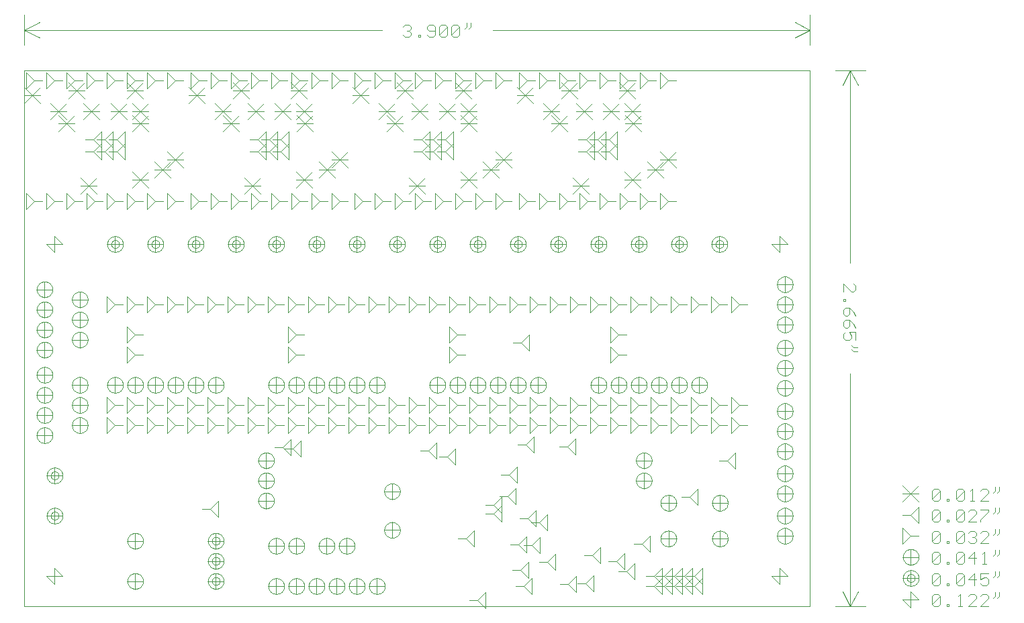
<source format=gbr>
G75*
G70*
%OFA0B0*%
%FSLAX25Y25*%
%IPPOS*%
%LPD*%
%AMOC8*
5,1,8,0,0,1.08239X$1,22.5*
%
%ADD90C,0.00100*%
D90*
X0010000Y0260000D02*
X0018000Y0268000D01*
X0018000Y0260000D02*
X0010000Y0268000D01*
X0010000Y0264000D02*
X0018000Y0264000D01*
X0023000Y0252000D02*
X0031000Y0260000D01*
X0031000Y0252000D02*
X0023000Y0260000D01*
X0023000Y0256000D02*
X0031000Y0256000D01*
X0027000Y0246000D02*
X0035000Y0254000D01*
X0035000Y0246000D02*
X0027000Y0254000D01*
X0027000Y0250000D02*
X0035000Y0250000D01*
X0031900Y0262300D02*
X0039900Y0270300D01*
X0039900Y0262300D02*
X0031900Y0270300D01*
X0031900Y0266300D02*
X0039900Y0266300D01*
X0037700Y0215100D02*
X0045700Y0223100D01*
X0045700Y0215100D02*
X0037700Y0223100D01*
X0037700Y0219100D02*
X0045700Y0219100D01*
X0039300Y0251900D02*
X0047300Y0259900D01*
X0047300Y0251900D02*
X0039300Y0259900D01*
X0039300Y0255900D02*
X0047300Y0255900D01*
X0052700Y0252000D02*
X0060700Y0260000D01*
X0060700Y0252000D02*
X0052700Y0260000D01*
X0052700Y0256000D02*
X0060700Y0256000D01*
X0060700Y0262200D02*
X0068700Y0270200D01*
X0068700Y0262200D02*
X0060700Y0270200D01*
X0060700Y0266200D02*
X0068700Y0266200D01*
X0063400Y0252000D02*
X0071400Y0260000D01*
X0071400Y0252000D02*
X0063400Y0260000D01*
X0063400Y0256000D02*
X0071400Y0256000D01*
X0063500Y0218000D02*
X0071500Y0226000D01*
X0071500Y0218000D02*
X0063500Y0226000D01*
X0063500Y0222000D02*
X0071500Y0222000D01*
X0063600Y0246000D02*
X0071600Y0254000D01*
X0071600Y0246000D02*
X0063600Y0254000D01*
X0063600Y0250000D02*
X0071600Y0250000D01*
X0074600Y0223100D02*
X0082600Y0231100D01*
X0082600Y0223100D02*
X0074600Y0231100D01*
X0074600Y0227100D02*
X0082600Y0227100D01*
X0081000Y0228000D02*
X0089000Y0236000D01*
X0089000Y0228000D02*
X0081000Y0236000D01*
X0081000Y0232000D02*
X0089000Y0232000D01*
X0091500Y0260000D02*
X0099500Y0268000D01*
X0099500Y0260000D02*
X0091500Y0268000D01*
X0091500Y0264000D02*
X0099500Y0264000D01*
X0104500Y0252000D02*
X0112500Y0260000D01*
X0112500Y0252000D02*
X0104500Y0260000D01*
X0104500Y0256000D02*
X0112500Y0256000D01*
X0108500Y0246000D02*
X0116500Y0254000D01*
X0116500Y0246000D02*
X0108500Y0254000D01*
X0108500Y0250000D02*
X0116500Y0250000D01*
X0113400Y0262300D02*
X0121400Y0270300D01*
X0121400Y0262300D02*
X0113400Y0270300D01*
X0113400Y0266300D02*
X0121400Y0266300D01*
X0119200Y0215100D02*
X0127200Y0223100D01*
X0127200Y0215100D02*
X0119200Y0223100D01*
X0119200Y0219100D02*
X0127200Y0219100D01*
X0120800Y0251900D02*
X0128800Y0259900D01*
X0128800Y0251900D02*
X0120800Y0259900D01*
X0120800Y0255900D02*
X0128800Y0255900D01*
X0134200Y0252000D02*
X0142200Y0260000D01*
X0142200Y0252000D02*
X0134200Y0260000D01*
X0134200Y0256000D02*
X0142200Y0256000D01*
X0142200Y0262200D02*
X0150200Y0270200D01*
X0150200Y0262200D02*
X0142200Y0270200D01*
X0142200Y0266200D02*
X0150200Y0266200D01*
X0144900Y0252000D02*
X0152900Y0260000D01*
X0152900Y0252000D02*
X0144900Y0260000D01*
X0144900Y0256000D02*
X0152900Y0256000D01*
X0145000Y0218000D02*
X0153000Y0226000D01*
X0153000Y0218000D02*
X0145000Y0226000D01*
X0145000Y0222000D02*
X0153000Y0222000D01*
X0145100Y0246000D02*
X0153100Y0254000D01*
X0153100Y0246000D02*
X0145100Y0254000D01*
X0145100Y0250000D02*
X0153100Y0250000D01*
X0156100Y0223100D02*
X0164100Y0231100D01*
X0164100Y0223100D02*
X0156100Y0231100D01*
X0156100Y0227100D02*
X0164100Y0227100D01*
X0162500Y0228000D02*
X0170500Y0236000D01*
X0170500Y0228000D02*
X0162500Y0236000D01*
X0162500Y0232000D02*
X0170500Y0232000D01*
X0173000Y0260000D02*
X0181000Y0268000D01*
X0181000Y0260000D02*
X0173000Y0268000D01*
X0173000Y0264000D02*
X0181000Y0264000D01*
X0186000Y0252000D02*
X0194000Y0260000D01*
X0194000Y0252000D02*
X0186000Y0260000D01*
X0186000Y0256000D02*
X0194000Y0256000D01*
X0190000Y0246000D02*
X0198000Y0254000D01*
X0198000Y0246000D02*
X0190000Y0254000D01*
X0190000Y0250000D02*
X0198000Y0250000D01*
X0194900Y0262300D02*
X0202900Y0270300D01*
X0202900Y0262300D02*
X0194900Y0270300D01*
X0194900Y0266300D02*
X0202900Y0266300D01*
X0200700Y0215100D02*
X0208700Y0223100D01*
X0208700Y0215100D02*
X0200700Y0223100D01*
X0200700Y0219100D02*
X0208700Y0219100D01*
X0202300Y0251900D02*
X0210300Y0259900D01*
X0210300Y0251900D02*
X0202300Y0259900D01*
X0202300Y0255900D02*
X0210300Y0255900D01*
X0215700Y0252000D02*
X0223700Y0260000D01*
X0223700Y0252000D02*
X0215700Y0260000D01*
X0215700Y0256000D02*
X0223700Y0256000D01*
X0223700Y0262200D02*
X0231700Y0270200D01*
X0231700Y0262200D02*
X0223700Y0270200D01*
X0223700Y0266200D02*
X0231700Y0266200D01*
X0226400Y0252000D02*
X0234400Y0260000D01*
X0234400Y0252000D02*
X0226400Y0260000D01*
X0226400Y0256000D02*
X0234400Y0256000D01*
X0226500Y0218000D02*
X0234500Y0226000D01*
X0234500Y0218000D02*
X0226500Y0226000D01*
X0226500Y0222000D02*
X0234500Y0222000D01*
X0226600Y0246000D02*
X0234600Y0254000D01*
X0234600Y0246000D02*
X0226600Y0254000D01*
X0226600Y0250000D02*
X0234600Y0250000D01*
X0237600Y0223100D02*
X0245600Y0231100D01*
X0245600Y0223100D02*
X0237600Y0231100D01*
X0237600Y0227100D02*
X0245600Y0227100D01*
X0244000Y0228000D02*
X0252000Y0236000D01*
X0252000Y0228000D02*
X0244000Y0236000D01*
X0244000Y0232000D02*
X0252000Y0232000D01*
X0254500Y0260000D02*
X0262500Y0268000D01*
X0262500Y0260000D02*
X0254500Y0268000D01*
X0254500Y0264000D02*
X0262500Y0264000D01*
X0267500Y0252000D02*
X0275500Y0260000D01*
X0275500Y0252000D02*
X0267500Y0260000D01*
X0267500Y0256000D02*
X0275500Y0256000D01*
X0271500Y0246000D02*
X0279500Y0254000D01*
X0279500Y0246000D02*
X0271500Y0254000D01*
X0271500Y0250000D02*
X0279500Y0250000D01*
X0276400Y0262300D02*
X0284400Y0270300D01*
X0284400Y0262300D02*
X0276400Y0270300D01*
X0276400Y0266300D02*
X0284400Y0266300D01*
X0282200Y0215100D02*
X0290200Y0223100D01*
X0290200Y0215100D02*
X0282200Y0223100D01*
X0282200Y0219100D02*
X0290200Y0219100D01*
X0283800Y0251900D02*
X0291800Y0259900D01*
X0291800Y0251900D02*
X0283800Y0259900D01*
X0283800Y0255900D02*
X0291800Y0255900D01*
X0297200Y0252000D02*
X0305200Y0260000D01*
X0305200Y0252000D02*
X0297200Y0260000D01*
X0297200Y0256000D02*
X0305200Y0256000D01*
X0305200Y0262200D02*
X0313200Y0270200D01*
X0313200Y0262200D02*
X0305200Y0270200D01*
X0305200Y0266200D02*
X0313200Y0266200D01*
X0307900Y0252000D02*
X0315900Y0260000D01*
X0315900Y0252000D02*
X0307900Y0260000D01*
X0307900Y0256000D02*
X0315900Y0256000D01*
X0308000Y0218000D02*
X0316000Y0226000D01*
X0316000Y0218000D02*
X0308000Y0226000D01*
X0308000Y0222000D02*
X0316000Y0222000D01*
X0308100Y0246000D02*
X0316100Y0254000D01*
X0316100Y0246000D02*
X0308100Y0254000D01*
X0308100Y0250000D02*
X0316100Y0250000D01*
X0319100Y0223100D02*
X0327100Y0231100D01*
X0327100Y0223100D02*
X0319100Y0231100D01*
X0319100Y0227100D02*
X0327100Y0227100D01*
X0325500Y0228000D02*
X0333500Y0236000D01*
X0333500Y0228000D02*
X0325500Y0236000D01*
X0325500Y0232000D02*
X0333500Y0232000D01*
X0322500Y0025000D02*
X0318500Y0025000D01*
X0322500Y0025000D02*
X0326500Y0029000D01*
X0326500Y0021000D01*
X0322500Y0025000D01*
X0322500Y0020000D02*
X0318500Y0020000D01*
X0322500Y0020000D02*
X0326500Y0024000D01*
X0326500Y0016000D01*
X0322500Y0020000D01*
X0327500Y0025000D02*
X0323500Y0025000D01*
X0327500Y0025000D02*
X0331500Y0029000D01*
X0331500Y0021000D01*
X0327500Y0025000D01*
X0327500Y0020000D02*
X0323500Y0020000D01*
X0327500Y0020000D02*
X0331500Y0024000D01*
X0331500Y0016000D01*
X0327500Y0020000D01*
X0332500Y0025000D02*
X0328500Y0025000D01*
X0332500Y0025000D02*
X0336500Y0029000D01*
X0336500Y0021000D01*
X0332500Y0025000D01*
X0332500Y0020000D02*
X0328500Y0020000D01*
X0332500Y0020000D02*
X0336500Y0024000D01*
X0336500Y0016000D01*
X0332500Y0020000D01*
X0337500Y0025000D02*
X0333500Y0025000D01*
X0337500Y0025000D02*
X0341500Y0029000D01*
X0341500Y0021000D01*
X0337500Y0025000D01*
X0337500Y0020000D02*
X0333500Y0020000D01*
X0337500Y0020000D02*
X0341500Y0024000D01*
X0341500Y0016000D01*
X0337500Y0020000D01*
X0342500Y0025000D02*
X0338500Y0025000D01*
X0342500Y0025000D02*
X0346500Y0029000D01*
X0346500Y0021000D01*
X0342500Y0025000D01*
X0342500Y0020000D02*
X0338500Y0020000D01*
X0342500Y0020000D02*
X0346500Y0024000D01*
X0346500Y0016000D01*
X0342500Y0020000D01*
X0102190Y0058290D02*
X0098190Y0058290D01*
X0102190Y0058290D02*
X0106190Y0062290D01*
X0106190Y0054290D01*
X0102190Y0058290D01*
X0138140Y0089010D02*
X0134140Y0089010D01*
X0138140Y0089010D02*
X0142140Y0093010D01*
X0142140Y0085010D01*
X0138140Y0089010D01*
X0143130Y0088340D02*
X0139130Y0088340D01*
X0143130Y0088340D02*
X0147130Y0092340D01*
X0147130Y0084340D01*
X0143130Y0088340D01*
X0210600Y0087190D02*
X0206600Y0087190D01*
X0210600Y0087190D02*
X0214600Y0091190D01*
X0214600Y0083190D01*
X0210600Y0087190D01*
X0219760Y0084210D02*
X0215760Y0084210D01*
X0219760Y0084210D02*
X0223760Y0088210D01*
X0223760Y0080210D01*
X0219760Y0084210D01*
X0229300Y0043800D02*
X0225300Y0043800D01*
X0229300Y0043800D02*
X0233300Y0047800D01*
X0233300Y0039800D01*
X0229300Y0043800D01*
X0235000Y0013100D02*
X0231000Y0013100D01*
X0235000Y0013100D02*
X0239000Y0017100D01*
X0239000Y0009100D01*
X0235000Y0013100D01*
X0242830Y0060470D02*
X0238830Y0060470D01*
X0242830Y0060470D02*
X0246830Y0064470D01*
X0246830Y0056470D01*
X0242830Y0060470D01*
X0242950Y0056080D02*
X0238950Y0056080D01*
X0242950Y0056080D02*
X0246950Y0060080D01*
X0246950Y0052080D01*
X0242950Y0056080D01*
X0249980Y0064610D02*
X0245980Y0064610D01*
X0249980Y0064610D02*
X0253980Y0068610D01*
X0253980Y0060610D01*
X0249980Y0064610D01*
X0250350Y0075350D02*
X0246350Y0075350D01*
X0250350Y0075350D02*
X0254350Y0079350D01*
X0254350Y0071350D01*
X0250350Y0075350D01*
X0255330Y0040600D02*
X0251330Y0040600D01*
X0255330Y0040600D02*
X0259330Y0044600D01*
X0259330Y0036600D01*
X0255330Y0040600D01*
X0256080Y0028010D02*
X0252080Y0028010D01*
X0256080Y0028010D02*
X0260080Y0032010D01*
X0260080Y0024010D01*
X0256080Y0028010D01*
X0256500Y0141000D02*
X0252500Y0141000D01*
X0256500Y0141000D02*
X0260500Y0145000D01*
X0260500Y0137000D01*
X0256500Y0141000D01*
X0257800Y0019900D02*
X0253800Y0019900D01*
X0257800Y0019900D02*
X0261800Y0023900D01*
X0261800Y0015900D01*
X0257800Y0019900D01*
X0259000Y0090200D02*
X0255000Y0090200D01*
X0259000Y0090200D02*
X0263000Y0094200D01*
X0263000Y0086200D01*
X0259000Y0090200D01*
X0259950Y0053550D02*
X0255950Y0053550D01*
X0259950Y0053550D02*
X0263950Y0057550D01*
X0263950Y0049550D01*
X0259950Y0053550D01*
X0261860Y0040360D02*
X0257860Y0040360D01*
X0261860Y0040360D02*
X0265860Y0044360D01*
X0265860Y0036360D01*
X0261860Y0040360D01*
X0265530Y0051510D02*
X0261530Y0051510D01*
X0265530Y0051510D02*
X0269530Y0055510D01*
X0269530Y0047510D01*
X0265530Y0051510D01*
X0269440Y0032020D02*
X0265440Y0032020D01*
X0269440Y0032020D02*
X0273440Y0036020D01*
X0273440Y0028020D01*
X0269440Y0032020D01*
X0279600Y0089500D02*
X0275600Y0089500D01*
X0279600Y0089500D02*
X0283600Y0093500D01*
X0283600Y0085500D01*
X0279600Y0089500D01*
X0279700Y0021100D02*
X0275700Y0021100D01*
X0279700Y0021100D02*
X0283700Y0025100D01*
X0283700Y0017100D01*
X0279700Y0021100D01*
X0288400Y0021400D02*
X0284400Y0021400D01*
X0288400Y0021400D02*
X0292400Y0025400D01*
X0292400Y0017400D01*
X0288400Y0021400D01*
X0291900Y0035500D02*
X0287900Y0035500D01*
X0291900Y0035500D02*
X0295900Y0039500D01*
X0295900Y0031500D01*
X0291900Y0035500D01*
X0303800Y0032200D02*
X0299800Y0032200D01*
X0303800Y0032200D02*
X0307800Y0036200D01*
X0307800Y0028200D01*
X0303800Y0032200D01*
X0309000Y0027300D02*
X0305000Y0027300D01*
X0309000Y0027300D02*
X0313000Y0031300D01*
X0313000Y0023300D01*
X0309000Y0027300D01*
X0316630Y0041080D02*
X0312630Y0041080D01*
X0316630Y0041080D02*
X0320630Y0045080D01*
X0320630Y0037080D01*
X0316630Y0041080D01*
X0340020Y0064330D02*
X0336020Y0064330D01*
X0340020Y0064330D02*
X0344020Y0068330D01*
X0344020Y0060330D01*
X0340020Y0064330D01*
X0358940Y0082460D02*
X0354940Y0082460D01*
X0358940Y0082460D02*
X0362940Y0086460D01*
X0362940Y0078460D01*
X0358940Y0082460D01*
X0044290Y0241950D02*
X0040290Y0241950D01*
X0044290Y0241950D02*
X0048290Y0245950D01*
X0048290Y0237950D01*
X0044290Y0241950D01*
X0044290Y0236040D02*
X0040290Y0236040D01*
X0044290Y0236040D02*
X0048290Y0240040D01*
X0048290Y0232040D01*
X0044290Y0236040D01*
X0050000Y0241950D02*
X0046000Y0241950D01*
X0050000Y0241950D02*
X0054000Y0245950D01*
X0054000Y0237950D01*
X0050000Y0241950D01*
X0050000Y0236040D02*
X0046000Y0236040D01*
X0050000Y0236040D02*
X0054000Y0240040D01*
X0054000Y0232040D01*
X0050000Y0236040D01*
X0055710Y0241950D02*
X0051710Y0241950D01*
X0055710Y0241950D02*
X0059710Y0245950D01*
X0059710Y0237950D01*
X0055710Y0241950D01*
X0055710Y0236040D02*
X0051710Y0236040D01*
X0055710Y0236040D02*
X0059710Y0240040D01*
X0059710Y0232040D01*
X0055710Y0236040D01*
X0125790Y0241950D02*
X0121790Y0241950D01*
X0125790Y0241950D02*
X0129790Y0245950D01*
X0129790Y0237950D01*
X0125790Y0241950D01*
X0125790Y0236040D02*
X0121790Y0236040D01*
X0125790Y0236040D02*
X0129790Y0240040D01*
X0129790Y0232040D01*
X0125790Y0236040D01*
X0131500Y0241950D02*
X0127500Y0241950D01*
X0131500Y0241950D02*
X0135500Y0245950D01*
X0135500Y0237950D01*
X0131500Y0241950D01*
X0131500Y0236040D02*
X0127500Y0236040D01*
X0131500Y0236040D02*
X0135500Y0240040D01*
X0135500Y0232040D01*
X0131500Y0236040D01*
X0137210Y0241950D02*
X0133210Y0241950D01*
X0137210Y0241950D02*
X0141210Y0245950D01*
X0141210Y0237950D01*
X0137210Y0241950D01*
X0137210Y0236040D02*
X0133210Y0236040D01*
X0137210Y0236040D02*
X0141210Y0240040D01*
X0141210Y0232040D01*
X0137210Y0236040D01*
X0207290Y0241950D02*
X0203290Y0241950D01*
X0207290Y0241950D02*
X0211290Y0245950D01*
X0211290Y0237950D01*
X0207290Y0241950D01*
X0207290Y0236040D02*
X0203290Y0236040D01*
X0207290Y0236040D02*
X0211290Y0240040D01*
X0211290Y0232040D01*
X0207290Y0236040D01*
X0213000Y0241950D02*
X0209000Y0241950D01*
X0213000Y0241950D02*
X0217000Y0245950D01*
X0217000Y0237950D01*
X0213000Y0241950D01*
X0213000Y0236040D02*
X0209000Y0236040D01*
X0213000Y0236040D02*
X0217000Y0240040D01*
X0217000Y0232040D01*
X0213000Y0236040D01*
X0218710Y0241950D02*
X0214710Y0241950D01*
X0218710Y0241950D02*
X0222710Y0245950D01*
X0222710Y0237950D01*
X0218710Y0241950D01*
X0218710Y0236040D02*
X0214710Y0236040D01*
X0218710Y0236040D02*
X0222710Y0240040D01*
X0222710Y0232040D01*
X0218710Y0236040D01*
X0288790Y0241950D02*
X0284790Y0241950D01*
X0288790Y0241950D02*
X0292790Y0245950D01*
X0292790Y0237950D01*
X0288790Y0241950D01*
X0288790Y0236040D02*
X0284790Y0236040D01*
X0288790Y0236040D02*
X0292790Y0240040D01*
X0292790Y0232040D01*
X0288790Y0236040D01*
X0294500Y0241950D02*
X0290500Y0241950D01*
X0294500Y0241950D02*
X0298500Y0245950D01*
X0298500Y0237950D01*
X0294500Y0241950D01*
X0294500Y0236040D02*
X0290500Y0236040D01*
X0294500Y0236040D02*
X0298500Y0240040D01*
X0298500Y0232040D01*
X0294500Y0236040D01*
X0300210Y0241950D02*
X0296210Y0241950D01*
X0300210Y0241950D02*
X0304210Y0245950D01*
X0304210Y0237950D01*
X0300210Y0241950D01*
X0300210Y0236040D02*
X0296210Y0236040D01*
X0300210Y0236040D02*
X0304210Y0240040D01*
X0304210Y0232040D01*
X0300210Y0236040D01*
X0055000Y0160000D02*
X0059000Y0160000D01*
X0055000Y0160000D02*
X0051000Y0164000D01*
X0051000Y0156000D01*
X0055000Y0160000D01*
X0055000Y0110000D02*
X0059000Y0110000D01*
X0055000Y0110000D02*
X0051000Y0114000D01*
X0051000Y0106000D01*
X0055000Y0110000D01*
X0055000Y0100000D02*
X0059000Y0100000D01*
X0055000Y0100000D02*
X0051000Y0104000D01*
X0051000Y0096000D01*
X0055000Y0100000D01*
X0065000Y0160000D02*
X0069000Y0160000D01*
X0065000Y0160000D02*
X0061000Y0164000D01*
X0061000Y0156000D01*
X0065000Y0160000D01*
X0065000Y0145000D02*
X0069000Y0145000D01*
X0065000Y0145000D02*
X0061000Y0149000D01*
X0061000Y0141000D01*
X0065000Y0145000D01*
X0065000Y0135000D02*
X0069000Y0135000D01*
X0065000Y0135000D02*
X0061000Y0139000D01*
X0061000Y0131000D01*
X0065000Y0135000D01*
X0065000Y0110000D02*
X0069000Y0110000D01*
X0065000Y0110000D02*
X0061000Y0114000D01*
X0061000Y0106000D01*
X0065000Y0110000D01*
X0065000Y0100000D02*
X0069000Y0100000D01*
X0065000Y0100000D02*
X0061000Y0104000D01*
X0061000Y0096000D01*
X0065000Y0100000D01*
X0075000Y0160000D02*
X0079000Y0160000D01*
X0075000Y0160000D02*
X0071000Y0164000D01*
X0071000Y0156000D01*
X0075000Y0160000D01*
X0075000Y0110000D02*
X0079000Y0110000D01*
X0075000Y0110000D02*
X0071000Y0114000D01*
X0071000Y0106000D01*
X0075000Y0110000D01*
X0075000Y0100000D02*
X0079000Y0100000D01*
X0075000Y0100000D02*
X0071000Y0104000D01*
X0071000Y0096000D01*
X0075000Y0100000D01*
X0085000Y0160000D02*
X0089000Y0160000D01*
X0085000Y0160000D02*
X0081000Y0164000D01*
X0081000Y0156000D01*
X0085000Y0160000D01*
X0085000Y0110000D02*
X0089000Y0110000D01*
X0085000Y0110000D02*
X0081000Y0114000D01*
X0081000Y0106000D01*
X0085000Y0110000D01*
X0085000Y0100000D02*
X0089000Y0100000D01*
X0085000Y0100000D02*
X0081000Y0104000D01*
X0081000Y0096000D01*
X0085000Y0100000D01*
X0095000Y0160000D02*
X0099000Y0160000D01*
X0095000Y0160000D02*
X0091000Y0164000D01*
X0091000Y0156000D01*
X0095000Y0160000D01*
X0095000Y0110000D02*
X0099000Y0110000D01*
X0095000Y0110000D02*
X0091000Y0114000D01*
X0091000Y0106000D01*
X0095000Y0110000D01*
X0095000Y0100000D02*
X0099000Y0100000D01*
X0095000Y0100000D02*
X0091000Y0104000D01*
X0091000Y0096000D01*
X0095000Y0100000D01*
X0105000Y0160000D02*
X0109000Y0160000D01*
X0105000Y0160000D02*
X0101000Y0164000D01*
X0101000Y0156000D01*
X0105000Y0160000D01*
X0105000Y0110000D02*
X0109000Y0110000D01*
X0105000Y0110000D02*
X0101000Y0114000D01*
X0101000Y0106000D01*
X0105000Y0110000D01*
X0105000Y0100000D02*
X0109000Y0100000D01*
X0105000Y0100000D02*
X0101000Y0104000D01*
X0101000Y0096000D01*
X0105000Y0100000D01*
X0115000Y0160000D02*
X0119000Y0160000D01*
X0115000Y0160000D02*
X0111000Y0164000D01*
X0111000Y0156000D01*
X0115000Y0160000D01*
X0115000Y0110000D02*
X0119000Y0110000D01*
X0115000Y0110000D02*
X0111000Y0114000D01*
X0111000Y0106000D01*
X0115000Y0110000D01*
X0115000Y0100000D02*
X0119000Y0100000D01*
X0115000Y0100000D02*
X0111000Y0104000D01*
X0111000Y0096000D01*
X0115000Y0100000D01*
X0125000Y0160000D02*
X0129000Y0160000D01*
X0125000Y0160000D02*
X0121000Y0164000D01*
X0121000Y0156000D01*
X0125000Y0160000D01*
X0125000Y0110000D02*
X0129000Y0110000D01*
X0125000Y0110000D02*
X0121000Y0114000D01*
X0121000Y0106000D01*
X0125000Y0110000D01*
X0125000Y0100000D02*
X0129000Y0100000D01*
X0125000Y0100000D02*
X0121000Y0104000D01*
X0121000Y0096000D01*
X0125000Y0100000D01*
X0135000Y0160000D02*
X0139000Y0160000D01*
X0135000Y0160000D02*
X0131000Y0164000D01*
X0131000Y0156000D01*
X0135000Y0160000D01*
X0135000Y0110000D02*
X0139000Y0110000D01*
X0135000Y0110000D02*
X0131000Y0114000D01*
X0131000Y0106000D01*
X0135000Y0110000D01*
X0135000Y0100000D02*
X0139000Y0100000D01*
X0135000Y0100000D02*
X0131000Y0104000D01*
X0131000Y0096000D01*
X0135000Y0100000D01*
X0145000Y0160000D02*
X0149000Y0160000D01*
X0145000Y0160000D02*
X0141000Y0164000D01*
X0141000Y0156000D01*
X0145000Y0160000D01*
X0145000Y0145000D02*
X0149000Y0145000D01*
X0145000Y0145000D02*
X0141000Y0149000D01*
X0141000Y0141000D01*
X0145000Y0145000D01*
X0145000Y0135000D02*
X0149000Y0135000D01*
X0145000Y0135000D02*
X0141000Y0139000D01*
X0141000Y0131000D01*
X0145000Y0135000D01*
X0145000Y0110000D02*
X0149000Y0110000D01*
X0145000Y0110000D02*
X0141000Y0114000D01*
X0141000Y0106000D01*
X0145000Y0110000D01*
X0145000Y0100000D02*
X0149000Y0100000D01*
X0145000Y0100000D02*
X0141000Y0104000D01*
X0141000Y0096000D01*
X0145000Y0100000D01*
X0155000Y0160000D02*
X0159000Y0160000D01*
X0155000Y0160000D02*
X0151000Y0164000D01*
X0151000Y0156000D01*
X0155000Y0160000D01*
X0155000Y0110000D02*
X0159000Y0110000D01*
X0155000Y0110000D02*
X0151000Y0114000D01*
X0151000Y0106000D01*
X0155000Y0110000D01*
X0155000Y0100000D02*
X0159000Y0100000D01*
X0155000Y0100000D02*
X0151000Y0104000D01*
X0151000Y0096000D01*
X0155000Y0100000D01*
X0165000Y0160000D02*
X0169000Y0160000D01*
X0165000Y0160000D02*
X0161000Y0164000D01*
X0161000Y0156000D01*
X0165000Y0160000D01*
X0165000Y0110000D02*
X0169000Y0110000D01*
X0165000Y0110000D02*
X0161000Y0114000D01*
X0161000Y0106000D01*
X0165000Y0110000D01*
X0165000Y0100000D02*
X0169000Y0100000D01*
X0165000Y0100000D02*
X0161000Y0104000D01*
X0161000Y0096000D01*
X0165000Y0100000D01*
X0175000Y0160000D02*
X0179000Y0160000D01*
X0175000Y0160000D02*
X0171000Y0164000D01*
X0171000Y0156000D01*
X0175000Y0160000D01*
X0175000Y0110000D02*
X0179000Y0110000D01*
X0175000Y0110000D02*
X0171000Y0114000D01*
X0171000Y0106000D01*
X0175000Y0110000D01*
X0175000Y0100000D02*
X0179000Y0100000D01*
X0175000Y0100000D02*
X0171000Y0104000D01*
X0171000Y0096000D01*
X0175000Y0100000D01*
X0185000Y0160000D02*
X0189000Y0160000D01*
X0185000Y0160000D02*
X0181000Y0164000D01*
X0181000Y0156000D01*
X0185000Y0160000D01*
X0185000Y0110000D02*
X0189000Y0110000D01*
X0185000Y0110000D02*
X0181000Y0114000D01*
X0181000Y0106000D01*
X0185000Y0110000D01*
X0185000Y0100000D02*
X0189000Y0100000D01*
X0185000Y0100000D02*
X0181000Y0104000D01*
X0181000Y0096000D01*
X0185000Y0100000D01*
X0195000Y0160000D02*
X0199000Y0160000D01*
X0195000Y0160000D02*
X0191000Y0164000D01*
X0191000Y0156000D01*
X0195000Y0160000D01*
X0195000Y0110000D02*
X0199000Y0110000D01*
X0195000Y0110000D02*
X0191000Y0114000D01*
X0191000Y0106000D01*
X0195000Y0110000D01*
X0195000Y0100000D02*
X0199000Y0100000D01*
X0195000Y0100000D02*
X0191000Y0104000D01*
X0191000Y0096000D01*
X0195000Y0100000D01*
X0205000Y0160000D02*
X0209000Y0160000D01*
X0205000Y0160000D02*
X0201000Y0164000D01*
X0201000Y0156000D01*
X0205000Y0160000D01*
X0205000Y0110000D02*
X0209000Y0110000D01*
X0205000Y0110000D02*
X0201000Y0114000D01*
X0201000Y0106000D01*
X0205000Y0110000D01*
X0205000Y0100000D02*
X0209000Y0100000D01*
X0205000Y0100000D02*
X0201000Y0104000D01*
X0201000Y0096000D01*
X0205000Y0100000D01*
X0215000Y0160000D02*
X0219000Y0160000D01*
X0215000Y0160000D02*
X0211000Y0164000D01*
X0211000Y0156000D01*
X0215000Y0160000D01*
X0215000Y0110000D02*
X0219000Y0110000D01*
X0215000Y0110000D02*
X0211000Y0114000D01*
X0211000Y0106000D01*
X0215000Y0110000D01*
X0215000Y0100000D02*
X0219000Y0100000D01*
X0215000Y0100000D02*
X0211000Y0104000D01*
X0211000Y0096000D01*
X0215000Y0100000D01*
X0225000Y0160000D02*
X0229000Y0160000D01*
X0225000Y0160000D02*
X0221000Y0164000D01*
X0221000Y0156000D01*
X0225000Y0160000D01*
X0225000Y0145000D02*
X0229000Y0145000D01*
X0225000Y0145000D02*
X0221000Y0149000D01*
X0221000Y0141000D01*
X0225000Y0145000D01*
X0225000Y0135000D02*
X0229000Y0135000D01*
X0225000Y0135000D02*
X0221000Y0139000D01*
X0221000Y0131000D01*
X0225000Y0135000D01*
X0225000Y0110000D02*
X0229000Y0110000D01*
X0225000Y0110000D02*
X0221000Y0114000D01*
X0221000Y0106000D01*
X0225000Y0110000D01*
X0225000Y0100000D02*
X0229000Y0100000D01*
X0225000Y0100000D02*
X0221000Y0104000D01*
X0221000Y0096000D01*
X0225000Y0100000D01*
X0235000Y0160000D02*
X0239000Y0160000D01*
X0235000Y0160000D02*
X0231000Y0164000D01*
X0231000Y0156000D01*
X0235000Y0160000D01*
X0235000Y0110000D02*
X0239000Y0110000D01*
X0235000Y0110000D02*
X0231000Y0114000D01*
X0231000Y0106000D01*
X0235000Y0110000D01*
X0235000Y0100000D02*
X0239000Y0100000D01*
X0235000Y0100000D02*
X0231000Y0104000D01*
X0231000Y0096000D01*
X0235000Y0100000D01*
X0245000Y0160000D02*
X0249000Y0160000D01*
X0245000Y0160000D02*
X0241000Y0164000D01*
X0241000Y0156000D01*
X0245000Y0160000D01*
X0245000Y0110000D02*
X0249000Y0110000D01*
X0245000Y0110000D02*
X0241000Y0114000D01*
X0241000Y0106000D01*
X0245000Y0110000D01*
X0245000Y0100000D02*
X0249000Y0100000D01*
X0245000Y0100000D02*
X0241000Y0104000D01*
X0241000Y0096000D01*
X0245000Y0100000D01*
X0255000Y0160000D02*
X0259000Y0160000D01*
X0255000Y0160000D02*
X0251000Y0164000D01*
X0251000Y0156000D01*
X0255000Y0160000D01*
X0255000Y0110000D02*
X0259000Y0110000D01*
X0255000Y0110000D02*
X0251000Y0114000D01*
X0251000Y0106000D01*
X0255000Y0110000D01*
X0255000Y0100000D02*
X0259000Y0100000D01*
X0255000Y0100000D02*
X0251000Y0104000D01*
X0251000Y0096000D01*
X0255000Y0100000D01*
X0265000Y0160000D02*
X0269000Y0160000D01*
X0265000Y0160000D02*
X0261000Y0164000D01*
X0261000Y0156000D01*
X0265000Y0160000D01*
X0265000Y0110000D02*
X0269000Y0110000D01*
X0265000Y0110000D02*
X0261000Y0114000D01*
X0261000Y0106000D01*
X0265000Y0110000D01*
X0265000Y0100000D02*
X0269000Y0100000D01*
X0265000Y0100000D02*
X0261000Y0104000D01*
X0261000Y0096000D01*
X0265000Y0100000D01*
X0275000Y0160000D02*
X0279000Y0160000D01*
X0275000Y0160000D02*
X0271000Y0164000D01*
X0271000Y0156000D01*
X0275000Y0160000D01*
X0275000Y0110000D02*
X0279000Y0110000D01*
X0275000Y0110000D02*
X0271000Y0114000D01*
X0271000Y0106000D01*
X0275000Y0110000D01*
X0275000Y0100000D02*
X0279000Y0100000D01*
X0275000Y0100000D02*
X0271000Y0104000D01*
X0271000Y0096000D01*
X0275000Y0100000D01*
X0285000Y0160000D02*
X0289000Y0160000D01*
X0285000Y0160000D02*
X0281000Y0164000D01*
X0281000Y0156000D01*
X0285000Y0160000D01*
X0285000Y0110000D02*
X0289000Y0110000D01*
X0285000Y0110000D02*
X0281000Y0114000D01*
X0281000Y0106000D01*
X0285000Y0110000D01*
X0285000Y0100000D02*
X0289000Y0100000D01*
X0285000Y0100000D02*
X0281000Y0104000D01*
X0281000Y0096000D01*
X0285000Y0100000D01*
X0295000Y0160000D02*
X0299000Y0160000D01*
X0295000Y0160000D02*
X0291000Y0164000D01*
X0291000Y0156000D01*
X0295000Y0160000D01*
X0295000Y0110000D02*
X0299000Y0110000D01*
X0295000Y0110000D02*
X0291000Y0114000D01*
X0291000Y0106000D01*
X0295000Y0110000D01*
X0295000Y0100000D02*
X0299000Y0100000D01*
X0295000Y0100000D02*
X0291000Y0104000D01*
X0291000Y0096000D01*
X0295000Y0100000D01*
X0305000Y0160000D02*
X0309000Y0160000D01*
X0305000Y0160000D02*
X0301000Y0164000D01*
X0301000Y0156000D01*
X0305000Y0160000D01*
X0305000Y0145000D02*
X0309000Y0145000D01*
X0305000Y0145000D02*
X0301000Y0149000D01*
X0301000Y0141000D01*
X0305000Y0145000D01*
X0305000Y0135000D02*
X0309000Y0135000D01*
X0305000Y0135000D02*
X0301000Y0139000D01*
X0301000Y0131000D01*
X0305000Y0135000D01*
X0305000Y0110000D02*
X0309000Y0110000D01*
X0305000Y0110000D02*
X0301000Y0114000D01*
X0301000Y0106000D01*
X0305000Y0110000D01*
X0305000Y0100000D02*
X0309000Y0100000D01*
X0305000Y0100000D02*
X0301000Y0104000D01*
X0301000Y0096000D01*
X0305000Y0100000D01*
X0315000Y0160000D02*
X0319000Y0160000D01*
X0315000Y0160000D02*
X0311000Y0164000D01*
X0311000Y0156000D01*
X0315000Y0160000D01*
X0315000Y0110000D02*
X0319000Y0110000D01*
X0315000Y0110000D02*
X0311000Y0114000D01*
X0311000Y0106000D01*
X0315000Y0110000D01*
X0315000Y0100000D02*
X0319000Y0100000D01*
X0315000Y0100000D02*
X0311000Y0104000D01*
X0311000Y0096000D01*
X0315000Y0100000D01*
X0325000Y0160000D02*
X0329000Y0160000D01*
X0325000Y0160000D02*
X0321000Y0164000D01*
X0321000Y0156000D01*
X0325000Y0160000D01*
X0325000Y0110000D02*
X0329000Y0110000D01*
X0325000Y0110000D02*
X0321000Y0114000D01*
X0321000Y0106000D01*
X0325000Y0110000D01*
X0325000Y0100000D02*
X0329000Y0100000D01*
X0325000Y0100000D02*
X0321000Y0104000D01*
X0321000Y0096000D01*
X0325000Y0100000D01*
X0335000Y0160000D02*
X0339000Y0160000D01*
X0335000Y0160000D02*
X0331000Y0164000D01*
X0331000Y0156000D01*
X0335000Y0160000D01*
X0335000Y0110000D02*
X0339000Y0110000D01*
X0335000Y0110000D02*
X0331000Y0114000D01*
X0331000Y0106000D01*
X0335000Y0110000D01*
X0335000Y0100000D02*
X0339000Y0100000D01*
X0335000Y0100000D02*
X0331000Y0104000D01*
X0331000Y0096000D01*
X0335000Y0100000D01*
X0345000Y0160000D02*
X0349000Y0160000D01*
X0345000Y0160000D02*
X0341000Y0164000D01*
X0341000Y0156000D01*
X0345000Y0160000D01*
X0345000Y0110000D02*
X0349000Y0110000D01*
X0345000Y0110000D02*
X0341000Y0114000D01*
X0341000Y0106000D01*
X0345000Y0110000D01*
X0345000Y0100000D02*
X0349000Y0100000D01*
X0345000Y0100000D02*
X0341000Y0104000D01*
X0341000Y0096000D01*
X0345000Y0100000D01*
X0355000Y0160000D02*
X0359000Y0160000D01*
X0355000Y0160000D02*
X0351000Y0164000D01*
X0351000Y0156000D01*
X0355000Y0160000D01*
X0355000Y0110000D02*
X0359000Y0110000D01*
X0355000Y0110000D02*
X0351000Y0114000D01*
X0351000Y0106000D01*
X0355000Y0110000D01*
X0355000Y0100000D02*
X0359000Y0100000D01*
X0355000Y0100000D02*
X0351000Y0104000D01*
X0351000Y0096000D01*
X0355000Y0100000D01*
X0365000Y0160000D02*
X0369000Y0160000D01*
X0365000Y0160000D02*
X0361000Y0164000D01*
X0361000Y0156000D01*
X0365000Y0160000D01*
X0365000Y0110000D02*
X0369000Y0110000D01*
X0365000Y0110000D02*
X0361000Y0114000D01*
X0361000Y0106000D01*
X0365000Y0110000D01*
X0365000Y0100000D02*
X0369000Y0100000D01*
X0365000Y0100000D02*
X0361000Y0104000D01*
X0361000Y0096000D01*
X0365000Y0100000D01*
X0015000Y0271500D02*
X0019000Y0271500D01*
X0015000Y0271500D02*
X0011000Y0275500D01*
X0011000Y0267500D01*
X0015000Y0271500D01*
X0015000Y0211500D02*
X0019000Y0211500D01*
X0015000Y0211500D02*
X0011000Y0215500D01*
X0011000Y0207500D01*
X0015000Y0211500D01*
X0025000Y0271500D02*
X0029000Y0271500D01*
X0025000Y0271500D02*
X0021000Y0275500D01*
X0021000Y0267500D01*
X0025000Y0271500D01*
X0025000Y0211500D02*
X0029000Y0211500D01*
X0025000Y0211500D02*
X0021000Y0215500D01*
X0021000Y0207500D01*
X0025000Y0211500D01*
X0035000Y0271500D02*
X0039000Y0271500D01*
X0035000Y0271500D02*
X0031000Y0275500D01*
X0031000Y0267500D01*
X0035000Y0271500D01*
X0035000Y0211500D02*
X0039000Y0211500D01*
X0035000Y0211500D02*
X0031000Y0215500D01*
X0031000Y0207500D01*
X0035000Y0211500D01*
X0045000Y0271500D02*
X0049000Y0271500D01*
X0045000Y0271500D02*
X0041000Y0275500D01*
X0041000Y0267500D01*
X0045000Y0271500D01*
X0045000Y0211500D02*
X0049000Y0211500D01*
X0045000Y0211500D02*
X0041000Y0215500D01*
X0041000Y0207500D01*
X0045000Y0211500D01*
X0055000Y0271500D02*
X0059000Y0271500D01*
X0055000Y0271500D02*
X0051000Y0275500D01*
X0051000Y0267500D01*
X0055000Y0271500D01*
X0055000Y0211500D02*
X0059000Y0211500D01*
X0055000Y0211500D02*
X0051000Y0215500D01*
X0051000Y0207500D01*
X0055000Y0211500D01*
X0065000Y0271500D02*
X0069000Y0271500D01*
X0065000Y0271500D02*
X0061000Y0275500D01*
X0061000Y0267500D01*
X0065000Y0271500D01*
X0065000Y0211500D02*
X0069000Y0211500D01*
X0065000Y0211500D02*
X0061000Y0215500D01*
X0061000Y0207500D01*
X0065000Y0211500D01*
X0075000Y0271500D02*
X0079000Y0271500D01*
X0075000Y0271500D02*
X0071000Y0275500D01*
X0071000Y0267500D01*
X0075000Y0271500D01*
X0075000Y0211500D02*
X0079000Y0211500D01*
X0075000Y0211500D02*
X0071000Y0215500D01*
X0071000Y0207500D01*
X0075000Y0211500D01*
X0085000Y0271500D02*
X0089000Y0271500D01*
X0085000Y0271500D02*
X0081000Y0275500D01*
X0081000Y0267500D01*
X0085000Y0271500D01*
X0085000Y0211500D02*
X0089000Y0211500D01*
X0085000Y0211500D02*
X0081000Y0215500D01*
X0081000Y0207500D01*
X0085000Y0211500D01*
X0096500Y0271500D02*
X0100500Y0271500D01*
X0096500Y0271500D02*
X0092500Y0275500D01*
X0092500Y0267500D01*
X0096500Y0271500D01*
X0096500Y0211500D02*
X0100500Y0211500D01*
X0096500Y0211500D02*
X0092500Y0215500D01*
X0092500Y0207500D01*
X0096500Y0211500D01*
X0106500Y0271500D02*
X0110500Y0271500D01*
X0106500Y0271500D02*
X0102500Y0275500D01*
X0102500Y0267500D01*
X0106500Y0271500D01*
X0106500Y0211500D02*
X0110500Y0211500D01*
X0106500Y0211500D02*
X0102500Y0215500D01*
X0102500Y0207500D01*
X0106500Y0211500D01*
X0116500Y0271500D02*
X0120500Y0271500D01*
X0116500Y0271500D02*
X0112500Y0275500D01*
X0112500Y0267500D01*
X0116500Y0271500D01*
X0116500Y0211500D02*
X0120500Y0211500D01*
X0116500Y0211500D02*
X0112500Y0215500D01*
X0112500Y0207500D01*
X0116500Y0211500D01*
X0126500Y0271500D02*
X0130500Y0271500D01*
X0126500Y0271500D02*
X0122500Y0275500D01*
X0122500Y0267500D01*
X0126500Y0271500D01*
X0126500Y0211500D02*
X0130500Y0211500D01*
X0126500Y0211500D02*
X0122500Y0215500D01*
X0122500Y0207500D01*
X0126500Y0211500D01*
X0136500Y0271500D02*
X0140500Y0271500D01*
X0136500Y0271500D02*
X0132500Y0275500D01*
X0132500Y0267500D01*
X0136500Y0271500D01*
X0136500Y0211500D02*
X0140500Y0211500D01*
X0136500Y0211500D02*
X0132500Y0215500D01*
X0132500Y0207500D01*
X0136500Y0211500D01*
X0146500Y0271500D02*
X0150500Y0271500D01*
X0146500Y0271500D02*
X0142500Y0275500D01*
X0142500Y0267500D01*
X0146500Y0271500D01*
X0146500Y0211500D02*
X0150500Y0211500D01*
X0146500Y0211500D02*
X0142500Y0215500D01*
X0142500Y0207500D01*
X0146500Y0211500D01*
X0156500Y0271500D02*
X0160500Y0271500D01*
X0156500Y0271500D02*
X0152500Y0275500D01*
X0152500Y0267500D01*
X0156500Y0271500D01*
X0156500Y0211500D02*
X0160500Y0211500D01*
X0156500Y0211500D02*
X0152500Y0215500D01*
X0152500Y0207500D01*
X0156500Y0211500D01*
X0166500Y0271500D02*
X0170500Y0271500D01*
X0166500Y0271500D02*
X0162500Y0275500D01*
X0162500Y0267500D01*
X0166500Y0271500D01*
X0166500Y0211500D02*
X0170500Y0211500D01*
X0166500Y0211500D02*
X0162500Y0215500D01*
X0162500Y0207500D01*
X0166500Y0211500D01*
X0178000Y0271500D02*
X0182000Y0271500D01*
X0178000Y0271500D02*
X0174000Y0275500D01*
X0174000Y0267500D01*
X0178000Y0271500D01*
X0178000Y0211500D02*
X0182000Y0211500D01*
X0178000Y0211500D02*
X0174000Y0215500D01*
X0174000Y0207500D01*
X0178000Y0211500D01*
X0188000Y0271500D02*
X0192000Y0271500D01*
X0188000Y0271500D02*
X0184000Y0275500D01*
X0184000Y0267500D01*
X0188000Y0271500D01*
X0188000Y0211500D02*
X0192000Y0211500D01*
X0188000Y0211500D02*
X0184000Y0215500D01*
X0184000Y0207500D01*
X0188000Y0211500D01*
X0198000Y0271500D02*
X0202000Y0271500D01*
X0198000Y0271500D02*
X0194000Y0275500D01*
X0194000Y0267500D01*
X0198000Y0271500D01*
X0198000Y0211500D02*
X0202000Y0211500D01*
X0198000Y0211500D02*
X0194000Y0215500D01*
X0194000Y0207500D01*
X0198000Y0211500D01*
X0208000Y0271500D02*
X0212000Y0271500D01*
X0208000Y0271500D02*
X0204000Y0275500D01*
X0204000Y0267500D01*
X0208000Y0271500D01*
X0208000Y0211500D02*
X0212000Y0211500D01*
X0208000Y0211500D02*
X0204000Y0215500D01*
X0204000Y0207500D01*
X0208000Y0211500D01*
X0218000Y0271500D02*
X0222000Y0271500D01*
X0218000Y0271500D02*
X0214000Y0275500D01*
X0214000Y0267500D01*
X0218000Y0271500D01*
X0218000Y0211500D02*
X0222000Y0211500D01*
X0218000Y0211500D02*
X0214000Y0215500D01*
X0214000Y0207500D01*
X0218000Y0211500D01*
X0228000Y0271500D02*
X0232000Y0271500D01*
X0228000Y0271500D02*
X0224000Y0275500D01*
X0224000Y0267500D01*
X0228000Y0271500D01*
X0228000Y0211500D02*
X0232000Y0211500D01*
X0228000Y0211500D02*
X0224000Y0215500D01*
X0224000Y0207500D01*
X0228000Y0211500D01*
X0238000Y0271500D02*
X0242000Y0271500D01*
X0238000Y0271500D02*
X0234000Y0275500D01*
X0234000Y0267500D01*
X0238000Y0271500D01*
X0238000Y0211500D02*
X0242000Y0211500D01*
X0238000Y0211500D02*
X0234000Y0215500D01*
X0234000Y0207500D01*
X0238000Y0211500D01*
X0248000Y0271500D02*
X0252000Y0271500D01*
X0248000Y0271500D02*
X0244000Y0275500D01*
X0244000Y0267500D01*
X0248000Y0271500D01*
X0248000Y0211500D02*
X0252000Y0211500D01*
X0248000Y0211500D02*
X0244000Y0215500D01*
X0244000Y0207500D01*
X0248000Y0211500D01*
X0259500Y0271500D02*
X0263500Y0271500D01*
X0259500Y0271500D02*
X0255500Y0275500D01*
X0255500Y0267500D01*
X0259500Y0271500D01*
X0259500Y0211500D02*
X0263500Y0211500D01*
X0259500Y0211500D02*
X0255500Y0215500D01*
X0255500Y0207500D01*
X0259500Y0211500D01*
X0269500Y0271500D02*
X0273500Y0271500D01*
X0269500Y0271500D02*
X0265500Y0275500D01*
X0265500Y0267500D01*
X0269500Y0271500D01*
X0269500Y0211500D02*
X0273500Y0211500D01*
X0269500Y0211500D02*
X0265500Y0215500D01*
X0265500Y0207500D01*
X0269500Y0211500D01*
X0279500Y0271500D02*
X0283500Y0271500D01*
X0279500Y0271500D02*
X0275500Y0275500D01*
X0275500Y0267500D01*
X0279500Y0271500D01*
X0279500Y0211500D02*
X0283500Y0211500D01*
X0279500Y0211500D02*
X0275500Y0215500D01*
X0275500Y0207500D01*
X0279500Y0211500D01*
X0289500Y0271500D02*
X0293500Y0271500D01*
X0289500Y0271500D02*
X0285500Y0275500D01*
X0285500Y0267500D01*
X0289500Y0271500D01*
X0289500Y0211500D02*
X0293500Y0211500D01*
X0289500Y0211500D02*
X0285500Y0215500D01*
X0285500Y0207500D01*
X0289500Y0211500D01*
X0299500Y0271500D02*
X0303500Y0271500D01*
X0299500Y0271500D02*
X0295500Y0275500D01*
X0295500Y0267500D01*
X0299500Y0271500D01*
X0299500Y0211500D02*
X0303500Y0211500D01*
X0299500Y0211500D02*
X0295500Y0215500D01*
X0295500Y0207500D01*
X0299500Y0211500D01*
X0309500Y0271500D02*
X0313500Y0271500D01*
X0309500Y0271500D02*
X0305500Y0275500D01*
X0305500Y0267500D01*
X0309500Y0271500D01*
X0309500Y0211500D02*
X0313500Y0211500D01*
X0309500Y0211500D02*
X0305500Y0215500D01*
X0305500Y0207500D01*
X0309500Y0211500D01*
X0319500Y0271500D02*
X0323500Y0271500D01*
X0319500Y0271500D02*
X0315500Y0275500D01*
X0315500Y0267500D01*
X0319500Y0271500D01*
X0319500Y0211500D02*
X0323500Y0211500D01*
X0319500Y0211500D02*
X0315500Y0215500D01*
X0315500Y0207500D01*
X0319500Y0211500D01*
X0329500Y0271500D02*
X0333500Y0271500D01*
X0329500Y0271500D02*
X0325500Y0275500D01*
X0325500Y0267500D01*
X0329500Y0271500D01*
X0329500Y0211500D02*
X0333500Y0211500D01*
X0329500Y0211500D02*
X0325500Y0215500D01*
X0325500Y0207500D01*
X0329500Y0211500D01*
X0016000Y0167500D02*
X0024000Y0167500D01*
X0020000Y0163500D02*
X0020000Y0171500D01*
X0016100Y0167500D02*
X0016120Y0167890D01*
X0016180Y0168290D01*
X0016280Y0168670D01*
X0016420Y0169040D01*
X0016590Y0169390D01*
X0016800Y0169730D01*
X0017040Y0170040D01*
X0017310Y0170330D01*
X0017610Y0170580D01*
X0017940Y0170810D01*
X0018280Y0171000D01*
X0018650Y0171160D01*
X0019020Y0171280D01*
X0019410Y0171360D01*
X0019800Y0171390D01*
X0020200Y0171390D01*
X0020590Y0171360D01*
X0020980Y0171280D01*
X0021350Y0171160D01*
X0021720Y0171000D01*
X0022060Y0170810D01*
X0022390Y0170580D01*
X0022690Y0170330D01*
X0022960Y0170040D01*
X0023200Y0169730D01*
X0023410Y0169390D01*
X0023580Y0169040D01*
X0023720Y0168670D01*
X0023820Y0168290D01*
X0023880Y0167890D01*
X0023900Y0167500D01*
X0023880Y0167110D01*
X0023820Y0166710D01*
X0023720Y0166330D01*
X0023580Y0165960D01*
X0023410Y0165610D01*
X0023200Y0165270D01*
X0022960Y0164960D01*
X0022690Y0164670D01*
X0022390Y0164420D01*
X0022060Y0164190D01*
X0021720Y0164000D01*
X0021350Y0163840D01*
X0020980Y0163720D01*
X0020590Y0163640D01*
X0020200Y0163610D01*
X0019800Y0163610D01*
X0019410Y0163640D01*
X0019020Y0163720D01*
X0018650Y0163840D01*
X0018280Y0164000D01*
X0017940Y0164190D01*
X0017610Y0164420D01*
X0017310Y0164670D01*
X0017040Y0164960D01*
X0016800Y0165270D01*
X0016590Y0165610D01*
X0016420Y0165960D01*
X0016280Y0166330D01*
X0016180Y0166710D01*
X0016120Y0167110D01*
X0016100Y0167500D01*
X0016000Y0157500D02*
X0024000Y0157500D01*
X0020000Y0153500D02*
X0020000Y0161500D01*
X0016100Y0157500D02*
X0016120Y0157890D01*
X0016180Y0158290D01*
X0016280Y0158670D01*
X0016420Y0159040D01*
X0016590Y0159390D01*
X0016800Y0159730D01*
X0017040Y0160040D01*
X0017310Y0160330D01*
X0017610Y0160580D01*
X0017940Y0160810D01*
X0018280Y0161000D01*
X0018650Y0161160D01*
X0019020Y0161280D01*
X0019410Y0161360D01*
X0019800Y0161390D01*
X0020200Y0161390D01*
X0020590Y0161360D01*
X0020980Y0161280D01*
X0021350Y0161160D01*
X0021720Y0161000D01*
X0022060Y0160810D01*
X0022390Y0160580D01*
X0022690Y0160330D01*
X0022960Y0160040D01*
X0023200Y0159730D01*
X0023410Y0159390D01*
X0023580Y0159040D01*
X0023720Y0158670D01*
X0023820Y0158290D01*
X0023880Y0157890D01*
X0023900Y0157500D01*
X0023880Y0157110D01*
X0023820Y0156710D01*
X0023720Y0156330D01*
X0023580Y0155960D01*
X0023410Y0155610D01*
X0023200Y0155270D01*
X0022960Y0154960D01*
X0022690Y0154670D01*
X0022390Y0154420D01*
X0022060Y0154190D01*
X0021720Y0154000D01*
X0021350Y0153840D01*
X0020980Y0153720D01*
X0020590Y0153640D01*
X0020200Y0153610D01*
X0019800Y0153610D01*
X0019410Y0153640D01*
X0019020Y0153720D01*
X0018650Y0153840D01*
X0018280Y0154000D01*
X0017940Y0154190D01*
X0017610Y0154420D01*
X0017310Y0154670D01*
X0017040Y0154960D01*
X0016800Y0155270D01*
X0016590Y0155610D01*
X0016420Y0155960D01*
X0016280Y0156330D01*
X0016180Y0156710D01*
X0016120Y0157110D01*
X0016100Y0157500D01*
X0016000Y0147500D02*
X0024000Y0147500D01*
X0020000Y0143500D02*
X0020000Y0151500D01*
X0016100Y0147500D02*
X0016120Y0147890D01*
X0016180Y0148290D01*
X0016280Y0148670D01*
X0016420Y0149040D01*
X0016590Y0149390D01*
X0016800Y0149730D01*
X0017040Y0150040D01*
X0017310Y0150330D01*
X0017610Y0150580D01*
X0017940Y0150810D01*
X0018280Y0151000D01*
X0018650Y0151160D01*
X0019020Y0151280D01*
X0019410Y0151360D01*
X0019800Y0151390D01*
X0020200Y0151390D01*
X0020590Y0151360D01*
X0020980Y0151280D01*
X0021350Y0151160D01*
X0021720Y0151000D01*
X0022060Y0150810D01*
X0022390Y0150580D01*
X0022690Y0150330D01*
X0022960Y0150040D01*
X0023200Y0149730D01*
X0023410Y0149390D01*
X0023580Y0149040D01*
X0023720Y0148670D01*
X0023820Y0148290D01*
X0023880Y0147890D01*
X0023900Y0147500D01*
X0023880Y0147110D01*
X0023820Y0146710D01*
X0023720Y0146330D01*
X0023580Y0145960D01*
X0023410Y0145610D01*
X0023200Y0145270D01*
X0022960Y0144960D01*
X0022690Y0144670D01*
X0022390Y0144420D01*
X0022060Y0144190D01*
X0021720Y0144000D01*
X0021350Y0143840D01*
X0020980Y0143720D01*
X0020590Y0143640D01*
X0020200Y0143610D01*
X0019800Y0143610D01*
X0019410Y0143640D01*
X0019020Y0143720D01*
X0018650Y0143840D01*
X0018280Y0144000D01*
X0017940Y0144190D01*
X0017610Y0144420D01*
X0017310Y0144670D01*
X0017040Y0144960D01*
X0016800Y0145270D01*
X0016590Y0145610D01*
X0016420Y0145960D01*
X0016280Y0146330D01*
X0016180Y0146710D01*
X0016120Y0147110D01*
X0016100Y0147500D01*
X0016000Y0137500D02*
X0024000Y0137500D01*
X0020000Y0133500D02*
X0020000Y0141500D01*
X0016100Y0137500D02*
X0016120Y0137890D01*
X0016180Y0138290D01*
X0016280Y0138670D01*
X0016420Y0139040D01*
X0016590Y0139390D01*
X0016800Y0139730D01*
X0017040Y0140040D01*
X0017310Y0140330D01*
X0017610Y0140580D01*
X0017940Y0140810D01*
X0018280Y0141000D01*
X0018650Y0141160D01*
X0019020Y0141280D01*
X0019410Y0141360D01*
X0019800Y0141390D01*
X0020200Y0141390D01*
X0020590Y0141360D01*
X0020980Y0141280D01*
X0021350Y0141160D01*
X0021720Y0141000D01*
X0022060Y0140810D01*
X0022390Y0140580D01*
X0022690Y0140330D01*
X0022960Y0140040D01*
X0023200Y0139730D01*
X0023410Y0139390D01*
X0023580Y0139040D01*
X0023720Y0138670D01*
X0023820Y0138290D01*
X0023880Y0137890D01*
X0023900Y0137500D01*
X0023880Y0137110D01*
X0023820Y0136710D01*
X0023720Y0136330D01*
X0023580Y0135960D01*
X0023410Y0135610D01*
X0023200Y0135270D01*
X0022960Y0134960D01*
X0022690Y0134670D01*
X0022390Y0134420D01*
X0022060Y0134190D01*
X0021720Y0134000D01*
X0021350Y0133840D01*
X0020980Y0133720D01*
X0020590Y0133640D01*
X0020200Y0133610D01*
X0019800Y0133610D01*
X0019410Y0133640D01*
X0019020Y0133720D01*
X0018650Y0133840D01*
X0018280Y0134000D01*
X0017940Y0134190D01*
X0017610Y0134420D01*
X0017310Y0134670D01*
X0017040Y0134960D01*
X0016800Y0135270D01*
X0016590Y0135610D01*
X0016420Y0135960D01*
X0016280Y0136330D01*
X0016180Y0136710D01*
X0016120Y0137110D01*
X0016100Y0137500D01*
X0016000Y0125000D02*
X0024000Y0125000D01*
X0020000Y0121000D02*
X0020000Y0129000D01*
X0016100Y0125000D02*
X0016120Y0125390D01*
X0016180Y0125790D01*
X0016280Y0126170D01*
X0016420Y0126540D01*
X0016590Y0126890D01*
X0016800Y0127230D01*
X0017040Y0127540D01*
X0017310Y0127830D01*
X0017610Y0128080D01*
X0017940Y0128310D01*
X0018280Y0128500D01*
X0018650Y0128660D01*
X0019020Y0128780D01*
X0019410Y0128860D01*
X0019800Y0128890D01*
X0020200Y0128890D01*
X0020590Y0128860D01*
X0020980Y0128780D01*
X0021350Y0128660D01*
X0021720Y0128500D01*
X0022060Y0128310D01*
X0022390Y0128080D01*
X0022690Y0127830D01*
X0022960Y0127540D01*
X0023200Y0127230D01*
X0023410Y0126890D01*
X0023580Y0126540D01*
X0023720Y0126170D01*
X0023820Y0125790D01*
X0023880Y0125390D01*
X0023900Y0125000D01*
X0023880Y0124610D01*
X0023820Y0124210D01*
X0023720Y0123830D01*
X0023580Y0123460D01*
X0023410Y0123110D01*
X0023200Y0122770D01*
X0022960Y0122460D01*
X0022690Y0122170D01*
X0022390Y0121920D01*
X0022060Y0121690D01*
X0021720Y0121500D01*
X0021350Y0121340D01*
X0020980Y0121220D01*
X0020590Y0121140D01*
X0020200Y0121110D01*
X0019800Y0121110D01*
X0019410Y0121140D01*
X0019020Y0121220D01*
X0018650Y0121340D01*
X0018280Y0121500D01*
X0017940Y0121690D01*
X0017610Y0121920D01*
X0017310Y0122170D01*
X0017040Y0122460D01*
X0016800Y0122770D01*
X0016590Y0123110D01*
X0016420Y0123460D01*
X0016280Y0123830D01*
X0016180Y0124210D01*
X0016120Y0124610D01*
X0016100Y0125000D01*
X0016000Y0115000D02*
X0024000Y0115000D01*
X0020000Y0111000D02*
X0020000Y0119000D01*
X0016100Y0115000D02*
X0016120Y0115390D01*
X0016180Y0115790D01*
X0016280Y0116170D01*
X0016420Y0116540D01*
X0016590Y0116890D01*
X0016800Y0117230D01*
X0017040Y0117540D01*
X0017310Y0117830D01*
X0017610Y0118080D01*
X0017940Y0118310D01*
X0018280Y0118500D01*
X0018650Y0118660D01*
X0019020Y0118780D01*
X0019410Y0118860D01*
X0019800Y0118890D01*
X0020200Y0118890D01*
X0020590Y0118860D01*
X0020980Y0118780D01*
X0021350Y0118660D01*
X0021720Y0118500D01*
X0022060Y0118310D01*
X0022390Y0118080D01*
X0022690Y0117830D01*
X0022960Y0117540D01*
X0023200Y0117230D01*
X0023410Y0116890D01*
X0023580Y0116540D01*
X0023720Y0116170D01*
X0023820Y0115790D01*
X0023880Y0115390D01*
X0023900Y0115000D01*
X0023880Y0114610D01*
X0023820Y0114210D01*
X0023720Y0113830D01*
X0023580Y0113460D01*
X0023410Y0113110D01*
X0023200Y0112770D01*
X0022960Y0112460D01*
X0022690Y0112170D01*
X0022390Y0111920D01*
X0022060Y0111690D01*
X0021720Y0111500D01*
X0021350Y0111340D01*
X0020980Y0111220D01*
X0020590Y0111140D01*
X0020200Y0111110D01*
X0019800Y0111110D01*
X0019410Y0111140D01*
X0019020Y0111220D01*
X0018650Y0111340D01*
X0018280Y0111500D01*
X0017940Y0111690D01*
X0017610Y0111920D01*
X0017310Y0112170D01*
X0017040Y0112460D01*
X0016800Y0112770D01*
X0016590Y0113110D01*
X0016420Y0113460D01*
X0016280Y0113830D01*
X0016180Y0114210D01*
X0016120Y0114610D01*
X0016100Y0115000D01*
X0016000Y0105000D02*
X0024000Y0105000D01*
X0020000Y0101000D02*
X0020000Y0109000D01*
X0016100Y0105000D02*
X0016120Y0105390D01*
X0016180Y0105790D01*
X0016280Y0106170D01*
X0016420Y0106540D01*
X0016590Y0106890D01*
X0016800Y0107230D01*
X0017040Y0107540D01*
X0017310Y0107830D01*
X0017610Y0108080D01*
X0017940Y0108310D01*
X0018280Y0108500D01*
X0018650Y0108660D01*
X0019020Y0108780D01*
X0019410Y0108860D01*
X0019800Y0108890D01*
X0020200Y0108890D01*
X0020590Y0108860D01*
X0020980Y0108780D01*
X0021350Y0108660D01*
X0021720Y0108500D01*
X0022060Y0108310D01*
X0022390Y0108080D01*
X0022690Y0107830D01*
X0022960Y0107540D01*
X0023200Y0107230D01*
X0023410Y0106890D01*
X0023580Y0106540D01*
X0023720Y0106170D01*
X0023820Y0105790D01*
X0023880Y0105390D01*
X0023900Y0105000D01*
X0023880Y0104610D01*
X0023820Y0104210D01*
X0023720Y0103830D01*
X0023580Y0103460D01*
X0023410Y0103110D01*
X0023200Y0102770D01*
X0022960Y0102460D01*
X0022690Y0102170D01*
X0022390Y0101920D01*
X0022060Y0101690D01*
X0021720Y0101500D01*
X0021350Y0101340D01*
X0020980Y0101220D01*
X0020590Y0101140D01*
X0020200Y0101110D01*
X0019800Y0101110D01*
X0019410Y0101140D01*
X0019020Y0101220D01*
X0018650Y0101340D01*
X0018280Y0101500D01*
X0017940Y0101690D01*
X0017610Y0101920D01*
X0017310Y0102170D01*
X0017040Y0102460D01*
X0016800Y0102770D01*
X0016590Y0103110D01*
X0016420Y0103460D01*
X0016280Y0103830D01*
X0016180Y0104210D01*
X0016120Y0104610D01*
X0016100Y0105000D01*
X0016000Y0095000D02*
X0024000Y0095000D01*
X0020000Y0091000D02*
X0020000Y0099000D01*
X0016100Y0095000D02*
X0016120Y0095390D01*
X0016180Y0095790D01*
X0016280Y0096170D01*
X0016420Y0096540D01*
X0016590Y0096890D01*
X0016800Y0097230D01*
X0017040Y0097540D01*
X0017310Y0097830D01*
X0017610Y0098080D01*
X0017940Y0098310D01*
X0018280Y0098500D01*
X0018650Y0098660D01*
X0019020Y0098780D01*
X0019410Y0098860D01*
X0019800Y0098890D01*
X0020200Y0098890D01*
X0020590Y0098860D01*
X0020980Y0098780D01*
X0021350Y0098660D01*
X0021720Y0098500D01*
X0022060Y0098310D01*
X0022390Y0098080D01*
X0022690Y0097830D01*
X0022960Y0097540D01*
X0023200Y0097230D01*
X0023410Y0096890D01*
X0023580Y0096540D01*
X0023720Y0096170D01*
X0023820Y0095790D01*
X0023880Y0095390D01*
X0023900Y0095000D01*
X0023880Y0094610D01*
X0023820Y0094210D01*
X0023720Y0093830D01*
X0023580Y0093460D01*
X0023410Y0093110D01*
X0023200Y0092770D01*
X0022960Y0092460D01*
X0022690Y0092170D01*
X0022390Y0091920D01*
X0022060Y0091690D01*
X0021720Y0091500D01*
X0021350Y0091340D01*
X0020980Y0091220D01*
X0020590Y0091140D01*
X0020200Y0091110D01*
X0019800Y0091110D01*
X0019410Y0091140D01*
X0019020Y0091220D01*
X0018650Y0091340D01*
X0018280Y0091500D01*
X0017940Y0091690D01*
X0017610Y0091920D01*
X0017310Y0092170D01*
X0017040Y0092460D01*
X0016800Y0092770D01*
X0016590Y0093110D01*
X0016420Y0093460D01*
X0016280Y0093830D01*
X0016180Y0094210D01*
X0016120Y0094610D01*
X0016100Y0095000D01*
X0033500Y0162500D02*
X0041500Y0162500D01*
X0037500Y0158500D02*
X0037500Y0166500D01*
X0033600Y0162500D02*
X0033620Y0162890D01*
X0033680Y0163290D01*
X0033780Y0163670D01*
X0033920Y0164040D01*
X0034090Y0164390D01*
X0034300Y0164730D01*
X0034540Y0165040D01*
X0034810Y0165330D01*
X0035110Y0165580D01*
X0035440Y0165810D01*
X0035780Y0166000D01*
X0036150Y0166160D01*
X0036520Y0166280D01*
X0036910Y0166360D01*
X0037300Y0166390D01*
X0037700Y0166390D01*
X0038090Y0166360D01*
X0038480Y0166280D01*
X0038850Y0166160D01*
X0039220Y0166000D01*
X0039560Y0165810D01*
X0039890Y0165580D01*
X0040190Y0165330D01*
X0040460Y0165040D01*
X0040700Y0164730D01*
X0040910Y0164390D01*
X0041080Y0164040D01*
X0041220Y0163670D01*
X0041320Y0163290D01*
X0041380Y0162890D01*
X0041400Y0162500D01*
X0041380Y0162110D01*
X0041320Y0161710D01*
X0041220Y0161330D01*
X0041080Y0160960D01*
X0040910Y0160610D01*
X0040700Y0160270D01*
X0040460Y0159960D01*
X0040190Y0159670D01*
X0039890Y0159420D01*
X0039560Y0159190D01*
X0039220Y0159000D01*
X0038850Y0158840D01*
X0038480Y0158720D01*
X0038090Y0158640D01*
X0037700Y0158610D01*
X0037300Y0158610D01*
X0036910Y0158640D01*
X0036520Y0158720D01*
X0036150Y0158840D01*
X0035780Y0159000D01*
X0035440Y0159190D01*
X0035110Y0159420D01*
X0034810Y0159670D01*
X0034540Y0159960D01*
X0034300Y0160270D01*
X0034090Y0160610D01*
X0033920Y0160960D01*
X0033780Y0161330D01*
X0033680Y0161710D01*
X0033620Y0162110D01*
X0033600Y0162500D01*
X0033500Y0152500D02*
X0041500Y0152500D01*
X0037500Y0148500D02*
X0037500Y0156500D01*
X0033600Y0152500D02*
X0033620Y0152890D01*
X0033680Y0153290D01*
X0033780Y0153670D01*
X0033920Y0154040D01*
X0034090Y0154390D01*
X0034300Y0154730D01*
X0034540Y0155040D01*
X0034810Y0155330D01*
X0035110Y0155580D01*
X0035440Y0155810D01*
X0035780Y0156000D01*
X0036150Y0156160D01*
X0036520Y0156280D01*
X0036910Y0156360D01*
X0037300Y0156390D01*
X0037700Y0156390D01*
X0038090Y0156360D01*
X0038480Y0156280D01*
X0038850Y0156160D01*
X0039220Y0156000D01*
X0039560Y0155810D01*
X0039890Y0155580D01*
X0040190Y0155330D01*
X0040460Y0155040D01*
X0040700Y0154730D01*
X0040910Y0154390D01*
X0041080Y0154040D01*
X0041220Y0153670D01*
X0041320Y0153290D01*
X0041380Y0152890D01*
X0041400Y0152500D01*
X0041380Y0152110D01*
X0041320Y0151710D01*
X0041220Y0151330D01*
X0041080Y0150960D01*
X0040910Y0150610D01*
X0040700Y0150270D01*
X0040460Y0149960D01*
X0040190Y0149670D01*
X0039890Y0149420D01*
X0039560Y0149190D01*
X0039220Y0149000D01*
X0038850Y0148840D01*
X0038480Y0148720D01*
X0038090Y0148640D01*
X0037700Y0148610D01*
X0037300Y0148610D01*
X0036910Y0148640D01*
X0036520Y0148720D01*
X0036150Y0148840D01*
X0035780Y0149000D01*
X0035440Y0149190D01*
X0035110Y0149420D01*
X0034810Y0149670D01*
X0034540Y0149960D01*
X0034300Y0150270D01*
X0034090Y0150610D01*
X0033920Y0150960D01*
X0033780Y0151330D01*
X0033680Y0151710D01*
X0033620Y0152110D01*
X0033600Y0152500D01*
X0033500Y0142500D02*
X0041500Y0142500D01*
X0037500Y0138500D02*
X0037500Y0146500D01*
X0033600Y0142500D02*
X0033620Y0142890D01*
X0033680Y0143290D01*
X0033780Y0143670D01*
X0033920Y0144040D01*
X0034090Y0144390D01*
X0034300Y0144730D01*
X0034540Y0145040D01*
X0034810Y0145330D01*
X0035110Y0145580D01*
X0035440Y0145810D01*
X0035780Y0146000D01*
X0036150Y0146160D01*
X0036520Y0146280D01*
X0036910Y0146360D01*
X0037300Y0146390D01*
X0037700Y0146390D01*
X0038090Y0146360D01*
X0038480Y0146280D01*
X0038850Y0146160D01*
X0039220Y0146000D01*
X0039560Y0145810D01*
X0039890Y0145580D01*
X0040190Y0145330D01*
X0040460Y0145040D01*
X0040700Y0144730D01*
X0040910Y0144390D01*
X0041080Y0144040D01*
X0041220Y0143670D01*
X0041320Y0143290D01*
X0041380Y0142890D01*
X0041400Y0142500D01*
X0041380Y0142110D01*
X0041320Y0141710D01*
X0041220Y0141330D01*
X0041080Y0140960D01*
X0040910Y0140610D01*
X0040700Y0140270D01*
X0040460Y0139960D01*
X0040190Y0139670D01*
X0039890Y0139420D01*
X0039560Y0139190D01*
X0039220Y0139000D01*
X0038850Y0138840D01*
X0038480Y0138720D01*
X0038090Y0138640D01*
X0037700Y0138610D01*
X0037300Y0138610D01*
X0036910Y0138640D01*
X0036520Y0138720D01*
X0036150Y0138840D01*
X0035780Y0139000D01*
X0035440Y0139190D01*
X0035110Y0139420D01*
X0034810Y0139670D01*
X0034540Y0139960D01*
X0034300Y0140270D01*
X0034090Y0140610D01*
X0033920Y0140960D01*
X0033780Y0141330D01*
X0033680Y0141710D01*
X0033620Y0142110D01*
X0033600Y0142500D01*
X0033500Y0120000D02*
X0041500Y0120000D01*
X0037500Y0116000D02*
X0037500Y0124000D01*
X0033600Y0120000D02*
X0033620Y0120390D01*
X0033680Y0120790D01*
X0033780Y0121170D01*
X0033920Y0121540D01*
X0034090Y0121890D01*
X0034300Y0122230D01*
X0034540Y0122540D01*
X0034810Y0122830D01*
X0035110Y0123080D01*
X0035440Y0123310D01*
X0035780Y0123500D01*
X0036150Y0123660D01*
X0036520Y0123780D01*
X0036910Y0123860D01*
X0037300Y0123890D01*
X0037700Y0123890D01*
X0038090Y0123860D01*
X0038480Y0123780D01*
X0038850Y0123660D01*
X0039220Y0123500D01*
X0039560Y0123310D01*
X0039890Y0123080D01*
X0040190Y0122830D01*
X0040460Y0122540D01*
X0040700Y0122230D01*
X0040910Y0121890D01*
X0041080Y0121540D01*
X0041220Y0121170D01*
X0041320Y0120790D01*
X0041380Y0120390D01*
X0041400Y0120000D01*
X0041380Y0119610D01*
X0041320Y0119210D01*
X0041220Y0118830D01*
X0041080Y0118460D01*
X0040910Y0118110D01*
X0040700Y0117770D01*
X0040460Y0117460D01*
X0040190Y0117170D01*
X0039890Y0116920D01*
X0039560Y0116690D01*
X0039220Y0116500D01*
X0038850Y0116340D01*
X0038480Y0116220D01*
X0038090Y0116140D01*
X0037700Y0116110D01*
X0037300Y0116110D01*
X0036910Y0116140D01*
X0036520Y0116220D01*
X0036150Y0116340D01*
X0035780Y0116500D01*
X0035440Y0116690D01*
X0035110Y0116920D01*
X0034810Y0117170D01*
X0034540Y0117460D01*
X0034300Y0117770D01*
X0034090Y0118110D01*
X0033920Y0118460D01*
X0033780Y0118830D01*
X0033680Y0119210D01*
X0033620Y0119610D01*
X0033600Y0120000D01*
X0033500Y0110000D02*
X0041500Y0110000D01*
X0037500Y0106000D02*
X0037500Y0114000D01*
X0033600Y0110000D02*
X0033620Y0110390D01*
X0033680Y0110790D01*
X0033780Y0111170D01*
X0033920Y0111540D01*
X0034090Y0111890D01*
X0034300Y0112230D01*
X0034540Y0112540D01*
X0034810Y0112830D01*
X0035110Y0113080D01*
X0035440Y0113310D01*
X0035780Y0113500D01*
X0036150Y0113660D01*
X0036520Y0113780D01*
X0036910Y0113860D01*
X0037300Y0113890D01*
X0037700Y0113890D01*
X0038090Y0113860D01*
X0038480Y0113780D01*
X0038850Y0113660D01*
X0039220Y0113500D01*
X0039560Y0113310D01*
X0039890Y0113080D01*
X0040190Y0112830D01*
X0040460Y0112540D01*
X0040700Y0112230D01*
X0040910Y0111890D01*
X0041080Y0111540D01*
X0041220Y0111170D01*
X0041320Y0110790D01*
X0041380Y0110390D01*
X0041400Y0110000D01*
X0041380Y0109610D01*
X0041320Y0109210D01*
X0041220Y0108830D01*
X0041080Y0108460D01*
X0040910Y0108110D01*
X0040700Y0107770D01*
X0040460Y0107460D01*
X0040190Y0107170D01*
X0039890Y0106920D01*
X0039560Y0106690D01*
X0039220Y0106500D01*
X0038850Y0106340D01*
X0038480Y0106220D01*
X0038090Y0106140D01*
X0037700Y0106110D01*
X0037300Y0106110D01*
X0036910Y0106140D01*
X0036520Y0106220D01*
X0036150Y0106340D01*
X0035780Y0106500D01*
X0035440Y0106690D01*
X0035110Y0106920D01*
X0034810Y0107170D01*
X0034540Y0107460D01*
X0034300Y0107770D01*
X0034090Y0108110D01*
X0033920Y0108460D01*
X0033780Y0108830D01*
X0033680Y0109210D01*
X0033620Y0109610D01*
X0033600Y0110000D01*
X0033500Y0100000D02*
X0041500Y0100000D01*
X0037500Y0096000D02*
X0037500Y0104000D01*
X0033600Y0100000D02*
X0033620Y0100390D01*
X0033680Y0100790D01*
X0033780Y0101170D01*
X0033920Y0101540D01*
X0034090Y0101890D01*
X0034300Y0102230D01*
X0034540Y0102540D01*
X0034810Y0102830D01*
X0035110Y0103080D01*
X0035440Y0103310D01*
X0035780Y0103500D01*
X0036150Y0103660D01*
X0036520Y0103780D01*
X0036910Y0103860D01*
X0037300Y0103890D01*
X0037700Y0103890D01*
X0038090Y0103860D01*
X0038480Y0103780D01*
X0038850Y0103660D01*
X0039220Y0103500D01*
X0039560Y0103310D01*
X0039890Y0103080D01*
X0040190Y0102830D01*
X0040460Y0102540D01*
X0040700Y0102230D01*
X0040910Y0101890D01*
X0041080Y0101540D01*
X0041220Y0101170D01*
X0041320Y0100790D01*
X0041380Y0100390D01*
X0041400Y0100000D01*
X0041380Y0099610D01*
X0041320Y0099210D01*
X0041220Y0098830D01*
X0041080Y0098460D01*
X0040910Y0098110D01*
X0040700Y0097770D01*
X0040460Y0097460D01*
X0040190Y0097170D01*
X0039890Y0096920D01*
X0039560Y0096690D01*
X0039220Y0096500D01*
X0038850Y0096340D01*
X0038480Y0096220D01*
X0038090Y0096140D01*
X0037700Y0096110D01*
X0037300Y0096110D01*
X0036910Y0096140D01*
X0036520Y0096220D01*
X0036150Y0096340D01*
X0035780Y0096500D01*
X0035440Y0096690D01*
X0035110Y0096920D01*
X0034810Y0097170D01*
X0034540Y0097460D01*
X0034300Y0097770D01*
X0034090Y0098110D01*
X0033920Y0098460D01*
X0033780Y0098830D01*
X0033680Y0099210D01*
X0033620Y0099610D01*
X0033600Y0100000D01*
X0051000Y0120000D02*
X0059000Y0120000D01*
X0055000Y0116000D02*
X0055000Y0124000D01*
X0051100Y0120000D02*
X0051120Y0120390D01*
X0051180Y0120790D01*
X0051280Y0121170D01*
X0051420Y0121540D01*
X0051590Y0121890D01*
X0051800Y0122230D01*
X0052040Y0122540D01*
X0052310Y0122830D01*
X0052610Y0123080D01*
X0052940Y0123310D01*
X0053280Y0123500D01*
X0053650Y0123660D01*
X0054020Y0123780D01*
X0054410Y0123860D01*
X0054800Y0123890D01*
X0055200Y0123890D01*
X0055590Y0123860D01*
X0055980Y0123780D01*
X0056350Y0123660D01*
X0056720Y0123500D01*
X0057060Y0123310D01*
X0057390Y0123080D01*
X0057690Y0122830D01*
X0057960Y0122540D01*
X0058200Y0122230D01*
X0058410Y0121890D01*
X0058580Y0121540D01*
X0058720Y0121170D01*
X0058820Y0120790D01*
X0058880Y0120390D01*
X0058900Y0120000D01*
X0058880Y0119610D01*
X0058820Y0119210D01*
X0058720Y0118830D01*
X0058580Y0118460D01*
X0058410Y0118110D01*
X0058200Y0117770D01*
X0057960Y0117460D01*
X0057690Y0117170D01*
X0057390Y0116920D01*
X0057060Y0116690D01*
X0056720Y0116500D01*
X0056350Y0116340D01*
X0055980Y0116220D01*
X0055590Y0116140D01*
X0055200Y0116110D01*
X0054800Y0116110D01*
X0054410Y0116140D01*
X0054020Y0116220D01*
X0053650Y0116340D01*
X0053280Y0116500D01*
X0052940Y0116690D01*
X0052610Y0116920D01*
X0052310Y0117170D01*
X0052040Y0117460D01*
X0051800Y0117770D01*
X0051590Y0118110D01*
X0051420Y0118460D01*
X0051280Y0118830D01*
X0051180Y0119210D01*
X0051120Y0119610D01*
X0051100Y0120000D01*
X0061000Y0120000D02*
X0069000Y0120000D01*
X0065000Y0116000D02*
X0065000Y0124000D01*
X0061100Y0120000D02*
X0061120Y0120390D01*
X0061180Y0120790D01*
X0061280Y0121170D01*
X0061420Y0121540D01*
X0061590Y0121890D01*
X0061800Y0122230D01*
X0062040Y0122540D01*
X0062310Y0122830D01*
X0062610Y0123080D01*
X0062940Y0123310D01*
X0063280Y0123500D01*
X0063650Y0123660D01*
X0064020Y0123780D01*
X0064410Y0123860D01*
X0064800Y0123890D01*
X0065200Y0123890D01*
X0065590Y0123860D01*
X0065980Y0123780D01*
X0066350Y0123660D01*
X0066720Y0123500D01*
X0067060Y0123310D01*
X0067390Y0123080D01*
X0067690Y0122830D01*
X0067960Y0122540D01*
X0068200Y0122230D01*
X0068410Y0121890D01*
X0068580Y0121540D01*
X0068720Y0121170D01*
X0068820Y0120790D01*
X0068880Y0120390D01*
X0068900Y0120000D01*
X0068880Y0119610D01*
X0068820Y0119210D01*
X0068720Y0118830D01*
X0068580Y0118460D01*
X0068410Y0118110D01*
X0068200Y0117770D01*
X0067960Y0117460D01*
X0067690Y0117170D01*
X0067390Y0116920D01*
X0067060Y0116690D01*
X0066720Y0116500D01*
X0066350Y0116340D01*
X0065980Y0116220D01*
X0065590Y0116140D01*
X0065200Y0116110D01*
X0064800Y0116110D01*
X0064410Y0116140D01*
X0064020Y0116220D01*
X0063650Y0116340D01*
X0063280Y0116500D01*
X0062940Y0116690D01*
X0062610Y0116920D01*
X0062310Y0117170D01*
X0062040Y0117460D01*
X0061800Y0117770D01*
X0061590Y0118110D01*
X0061420Y0118460D01*
X0061280Y0118830D01*
X0061180Y0119210D01*
X0061120Y0119610D01*
X0061100Y0120000D01*
X0061000Y0042500D02*
X0069000Y0042500D01*
X0065000Y0038500D02*
X0065000Y0046500D01*
X0061100Y0042500D02*
X0061120Y0042890D01*
X0061180Y0043290D01*
X0061280Y0043670D01*
X0061420Y0044040D01*
X0061590Y0044390D01*
X0061800Y0044730D01*
X0062040Y0045040D01*
X0062310Y0045330D01*
X0062610Y0045580D01*
X0062940Y0045810D01*
X0063280Y0046000D01*
X0063650Y0046160D01*
X0064020Y0046280D01*
X0064410Y0046360D01*
X0064800Y0046390D01*
X0065200Y0046390D01*
X0065590Y0046360D01*
X0065980Y0046280D01*
X0066350Y0046160D01*
X0066720Y0046000D01*
X0067060Y0045810D01*
X0067390Y0045580D01*
X0067690Y0045330D01*
X0067960Y0045040D01*
X0068200Y0044730D01*
X0068410Y0044390D01*
X0068580Y0044040D01*
X0068720Y0043670D01*
X0068820Y0043290D01*
X0068880Y0042890D01*
X0068900Y0042500D01*
X0068880Y0042110D01*
X0068820Y0041710D01*
X0068720Y0041330D01*
X0068580Y0040960D01*
X0068410Y0040610D01*
X0068200Y0040270D01*
X0067960Y0039960D01*
X0067690Y0039670D01*
X0067390Y0039420D01*
X0067060Y0039190D01*
X0066720Y0039000D01*
X0066350Y0038840D01*
X0065980Y0038720D01*
X0065590Y0038640D01*
X0065200Y0038610D01*
X0064800Y0038610D01*
X0064410Y0038640D01*
X0064020Y0038720D01*
X0063650Y0038840D01*
X0063280Y0039000D01*
X0062940Y0039190D01*
X0062610Y0039420D01*
X0062310Y0039670D01*
X0062040Y0039960D01*
X0061800Y0040270D01*
X0061590Y0040610D01*
X0061420Y0040960D01*
X0061280Y0041330D01*
X0061180Y0041710D01*
X0061120Y0042110D01*
X0061100Y0042500D01*
X0061000Y0022500D02*
X0069000Y0022500D01*
X0065000Y0018500D02*
X0065000Y0026500D01*
X0061100Y0022500D02*
X0061120Y0022890D01*
X0061180Y0023290D01*
X0061280Y0023670D01*
X0061420Y0024040D01*
X0061590Y0024390D01*
X0061800Y0024730D01*
X0062040Y0025040D01*
X0062310Y0025330D01*
X0062610Y0025580D01*
X0062940Y0025810D01*
X0063280Y0026000D01*
X0063650Y0026160D01*
X0064020Y0026280D01*
X0064410Y0026360D01*
X0064800Y0026390D01*
X0065200Y0026390D01*
X0065590Y0026360D01*
X0065980Y0026280D01*
X0066350Y0026160D01*
X0066720Y0026000D01*
X0067060Y0025810D01*
X0067390Y0025580D01*
X0067690Y0025330D01*
X0067960Y0025040D01*
X0068200Y0024730D01*
X0068410Y0024390D01*
X0068580Y0024040D01*
X0068720Y0023670D01*
X0068820Y0023290D01*
X0068880Y0022890D01*
X0068900Y0022500D01*
X0068880Y0022110D01*
X0068820Y0021710D01*
X0068720Y0021330D01*
X0068580Y0020960D01*
X0068410Y0020610D01*
X0068200Y0020270D01*
X0067960Y0019960D01*
X0067690Y0019670D01*
X0067390Y0019420D01*
X0067060Y0019190D01*
X0066720Y0019000D01*
X0066350Y0018840D01*
X0065980Y0018720D01*
X0065590Y0018640D01*
X0065200Y0018610D01*
X0064800Y0018610D01*
X0064410Y0018640D01*
X0064020Y0018720D01*
X0063650Y0018840D01*
X0063280Y0019000D01*
X0062940Y0019190D01*
X0062610Y0019420D01*
X0062310Y0019670D01*
X0062040Y0019960D01*
X0061800Y0020270D01*
X0061590Y0020610D01*
X0061420Y0020960D01*
X0061280Y0021330D01*
X0061180Y0021710D01*
X0061120Y0022110D01*
X0061100Y0022500D01*
X0071000Y0120000D02*
X0079000Y0120000D01*
X0075000Y0116000D02*
X0075000Y0124000D01*
X0071100Y0120000D02*
X0071120Y0120390D01*
X0071180Y0120790D01*
X0071280Y0121170D01*
X0071420Y0121540D01*
X0071590Y0121890D01*
X0071800Y0122230D01*
X0072040Y0122540D01*
X0072310Y0122830D01*
X0072610Y0123080D01*
X0072940Y0123310D01*
X0073280Y0123500D01*
X0073650Y0123660D01*
X0074020Y0123780D01*
X0074410Y0123860D01*
X0074800Y0123890D01*
X0075200Y0123890D01*
X0075590Y0123860D01*
X0075980Y0123780D01*
X0076350Y0123660D01*
X0076720Y0123500D01*
X0077060Y0123310D01*
X0077390Y0123080D01*
X0077690Y0122830D01*
X0077960Y0122540D01*
X0078200Y0122230D01*
X0078410Y0121890D01*
X0078580Y0121540D01*
X0078720Y0121170D01*
X0078820Y0120790D01*
X0078880Y0120390D01*
X0078900Y0120000D01*
X0078880Y0119610D01*
X0078820Y0119210D01*
X0078720Y0118830D01*
X0078580Y0118460D01*
X0078410Y0118110D01*
X0078200Y0117770D01*
X0077960Y0117460D01*
X0077690Y0117170D01*
X0077390Y0116920D01*
X0077060Y0116690D01*
X0076720Y0116500D01*
X0076350Y0116340D01*
X0075980Y0116220D01*
X0075590Y0116140D01*
X0075200Y0116110D01*
X0074800Y0116110D01*
X0074410Y0116140D01*
X0074020Y0116220D01*
X0073650Y0116340D01*
X0073280Y0116500D01*
X0072940Y0116690D01*
X0072610Y0116920D01*
X0072310Y0117170D01*
X0072040Y0117460D01*
X0071800Y0117770D01*
X0071590Y0118110D01*
X0071420Y0118460D01*
X0071280Y0118830D01*
X0071180Y0119210D01*
X0071120Y0119610D01*
X0071100Y0120000D01*
X0081000Y0120000D02*
X0089000Y0120000D01*
X0085000Y0116000D02*
X0085000Y0124000D01*
X0081100Y0120000D02*
X0081120Y0120390D01*
X0081180Y0120790D01*
X0081280Y0121170D01*
X0081420Y0121540D01*
X0081590Y0121890D01*
X0081800Y0122230D01*
X0082040Y0122540D01*
X0082310Y0122830D01*
X0082610Y0123080D01*
X0082940Y0123310D01*
X0083280Y0123500D01*
X0083650Y0123660D01*
X0084020Y0123780D01*
X0084410Y0123860D01*
X0084800Y0123890D01*
X0085200Y0123890D01*
X0085590Y0123860D01*
X0085980Y0123780D01*
X0086350Y0123660D01*
X0086720Y0123500D01*
X0087060Y0123310D01*
X0087390Y0123080D01*
X0087690Y0122830D01*
X0087960Y0122540D01*
X0088200Y0122230D01*
X0088410Y0121890D01*
X0088580Y0121540D01*
X0088720Y0121170D01*
X0088820Y0120790D01*
X0088880Y0120390D01*
X0088900Y0120000D01*
X0088880Y0119610D01*
X0088820Y0119210D01*
X0088720Y0118830D01*
X0088580Y0118460D01*
X0088410Y0118110D01*
X0088200Y0117770D01*
X0087960Y0117460D01*
X0087690Y0117170D01*
X0087390Y0116920D01*
X0087060Y0116690D01*
X0086720Y0116500D01*
X0086350Y0116340D01*
X0085980Y0116220D01*
X0085590Y0116140D01*
X0085200Y0116110D01*
X0084800Y0116110D01*
X0084410Y0116140D01*
X0084020Y0116220D01*
X0083650Y0116340D01*
X0083280Y0116500D01*
X0082940Y0116690D01*
X0082610Y0116920D01*
X0082310Y0117170D01*
X0082040Y0117460D01*
X0081800Y0117770D01*
X0081590Y0118110D01*
X0081420Y0118460D01*
X0081280Y0118830D01*
X0081180Y0119210D01*
X0081120Y0119610D01*
X0081100Y0120000D01*
X0091000Y0120000D02*
X0099000Y0120000D01*
X0095000Y0116000D02*
X0095000Y0124000D01*
X0091100Y0120000D02*
X0091120Y0120390D01*
X0091180Y0120790D01*
X0091280Y0121170D01*
X0091420Y0121540D01*
X0091590Y0121890D01*
X0091800Y0122230D01*
X0092040Y0122540D01*
X0092310Y0122830D01*
X0092610Y0123080D01*
X0092940Y0123310D01*
X0093280Y0123500D01*
X0093650Y0123660D01*
X0094020Y0123780D01*
X0094410Y0123860D01*
X0094800Y0123890D01*
X0095200Y0123890D01*
X0095590Y0123860D01*
X0095980Y0123780D01*
X0096350Y0123660D01*
X0096720Y0123500D01*
X0097060Y0123310D01*
X0097390Y0123080D01*
X0097690Y0122830D01*
X0097960Y0122540D01*
X0098200Y0122230D01*
X0098410Y0121890D01*
X0098580Y0121540D01*
X0098720Y0121170D01*
X0098820Y0120790D01*
X0098880Y0120390D01*
X0098900Y0120000D01*
X0098880Y0119610D01*
X0098820Y0119210D01*
X0098720Y0118830D01*
X0098580Y0118460D01*
X0098410Y0118110D01*
X0098200Y0117770D01*
X0097960Y0117460D01*
X0097690Y0117170D01*
X0097390Y0116920D01*
X0097060Y0116690D01*
X0096720Y0116500D01*
X0096350Y0116340D01*
X0095980Y0116220D01*
X0095590Y0116140D01*
X0095200Y0116110D01*
X0094800Y0116110D01*
X0094410Y0116140D01*
X0094020Y0116220D01*
X0093650Y0116340D01*
X0093280Y0116500D01*
X0092940Y0116690D01*
X0092610Y0116920D01*
X0092310Y0117170D01*
X0092040Y0117460D01*
X0091800Y0117770D01*
X0091590Y0118110D01*
X0091420Y0118460D01*
X0091280Y0118830D01*
X0091180Y0119210D01*
X0091120Y0119610D01*
X0091100Y0120000D01*
X0101000Y0120000D02*
X0109000Y0120000D01*
X0105000Y0116000D02*
X0105000Y0124000D01*
X0101100Y0120000D02*
X0101120Y0120390D01*
X0101180Y0120790D01*
X0101280Y0121170D01*
X0101420Y0121540D01*
X0101590Y0121890D01*
X0101800Y0122230D01*
X0102040Y0122540D01*
X0102310Y0122830D01*
X0102610Y0123080D01*
X0102940Y0123310D01*
X0103280Y0123500D01*
X0103650Y0123660D01*
X0104020Y0123780D01*
X0104410Y0123860D01*
X0104800Y0123890D01*
X0105200Y0123890D01*
X0105590Y0123860D01*
X0105980Y0123780D01*
X0106350Y0123660D01*
X0106720Y0123500D01*
X0107060Y0123310D01*
X0107390Y0123080D01*
X0107690Y0122830D01*
X0107960Y0122540D01*
X0108200Y0122230D01*
X0108410Y0121890D01*
X0108580Y0121540D01*
X0108720Y0121170D01*
X0108820Y0120790D01*
X0108880Y0120390D01*
X0108900Y0120000D01*
X0108880Y0119610D01*
X0108820Y0119210D01*
X0108720Y0118830D01*
X0108580Y0118460D01*
X0108410Y0118110D01*
X0108200Y0117770D01*
X0107960Y0117460D01*
X0107690Y0117170D01*
X0107390Y0116920D01*
X0107060Y0116690D01*
X0106720Y0116500D01*
X0106350Y0116340D01*
X0105980Y0116220D01*
X0105590Y0116140D01*
X0105200Y0116110D01*
X0104800Y0116110D01*
X0104410Y0116140D01*
X0104020Y0116220D01*
X0103650Y0116340D01*
X0103280Y0116500D01*
X0102940Y0116690D01*
X0102610Y0116920D01*
X0102310Y0117170D01*
X0102040Y0117460D01*
X0101800Y0117770D01*
X0101590Y0118110D01*
X0101420Y0118460D01*
X0101280Y0118830D01*
X0101180Y0119210D01*
X0101120Y0119610D01*
X0101100Y0120000D01*
X0126000Y0082500D02*
X0134000Y0082500D01*
X0130000Y0078500D02*
X0130000Y0086500D01*
X0126100Y0082500D02*
X0126120Y0082890D01*
X0126180Y0083290D01*
X0126280Y0083670D01*
X0126420Y0084040D01*
X0126590Y0084390D01*
X0126800Y0084730D01*
X0127040Y0085040D01*
X0127310Y0085330D01*
X0127610Y0085580D01*
X0127940Y0085810D01*
X0128280Y0086000D01*
X0128650Y0086160D01*
X0129020Y0086280D01*
X0129410Y0086360D01*
X0129800Y0086390D01*
X0130200Y0086390D01*
X0130590Y0086360D01*
X0130980Y0086280D01*
X0131350Y0086160D01*
X0131720Y0086000D01*
X0132060Y0085810D01*
X0132390Y0085580D01*
X0132690Y0085330D01*
X0132960Y0085040D01*
X0133200Y0084730D01*
X0133410Y0084390D01*
X0133580Y0084040D01*
X0133720Y0083670D01*
X0133820Y0083290D01*
X0133880Y0082890D01*
X0133900Y0082500D01*
X0133880Y0082110D01*
X0133820Y0081710D01*
X0133720Y0081330D01*
X0133580Y0080960D01*
X0133410Y0080610D01*
X0133200Y0080270D01*
X0132960Y0079960D01*
X0132690Y0079670D01*
X0132390Y0079420D01*
X0132060Y0079190D01*
X0131720Y0079000D01*
X0131350Y0078840D01*
X0130980Y0078720D01*
X0130590Y0078640D01*
X0130200Y0078610D01*
X0129800Y0078610D01*
X0129410Y0078640D01*
X0129020Y0078720D01*
X0128650Y0078840D01*
X0128280Y0079000D01*
X0127940Y0079190D01*
X0127610Y0079420D01*
X0127310Y0079670D01*
X0127040Y0079960D01*
X0126800Y0080270D01*
X0126590Y0080610D01*
X0126420Y0080960D01*
X0126280Y0081330D01*
X0126180Y0081710D01*
X0126120Y0082110D01*
X0126100Y0082500D01*
X0126000Y0072500D02*
X0134000Y0072500D01*
X0130000Y0068500D02*
X0130000Y0076500D01*
X0126100Y0072500D02*
X0126120Y0072890D01*
X0126180Y0073290D01*
X0126280Y0073670D01*
X0126420Y0074040D01*
X0126590Y0074390D01*
X0126800Y0074730D01*
X0127040Y0075040D01*
X0127310Y0075330D01*
X0127610Y0075580D01*
X0127940Y0075810D01*
X0128280Y0076000D01*
X0128650Y0076160D01*
X0129020Y0076280D01*
X0129410Y0076360D01*
X0129800Y0076390D01*
X0130200Y0076390D01*
X0130590Y0076360D01*
X0130980Y0076280D01*
X0131350Y0076160D01*
X0131720Y0076000D01*
X0132060Y0075810D01*
X0132390Y0075580D01*
X0132690Y0075330D01*
X0132960Y0075040D01*
X0133200Y0074730D01*
X0133410Y0074390D01*
X0133580Y0074040D01*
X0133720Y0073670D01*
X0133820Y0073290D01*
X0133880Y0072890D01*
X0133900Y0072500D01*
X0133880Y0072110D01*
X0133820Y0071710D01*
X0133720Y0071330D01*
X0133580Y0070960D01*
X0133410Y0070610D01*
X0133200Y0070270D01*
X0132960Y0069960D01*
X0132690Y0069670D01*
X0132390Y0069420D01*
X0132060Y0069190D01*
X0131720Y0069000D01*
X0131350Y0068840D01*
X0130980Y0068720D01*
X0130590Y0068640D01*
X0130200Y0068610D01*
X0129800Y0068610D01*
X0129410Y0068640D01*
X0129020Y0068720D01*
X0128650Y0068840D01*
X0128280Y0069000D01*
X0127940Y0069190D01*
X0127610Y0069420D01*
X0127310Y0069670D01*
X0127040Y0069960D01*
X0126800Y0070270D01*
X0126590Y0070610D01*
X0126420Y0070960D01*
X0126280Y0071330D01*
X0126180Y0071710D01*
X0126120Y0072110D01*
X0126100Y0072500D01*
X0126000Y0062500D02*
X0134000Y0062500D01*
X0130000Y0058500D02*
X0130000Y0066500D01*
X0126100Y0062500D02*
X0126120Y0062890D01*
X0126180Y0063290D01*
X0126280Y0063670D01*
X0126420Y0064040D01*
X0126590Y0064390D01*
X0126800Y0064730D01*
X0127040Y0065040D01*
X0127310Y0065330D01*
X0127610Y0065580D01*
X0127940Y0065810D01*
X0128280Y0066000D01*
X0128650Y0066160D01*
X0129020Y0066280D01*
X0129410Y0066360D01*
X0129800Y0066390D01*
X0130200Y0066390D01*
X0130590Y0066360D01*
X0130980Y0066280D01*
X0131350Y0066160D01*
X0131720Y0066000D01*
X0132060Y0065810D01*
X0132390Y0065580D01*
X0132690Y0065330D01*
X0132960Y0065040D01*
X0133200Y0064730D01*
X0133410Y0064390D01*
X0133580Y0064040D01*
X0133720Y0063670D01*
X0133820Y0063290D01*
X0133880Y0062890D01*
X0133900Y0062500D01*
X0133880Y0062110D01*
X0133820Y0061710D01*
X0133720Y0061330D01*
X0133580Y0060960D01*
X0133410Y0060610D01*
X0133200Y0060270D01*
X0132960Y0059960D01*
X0132690Y0059670D01*
X0132390Y0059420D01*
X0132060Y0059190D01*
X0131720Y0059000D01*
X0131350Y0058840D01*
X0130980Y0058720D01*
X0130590Y0058640D01*
X0130200Y0058610D01*
X0129800Y0058610D01*
X0129410Y0058640D01*
X0129020Y0058720D01*
X0128650Y0058840D01*
X0128280Y0059000D01*
X0127940Y0059190D01*
X0127610Y0059420D01*
X0127310Y0059670D01*
X0127040Y0059960D01*
X0126800Y0060270D01*
X0126590Y0060610D01*
X0126420Y0060960D01*
X0126280Y0061330D01*
X0126180Y0061710D01*
X0126120Y0062110D01*
X0126100Y0062500D01*
X0131000Y0120000D02*
X0139000Y0120000D01*
X0135000Y0116000D02*
X0135000Y0124000D01*
X0131100Y0120000D02*
X0131120Y0120390D01*
X0131180Y0120790D01*
X0131280Y0121170D01*
X0131420Y0121540D01*
X0131590Y0121890D01*
X0131800Y0122230D01*
X0132040Y0122540D01*
X0132310Y0122830D01*
X0132610Y0123080D01*
X0132940Y0123310D01*
X0133280Y0123500D01*
X0133650Y0123660D01*
X0134020Y0123780D01*
X0134410Y0123860D01*
X0134800Y0123890D01*
X0135200Y0123890D01*
X0135590Y0123860D01*
X0135980Y0123780D01*
X0136350Y0123660D01*
X0136720Y0123500D01*
X0137060Y0123310D01*
X0137390Y0123080D01*
X0137690Y0122830D01*
X0137960Y0122540D01*
X0138200Y0122230D01*
X0138410Y0121890D01*
X0138580Y0121540D01*
X0138720Y0121170D01*
X0138820Y0120790D01*
X0138880Y0120390D01*
X0138900Y0120000D01*
X0138880Y0119610D01*
X0138820Y0119210D01*
X0138720Y0118830D01*
X0138580Y0118460D01*
X0138410Y0118110D01*
X0138200Y0117770D01*
X0137960Y0117460D01*
X0137690Y0117170D01*
X0137390Y0116920D01*
X0137060Y0116690D01*
X0136720Y0116500D01*
X0136350Y0116340D01*
X0135980Y0116220D01*
X0135590Y0116140D01*
X0135200Y0116110D01*
X0134800Y0116110D01*
X0134410Y0116140D01*
X0134020Y0116220D01*
X0133650Y0116340D01*
X0133280Y0116500D01*
X0132940Y0116690D01*
X0132610Y0116920D01*
X0132310Y0117170D01*
X0132040Y0117460D01*
X0131800Y0117770D01*
X0131590Y0118110D01*
X0131420Y0118460D01*
X0131280Y0118830D01*
X0131180Y0119210D01*
X0131120Y0119610D01*
X0131100Y0120000D01*
X0131000Y0040000D02*
X0139000Y0040000D01*
X0135000Y0036000D02*
X0135000Y0044000D01*
X0131100Y0040000D02*
X0131120Y0040390D01*
X0131180Y0040790D01*
X0131280Y0041170D01*
X0131420Y0041540D01*
X0131590Y0041890D01*
X0131800Y0042230D01*
X0132040Y0042540D01*
X0132310Y0042830D01*
X0132610Y0043080D01*
X0132940Y0043310D01*
X0133280Y0043500D01*
X0133650Y0043660D01*
X0134020Y0043780D01*
X0134410Y0043860D01*
X0134800Y0043890D01*
X0135200Y0043890D01*
X0135590Y0043860D01*
X0135980Y0043780D01*
X0136350Y0043660D01*
X0136720Y0043500D01*
X0137060Y0043310D01*
X0137390Y0043080D01*
X0137690Y0042830D01*
X0137960Y0042540D01*
X0138200Y0042230D01*
X0138410Y0041890D01*
X0138580Y0041540D01*
X0138720Y0041170D01*
X0138820Y0040790D01*
X0138880Y0040390D01*
X0138900Y0040000D01*
X0138880Y0039610D01*
X0138820Y0039210D01*
X0138720Y0038830D01*
X0138580Y0038460D01*
X0138410Y0038110D01*
X0138200Y0037770D01*
X0137960Y0037460D01*
X0137690Y0037170D01*
X0137390Y0036920D01*
X0137060Y0036690D01*
X0136720Y0036500D01*
X0136350Y0036340D01*
X0135980Y0036220D01*
X0135590Y0036140D01*
X0135200Y0036110D01*
X0134800Y0036110D01*
X0134410Y0036140D01*
X0134020Y0036220D01*
X0133650Y0036340D01*
X0133280Y0036500D01*
X0132940Y0036690D01*
X0132610Y0036920D01*
X0132310Y0037170D01*
X0132040Y0037460D01*
X0131800Y0037770D01*
X0131590Y0038110D01*
X0131420Y0038460D01*
X0131280Y0038830D01*
X0131180Y0039210D01*
X0131120Y0039610D01*
X0131100Y0040000D01*
X0131000Y0020000D02*
X0139000Y0020000D01*
X0135000Y0016000D02*
X0135000Y0024000D01*
X0131100Y0020000D02*
X0131120Y0020390D01*
X0131180Y0020790D01*
X0131280Y0021170D01*
X0131420Y0021540D01*
X0131590Y0021890D01*
X0131800Y0022230D01*
X0132040Y0022540D01*
X0132310Y0022830D01*
X0132610Y0023080D01*
X0132940Y0023310D01*
X0133280Y0023500D01*
X0133650Y0023660D01*
X0134020Y0023780D01*
X0134410Y0023860D01*
X0134800Y0023890D01*
X0135200Y0023890D01*
X0135590Y0023860D01*
X0135980Y0023780D01*
X0136350Y0023660D01*
X0136720Y0023500D01*
X0137060Y0023310D01*
X0137390Y0023080D01*
X0137690Y0022830D01*
X0137960Y0022540D01*
X0138200Y0022230D01*
X0138410Y0021890D01*
X0138580Y0021540D01*
X0138720Y0021170D01*
X0138820Y0020790D01*
X0138880Y0020390D01*
X0138900Y0020000D01*
X0138880Y0019610D01*
X0138820Y0019210D01*
X0138720Y0018830D01*
X0138580Y0018460D01*
X0138410Y0018110D01*
X0138200Y0017770D01*
X0137960Y0017460D01*
X0137690Y0017170D01*
X0137390Y0016920D01*
X0137060Y0016690D01*
X0136720Y0016500D01*
X0136350Y0016340D01*
X0135980Y0016220D01*
X0135590Y0016140D01*
X0135200Y0016110D01*
X0134800Y0016110D01*
X0134410Y0016140D01*
X0134020Y0016220D01*
X0133650Y0016340D01*
X0133280Y0016500D01*
X0132940Y0016690D01*
X0132610Y0016920D01*
X0132310Y0017170D01*
X0132040Y0017460D01*
X0131800Y0017770D01*
X0131590Y0018110D01*
X0131420Y0018460D01*
X0131280Y0018830D01*
X0131180Y0019210D01*
X0131120Y0019610D01*
X0131100Y0020000D01*
X0141000Y0120000D02*
X0149000Y0120000D01*
X0145000Y0116000D02*
X0145000Y0124000D01*
X0141100Y0120000D02*
X0141120Y0120390D01*
X0141180Y0120790D01*
X0141280Y0121170D01*
X0141420Y0121540D01*
X0141590Y0121890D01*
X0141800Y0122230D01*
X0142040Y0122540D01*
X0142310Y0122830D01*
X0142610Y0123080D01*
X0142940Y0123310D01*
X0143280Y0123500D01*
X0143650Y0123660D01*
X0144020Y0123780D01*
X0144410Y0123860D01*
X0144800Y0123890D01*
X0145200Y0123890D01*
X0145590Y0123860D01*
X0145980Y0123780D01*
X0146350Y0123660D01*
X0146720Y0123500D01*
X0147060Y0123310D01*
X0147390Y0123080D01*
X0147690Y0122830D01*
X0147960Y0122540D01*
X0148200Y0122230D01*
X0148410Y0121890D01*
X0148580Y0121540D01*
X0148720Y0121170D01*
X0148820Y0120790D01*
X0148880Y0120390D01*
X0148900Y0120000D01*
X0148880Y0119610D01*
X0148820Y0119210D01*
X0148720Y0118830D01*
X0148580Y0118460D01*
X0148410Y0118110D01*
X0148200Y0117770D01*
X0147960Y0117460D01*
X0147690Y0117170D01*
X0147390Y0116920D01*
X0147060Y0116690D01*
X0146720Y0116500D01*
X0146350Y0116340D01*
X0145980Y0116220D01*
X0145590Y0116140D01*
X0145200Y0116110D01*
X0144800Y0116110D01*
X0144410Y0116140D01*
X0144020Y0116220D01*
X0143650Y0116340D01*
X0143280Y0116500D01*
X0142940Y0116690D01*
X0142610Y0116920D01*
X0142310Y0117170D01*
X0142040Y0117460D01*
X0141800Y0117770D01*
X0141590Y0118110D01*
X0141420Y0118460D01*
X0141280Y0118830D01*
X0141180Y0119210D01*
X0141120Y0119610D01*
X0141100Y0120000D01*
X0141000Y0040000D02*
X0149000Y0040000D01*
X0145000Y0036000D02*
X0145000Y0044000D01*
X0141100Y0040000D02*
X0141120Y0040390D01*
X0141180Y0040790D01*
X0141280Y0041170D01*
X0141420Y0041540D01*
X0141590Y0041890D01*
X0141800Y0042230D01*
X0142040Y0042540D01*
X0142310Y0042830D01*
X0142610Y0043080D01*
X0142940Y0043310D01*
X0143280Y0043500D01*
X0143650Y0043660D01*
X0144020Y0043780D01*
X0144410Y0043860D01*
X0144800Y0043890D01*
X0145200Y0043890D01*
X0145590Y0043860D01*
X0145980Y0043780D01*
X0146350Y0043660D01*
X0146720Y0043500D01*
X0147060Y0043310D01*
X0147390Y0043080D01*
X0147690Y0042830D01*
X0147960Y0042540D01*
X0148200Y0042230D01*
X0148410Y0041890D01*
X0148580Y0041540D01*
X0148720Y0041170D01*
X0148820Y0040790D01*
X0148880Y0040390D01*
X0148900Y0040000D01*
X0148880Y0039610D01*
X0148820Y0039210D01*
X0148720Y0038830D01*
X0148580Y0038460D01*
X0148410Y0038110D01*
X0148200Y0037770D01*
X0147960Y0037460D01*
X0147690Y0037170D01*
X0147390Y0036920D01*
X0147060Y0036690D01*
X0146720Y0036500D01*
X0146350Y0036340D01*
X0145980Y0036220D01*
X0145590Y0036140D01*
X0145200Y0036110D01*
X0144800Y0036110D01*
X0144410Y0036140D01*
X0144020Y0036220D01*
X0143650Y0036340D01*
X0143280Y0036500D01*
X0142940Y0036690D01*
X0142610Y0036920D01*
X0142310Y0037170D01*
X0142040Y0037460D01*
X0141800Y0037770D01*
X0141590Y0038110D01*
X0141420Y0038460D01*
X0141280Y0038830D01*
X0141180Y0039210D01*
X0141120Y0039610D01*
X0141100Y0040000D01*
X0141000Y0020000D02*
X0149000Y0020000D01*
X0145000Y0016000D02*
X0145000Y0024000D01*
X0141100Y0020000D02*
X0141120Y0020390D01*
X0141180Y0020790D01*
X0141280Y0021170D01*
X0141420Y0021540D01*
X0141590Y0021890D01*
X0141800Y0022230D01*
X0142040Y0022540D01*
X0142310Y0022830D01*
X0142610Y0023080D01*
X0142940Y0023310D01*
X0143280Y0023500D01*
X0143650Y0023660D01*
X0144020Y0023780D01*
X0144410Y0023860D01*
X0144800Y0023890D01*
X0145200Y0023890D01*
X0145590Y0023860D01*
X0145980Y0023780D01*
X0146350Y0023660D01*
X0146720Y0023500D01*
X0147060Y0023310D01*
X0147390Y0023080D01*
X0147690Y0022830D01*
X0147960Y0022540D01*
X0148200Y0022230D01*
X0148410Y0021890D01*
X0148580Y0021540D01*
X0148720Y0021170D01*
X0148820Y0020790D01*
X0148880Y0020390D01*
X0148900Y0020000D01*
X0148880Y0019610D01*
X0148820Y0019210D01*
X0148720Y0018830D01*
X0148580Y0018460D01*
X0148410Y0018110D01*
X0148200Y0017770D01*
X0147960Y0017460D01*
X0147690Y0017170D01*
X0147390Y0016920D01*
X0147060Y0016690D01*
X0146720Y0016500D01*
X0146350Y0016340D01*
X0145980Y0016220D01*
X0145590Y0016140D01*
X0145200Y0016110D01*
X0144800Y0016110D01*
X0144410Y0016140D01*
X0144020Y0016220D01*
X0143650Y0016340D01*
X0143280Y0016500D01*
X0142940Y0016690D01*
X0142610Y0016920D01*
X0142310Y0017170D01*
X0142040Y0017460D01*
X0141800Y0017770D01*
X0141590Y0018110D01*
X0141420Y0018460D01*
X0141280Y0018830D01*
X0141180Y0019210D01*
X0141120Y0019610D01*
X0141100Y0020000D01*
X0151000Y0120000D02*
X0159000Y0120000D01*
X0155000Y0116000D02*
X0155000Y0124000D01*
X0151100Y0120000D02*
X0151120Y0120390D01*
X0151180Y0120790D01*
X0151280Y0121170D01*
X0151420Y0121540D01*
X0151590Y0121890D01*
X0151800Y0122230D01*
X0152040Y0122540D01*
X0152310Y0122830D01*
X0152610Y0123080D01*
X0152940Y0123310D01*
X0153280Y0123500D01*
X0153650Y0123660D01*
X0154020Y0123780D01*
X0154410Y0123860D01*
X0154800Y0123890D01*
X0155200Y0123890D01*
X0155590Y0123860D01*
X0155980Y0123780D01*
X0156350Y0123660D01*
X0156720Y0123500D01*
X0157060Y0123310D01*
X0157390Y0123080D01*
X0157690Y0122830D01*
X0157960Y0122540D01*
X0158200Y0122230D01*
X0158410Y0121890D01*
X0158580Y0121540D01*
X0158720Y0121170D01*
X0158820Y0120790D01*
X0158880Y0120390D01*
X0158900Y0120000D01*
X0158880Y0119610D01*
X0158820Y0119210D01*
X0158720Y0118830D01*
X0158580Y0118460D01*
X0158410Y0118110D01*
X0158200Y0117770D01*
X0157960Y0117460D01*
X0157690Y0117170D01*
X0157390Y0116920D01*
X0157060Y0116690D01*
X0156720Y0116500D01*
X0156350Y0116340D01*
X0155980Y0116220D01*
X0155590Y0116140D01*
X0155200Y0116110D01*
X0154800Y0116110D01*
X0154410Y0116140D01*
X0154020Y0116220D01*
X0153650Y0116340D01*
X0153280Y0116500D01*
X0152940Y0116690D01*
X0152610Y0116920D01*
X0152310Y0117170D01*
X0152040Y0117460D01*
X0151800Y0117770D01*
X0151590Y0118110D01*
X0151420Y0118460D01*
X0151280Y0118830D01*
X0151180Y0119210D01*
X0151120Y0119610D01*
X0151100Y0120000D01*
X0151000Y0020000D02*
X0159000Y0020000D01*
X0155000Y0016000D02*
X0155000Y0024000D01*
X0151100Y0020000D02*
X0151120Y0020390D01*
X0151180Y0020790D01*
X0151280Y0021170D01*
X0151420Y0021540D01*
X0151590Y0021890D01*
X0151800Y0022230D01*
X0152040Y0022540D01*
X0152310Y0022830D01*
X0152610Y0023080D01*
X0152940Y0023310D01*
X0153280Y0023500D01*
X0153650Y0023660D01*
X0154020Y0023780D01*
X0154410Y0023860D01*
X0154800Y0023890D01*
X0155200Y0023890D01*
X0155590Y0023860D01*
X0155980Y0023780D01*
X0156350Y0023660D01*
X0156720Y0023500D01*
X0157060Y0023310D01*
X0157390Y0023080D01*
X0157690Y0022830D01*
X0157960Y0022540D01*
X0158200Y0022230D01*
X0158410Y0021890D01*
X0158580Y0021540D01*
X0158720Y0021170D01*
X0158820Y0020790D01*
X0158880Y0020390D01*
X0158900Y0020000D01*
X0158880Y0019610D01*
X0158820Y0019210D01*
X0158720Y0018830D01*
X0158580Y0018460D01*
X0158410Y0018110D01*
X0158200Y0017770D01*
X0157960Y0017460D01*
X0157690Y0017170D01*
X0157390Y0016920D01*
X0157060Y0016690D01*
X0156720Y0016500D01*
X0156350Y0016340D01*
X0155980Y0016220D01*
X0155590Y0016140D01*
X0155200Y0016110D01*
X0154800Y0016110D01*
X0154410Y0016140D01*
X0154020Y0016220D01*
X0153650Y0016340D01*
X0153280Y0016500D01*
X0152940Y0016690D01*
X0152610Y0016920D01*
X0152310Y0017170D01*
X0152040Y0017460D01*
X0151800Y0017770D01*
X0151590Y0018110D01*
X0151420Y0018460D01*
X0151280Y0018830D01*
X0151180Y0019210D01*
X0151120Y0019610D01*
X0151100Y0020000D01*
X0156000Y0040000D02*
X0164000Y0040000D01*
X0160000Y0036000D02*
X0160000Y0044000D01*
X0156100Y0040000D02*
X0156120Y0040390D01*
X0156180Y0040790D01*
X0156280Y0041170D01*
X0156420Y0041540D01*
X0156590Y0041890D01*
X0156800Y0042230D01*
X0157040Y0042540D01*
X0157310Y0042830D01*
X0157610Y0043080D01*
X0157940Y0043310D01*
X0158280Y0043500D01*
X0158650Y0043660D01*
X0159020Y0043780D01*
X0159410Y0043860D01*
X0159800Y0043890D01*
X0160200Y0043890D01*
X0160590Y0043860D01*
X0160980Y0043780D01*
X0161350Y0043660D01*
X0161720Y0043500D01*
X0162060Y0043310D01*
X0162390Y0043080D01*
X0162690Y0042830D01*
X0162960Y0042540D01*
X0163200Y0042230D01*
X0163410Y0041890D01*
X0163580Y0041540D01*
X0163720Y0041170D01*
X0163820Y0040790D01*
X0163880Y0040390D01*
X0163900Y0040000D01*
X0163880Y0039610D01*
X0163820Y0039210D01*
X0163720Y0038830D01*
X0163580Y0038460D01*
X0163410Y0038110D01*
X0163200Y0037770D01*
X0162960Y0037460D01*
X0162690Y0037170D01*
X0162390Y0036920D01*
X0162060Y0036690D01*
X0161720Y0036500D01*
X0161350Y0036340D01*
X0160980Y0036220D01*
X0160590Y0036140D01*
X0160200Y0036110D01*
X0159800Y0036110D01*
X0159410Y0036140D01*
X0159020Y0036220D01*
X0158650Y0036340D01*
X0158280Y0036500D01*
X0157940Y0036690D01*
X0157610Y0036920D01*
X0157310Y0037170D01*
X0157040Y0037460D01*
X0156800Y0037770D01*
X0156590Y0038110D01*
X0156420Y0038460D01*
X0156280Y0038830D01*
X0156180Y0039210D01*
X0156120Y0039610D01*
X0156100Y0040000D01*
X0161000Y0120000D02*
X0169000Y0120000D01*
X0165000Y0116000D02*
X0165000Y0124000D01*
X0161100Y0120000D02*
X0161120Y0120390D01*
X0161180Y0120790D01*
X0161280Y0121170D01*
X0161420Y0121540D01*
X0161590Y0121890D01*
X0161800Y0122230D01*
X0162040Y0122540D01*
X0162310Y0122830D01*
X0162610Y0123080D01*
X0162940Y0123310D01*
X0163280Y0123500D01*
X0163650Y0123660D01*
X0164020Y0123780D01*
X0164410Y0123860D01*
X0164800Y0123890D01*
X0165200Y0123890D01*
X0165590Y0123860D01*
X0165980Y0123780D01*
X0166350Y0123660D01*
X0166720Y0123500D01*
X0167060Y0123310D01*
X0167390Y0123080D01*
X0167690Y0122830D01*
X0167960Y0122540D01*
X0168200Y0122230D01*
X0168410Y0121890D01*
X0168580Y0121540D01*
X0168720Y0121170D01*
X0168820Y0120790D01*
X0168880Y0120390D01*
X0168900Y0120000D01*
X0168880Y0119610D01*
X0168820Y0119210D01*
X0168720Y0118830D01*
X0168580Y0118460D01*
X0168410Y0118110D01*
X0168200Y0117770D01*
X0167960Y0117460D01*
X0167690Y0117170D01*
X0167390Y0116920D01*
X0167060Y0116690D01*
X0166720Y0116500D01*
X0166350Y0116340D01*
X0165980Y0116220D01*
X0165590Y0116140D01*
X0165200Y0116110D01*
X0164800Y0116110D01*
X0164410Y0116140D01*
X0164020Y0116220D01*
X0163650Y0116340D01*
X0163280Y0116500D01*
X0162940Y0116690D01*
X0162610Y0116920D01*
X0162310Y0117170D01*
X0162040Y0117460D01*
X0161800Y0117770D01*
X0161590Y0118110D01*
X0161420Y0118460D01*
X0161280Y0118830D01*
X0161180Y0119210D01*
X0161120Y0119610D01*
X0161100Y0120000D01*
X0161000Y0020000D02*
X0169000Y0020000D01*
X0165000Y0016000D02*
X0165000Y0024000D01*
X0161100Y0020000D02*
X0161120Y0020390D01*
X0161180Y0020790D01*
X0161280Y0021170D01*
X0161420Y0021540D01*
X0161590Y0021890D01*
X0161800Y0022230D01*
X0162040Y0022540D01*
X0162310Y0022830D01*
X0162610Y0023080D01*
X0162940Y0023310D01*
X0163280Y0023500D01*
X0163650Y0023660D01*
X0164020Y0023780D01*
X0164410Y0023860D01*
X0164800Y0023890D01*
X0165200Y0023890D01*
X0165590Y0023860D01*
X0165980Y0023780D01*
X0166350Y0023660D01*
X0166720Y0023500D01*
X0167060Y0023310D01*
X0167390Y0023080D01*
X0167690Y0022830D01*
X0167960Y0022540D01*
X0168200Y0022230D01*
X0168410Y0021890D01*
X0168580Y0021540D01*
X0168720Y0021170D01*
X0168820Y0020790D01*
X0168880Y0020390D01*
X0168900Y0020000D01*
X0168880Y0019610D01*
X0168820Y0019210D01*
X0168720Y0018830D01*
X0168580Y0018460D01*
X0168410Y0018110D01*
X0168200Y0017770D01*
X0167960Y0017460D01*
X0167690Y0017170D01*
X0167390Y0016920D01*
X0167060Y0016690D01*
X0166720Y0016500D01*
X0166350Y0016340D01*
X0165980Y0016220D01*
X0165590Y0016140D01*
X0165200Y0016110D01*
X0164800Y0016110D01*
X0164410Y0016140D01*
X0164020Y0016220D01*
X0163650Y0016340D01*
X0163280Y0016500D01*
X0162940Y0016690D01*
X0162610Y0016920D01*
X0162310Y0017170D01*
X0162040Y0017460D01*
X0161800Y0017770D01*
X0161590Y0018110D01*
X0161420Y0018460D01*
X0161280Y0018830D01*
X0161180Y0019210D01*
X0161120Y0019610D01*
X0161100Y0020000D01*
X0166000Y0040000D02*
X0174000Y0040000D01*
X0170000Y0036000D02*
X0170000Y0044000D01*
X0166100Y0040000D02*
X0166120Y0040390D01*
X0166180Y0040790D01*
X0166280Y0041170D01*
X0166420Y0041540D01*
X0166590Y0041890D01*
X0166800Y0042230D01*
X0167040Y0042540D01*
X0167310Y0042830D01*
X0167610Y0043080D01*
X0167940Y0043310D01*
X0168280Y0043500D01*
X0168650Y0043660D01*
X0169020Y0043780D01*
X0169410Y0043860D01*
X0169800Y0043890D01*
X0170200Y0043890D01*
X0170590Y0043860D01*
X0170980Y0043780D01*
X0171350Y0043660D01*
X0171720Y0043500D01*
X0172060Y0043310D01*
X0172390Y0043080D01*
X0172690Y0042830D01*
X0172960Y0042540D01*
X0173200Y0042230D01*
X0173410Y0041890D01*
X0173580Y0041540D01*
X0173720Y0041170D01*
X0173820Y0040790D01*
X0173880Y0040390D01*
X0173900Y0040000D01*
X0173880Y0039610D01*
X0173820Y0039210D01*
X0173720Y0038830D01*
X0173580Y0038460D01*
X0173410Y0038110D01*
X0173200Y0037770D01*
X0172960Y0037460D01*
X0172690Y0037170D01*
X0172390Y0036920D01*
X0172060Y0036690D01*
X0171720Y0036500D01*
X0171350Y0036340D01*
X0170980Y0036220D01*
X0170590Y0036140D01*
X0170200Y0036110D01*
X0169800Y0036110D01*
X0169410Y0036140D01*
X0169020Y0036220D01*
X0168650Y0036340D01*
X0168280Y0036500D01*
X0167940Y0036690D01*
X0167610Y0036920D01*
X0167310Y0037170D01*
X0167040Y0037460D01*
X0166800Y0037770D01*
X0166590Y0038110D01*
X0166420Y0038460D01*
X0166280Y0038830D01*
X0166180Y0039210D01*
X0166120Y0039610D01*
X0166100Y0040000D01*
X0171000Y0120000D02*
X0179000Y0120000D01*
X0175000Y0116000D02*
X0175000Y0124000D01*
X0171100Y0120000D02*
X0171120Y0120390D01*
X0171180Y0120790D01*
X0171280Y0121170D01*
X0171420Y0121540D01*
X0171590Y0121890D01*
X0171800Y0122230D01*
X0172040Y0122540D01*
X0172310Y0122830D01*
X0172610Y0123080D01*
X0172940Y0123310D01*
X0173280Y0123500D01*
X0173650Y0123660D01*
X0174020Y0123780D01*
X0174410Y0123860D01*
X0174800Y0123890D01*
X0175200Y0123890D01*
X0175590Y0123860D01*
X0175980Y0123780D01*
X0176350Y0123660D01*
X0176720Y0123500D01*
X0177060Y0123310D01*
X0177390Y0123080D01*
X0177690Y0122830D01*
X0177960Y0122540D01*
X0178200Y0122230D01*
X0178410Y0121890D01*
X0178580Y0121540D01*
X0178720Y0121170D01*
X0178820Y0120790D01*
X0178880Y0120390D01*
X0178900Y0120000D01*
X0178880Y0119610D01*
X0178820Y0119210D01*
X0178720Y0118830D01*
X0178580Y0118460D01*
X0178410Y0118110D01*
X0178200Y0117770D01*
X0177960Y0117460D01*
X0177690Y0117170D01*
X0177390Y0116920D01*
X0177060Y0116690D01*
X0176720Y0116500D01*
X0176350Y0116340D01*
X0175980Y0116220D01*
X0175590Y0116140D01*
X0175200Y0116110D01*
X0174800Y0116110D01*
X0174410Y0116140D01*
X0174020Y0116220D01*
X0173650Y0116340D01*
X0173280Y0116500D01*
X0172940Y0116690D01*
X0172610Y0116920D01*
X0172310Y0117170D01*
X0172040Y0117460D01*
X0171800Y0117770D01*
X0171590Y0118110D01*
X0171420Y0118460D01*
X0171280Y0118830D01*
X0171180Y0119210D01*
X0171120Y0119610D01*
X0171100Y0120000D01*
X0171000Y0020000D02*
X0179000Y0020000D01*
X0175000Y0016000D02*
X0175000Y0024000D01*
X0171100Y0020000D02*
X0171120Y0020390D01*
X0171180Y0020790D01*
X0171280Y0021170D01*
X0171420Y0021540D01*
X0171590Y0021890D01*
X0171800Y0022230D01*
X0172040Y0022540D01*
X0172310Y0022830D01*
X0172610Y0023080D01*
X0172940Y0023310D01*
X0173280Y0023500D01*
X0173650Y0023660D01*
X0174020Y0023780D01*
X0174410Y0023860D01*
X0174800Y0023890D01*
X0175200Y0023890D01*
X0175590Y0023860D01*
X0175980Y0023780D01*
X0176350Y0023660D01*
X0176720Y0023500D01*
X0177060Y0023310D01*
X0177390Y0023080D01*
X0177690Y0022830D01*
X0177960Y0022540D01*
X0178200Y0022230D01*
X0178410Y0021890D01*
X0178580Y0021540D01*
X0178720Y0021170D01*
X0178820Y0020790D01*
X0178880Y0020390D01*
X0178900Y0020000D01*
X0178880Y0019610D01*
X0178820Y0019210D01*
X0178720Y0018830D01*
X0178580Y0018460D01*
X0178410Y0018110D01*
X0178200Y0017770D01*
X0177960Y0017460D01*
X0177690Y0017170D01*
X0177390Y0016920D01*
X0177060Y0016690D01*
X0176720Y0016500D01*
X0176350Y0016340D01*
X0175980Y0016220D01*
X0175590Y0016140D01*
X0175200Y0016110D01*
X0174800Y0016110D01*
X0174410Y0016140D01*
X0174020Y0016220D01*
X0173650Y0016340D01*
X0173280Y0016500D01*
X0172940Y0016690D01*
X0172610Y0016920D01*
X0172310Y0017170D01*
X0172040Y0017460D01*
X0171800Y0017770D01*
X0171590Y0018110D01*
X0171420Y0018460D01*
X0171280Y0018830D01*
X0171180Y0019210D01*
X0171120Y0019610D01*
X0171100Y0020000D01*
X0181000Y0120000D02*
X0189000Y0120000D01*
X0185000Y0116000D02*
X0185000Y0124000D01*
X0181100Y0120000D02*
X0181120Y0120390D01*
X0181180Y0120790D01*
X0181280Y0121170D01*
X0181420Y0121540D01*
X0181590Y0121890D01*
X0181800Y0122230D01*
X0182040Y0122540D01*
X0182310Y0122830D01*
X0182610Y0123080D01*
X0182940Y0123310D01*
X0183280Y0123500D01*
X0183650Y0123660D01*
X0184020Y0123780D01*
X0184410Y0123860D01*
X0184800Y0123890D01*
X0185200Y0123890D01*
X0185590Y0123860D01*
X0185980Y0123780D01*
X0186350Y0123660D01*
X0186720Y0123500D01*
X0187060Y0123310D01*
X0187390Y0123080D01*
X0187690Y0122830D01*
X0187960Y0122540D01*
X0188200Y0122230D01*
X0188410Y0121890D01*
X0188580Y0121540D01*
X0188720Y0121170D01*
X0188820Y0120790D01*
X0188880Y0120390D01*
X0188900Y0120000D01*
X0188880Y0119610D01*
X0188820Y0119210D01*
X0188720Y0118830D01*
X0188580Y0118460D01*
X0188410Y0118110D01*
X0188200Y0117770D01*
X0187960Y0117460D01*
X0187690Y0117170D01*
X0187390Y0116920D01*
X0187060Y0116690D01*
X0186720Y0116500D01*
X0186350Y0116340D01*
X0185980Y0116220D01*
X0185590Y0116140D01*
X0185200Y0116110D01*
X0184800Y0116110D01*
X0184410Y0116140D01*
X0184020Y0116220D01*
X0183650Y0116340D01*
X0183280Y0116500D01*
X0182940Y0116690D01*
X0182610Y0116920D01*
X0182310Y0117170D01*
X0182040Y0117460D01*
X0181800Y0117770D01*
X0181590Y0118110D01*
X0181420Y0118460D01*
X0181280Y0118830D01*
X0181180Y0119210D01*
X0181120Y0119610D01*
X0181100Y0120000D01*
X0181000Y0020000D02*
X0189000Y0020000D01*
X0185000Y0016000D02*
X0185000Y0024000D01*
X0181100Y0020000D02*
X0181120Y0020390D01*
X0181180Y0020790D01*
X0181280Y0021170D01*
X0181420Y0021540D01*
X0181590Y0021890D01*
X0181800Y0022230D01*
X0182040Y0022540D01*
X0182310Y0022830D01*
X0182610Y0023080D01*
X0182940Y0023310D01*
X0183280Y0023500D01*
X0183650Y0023660D01*
X0184020Y0023780D01*
X0184410Y0023860D01*
X0184800Y0023890D01*
X0185200Y0023890D01*
X0185590Y0023860D01*
X0185980Y0023780D01*
X0186350Y0023660D01*
X0186720Y0023500D01*
X0187060Y0023310D01*
X0187390Y0023080D01*
X0187690Y0022830D01*
X0187960Y0022540D01*
X0188200Y0022230D01*
X0188410Y0021890D01*
X0188580Y0021540D01*
X0188720Y0021170D01*
X0188820Y0020790D01*
X0188880Y0020390D01*
X0188900Y0020000D01*
X0188880Y0019610D01*
X0188820Y0019210D01*
X0188720Y0018830D01*
X0188580Y0018460D01*
X0188410Y0018110D01*
X0188200Y0017770D01*
X0187960Y0017460D01*
X0187690Y0017170D01*
X0187390Y0016920D01*
X0187060Y0016690D01*
X0186720Y0016500D01*
X0186350Y0016340D01*
X0185980Y0016220D01*
X0185590Y0016140D01*
X0185200Y0016110D01*
X0184800Y0016110D01*
X0184410Y0016140D01*
X0184020Y0016220D01*
X0183650Y0016340D01*
X0183280Y0016500D01*
X0182940Y0016690D01*
X0182610Y0016920D01*
X0182310Y0017170D01*
X0182040Y0017460D01*
X0181800Y0017770D01*
X0181590Y0018110D01*
X0181420Y0018460D01*
X0181280Y0018830D01*
X0181180Y0019210D01*
X0181120Y0019610D01*
X0181100Y0020000D01*
X0188500Y0067150D02*
X0196500Y0067150D01*
X0192500Y0063150D02*
X0192500Y0071150D01*
X0188600Y0067150D02*
X0188620Y0067540D01*
X0188680Y0067940D01*
X0188780Y0068320D01*
X0188920Y0068690D01*
X0189090Y0069040D01*
X0189300Y0069380D01*
X0189540Y0069690D01*
X0189810Y0069980D01*
X0190110Y0070230D01*
X0190440Y0070460D01*
X0190780Y0070650D01*
X0191150Y0070810D01*
X0191520Y0070930D01*
X0191910Y0071010D01*
X0192300Y0071040D01*
X0192700Y0071040D01*
X0193090Y0071010D01*
X0193480Y0070930D01*
X0193850Y0070810D01*
X0194220Y0070650D01*
X0194560Y0070460D01*
X0194890Y0070230D01*
X0195190Y0069980D01*
X0195460Y0069690D01*
X0195700Y0069380D01*
X0195910Y0069040D01*
X0196080Y0068690D01*
X0196220Y0068320D01*
X0196320Y0067940D01*
X0196380Y0067540D01*
X0196400Y0067150D01*
X0196380Y0066760D01*
X0196320Y0066360D01*
X0196220Y0065980D01*
X0196080Y0065610D01*
X0195910Y0065260D01*
X0195700Y0064920D01*
X0195460Y0064610D01*
X0195190Y0064320D01*
X0194890Y0064070D01*
X0194560Y0063840D01*
X0194220Y0063650D01*
X0193850Y0063490D01*
X0193480Y0063370D01*
X0193090Y0063290D01*
X0192700Y0063260D01*
X0192300Y0063260D01*
X0191910Y0063290D01*
X0191520Y0063370D01*
X0191150Y0063490D01*
X0190780Y0063650D01*
X0190440Y0063840D01*
X0190110Y0064070D01*
X0189810Y0064320D01*
X0189540Y0064610D01*
X0189300Y0064920D01*
X0189090Y0065260D01*
X0188920Y0065610D01*
X0188780Y0065980D01*
X0188680Y0066360D01*
X0188620Y0066760D01*
X0188600Y0067150D01*
X0188500Y0047850D02*
X0196500Y0047850D01*
X0192500Y0043850D02*
X0192500Y0051850D01*
X0188600Y0047850D02*
X0188620Y0048240D01*
X0188680Y0048640D01*
X0188780Y0049020D01*
X0188920Y0049390D01*
X0189090Y0049740D01*
X0189300Y0050080D01*
X0189540Y0050390D01*
X0189810Y0050680D01*
X0190110Y0050930D01*
X0190440Y0051160D01*
X0190780Y0051350D01*
X0191150Y0051510D01*
X0191520Y0051630D01*
X0191910Y0051710D01*
X0192300Y0051740D01*
X0192700Y0051740D01*
X0193090Y0051710D01*
X0193480Y0051630D01*
X0193850Y0051510D01*
X0194220Y0051350D01*
X0194560Y0051160D01*
X0194890Y0050930D01*
X0195190Y0050680D01*
X0195460Y0050390D01*
X0195700Y0050080D01*
X0195910Y0049740D01*
X0196080Y0049390D01*
X0196220Y0049020D01*
X0196320Y0048640D01*
X0196380Y0048240D01*
X0196400Y0047850D01*
X0196380Y0047460D01*
X0196320Y0047060D01*
X0196220Y0046680D01*
X0196080Y0046310D01*
X0195910Y0045960D01*
X0195700Y0045620D01*
X0195460Y0045310D01*
X0195190Y0045020D01*
X0194890Y0044770D01*
X0194560Y0044540D01*
X0194220Y0044350D01*
X0193850Y0044190D01*
X0193480Y0044070D01*
X0193090Y0043990D01*
X0192700Y0043960D01*
X0192300Y0043960D01*
X0191910Y0043990D01*
X0191520Y0044070D01*
X0191150Y0044190D01*
X0190780Y0044350D01*
X0190440Y0044540D01*
X0190110Y0044770D01*
X0189810Y0045020D01*
X0189540Y0045310D01*
X0189300Y0045620D01*
X0189090Y0045960D01*
X0188920Y0046310D01*
X0188780Y0046680D01*
X0188680Y0047060D01*
X0188620Y0047460D01*
X0188600Y0047850D01*
X0211000Y0120000D02*
X0219000Y0120000D01*
X0215000Y0116000D02*
X0215000Y0124000D01*
X0211100Y0120000D02*
X0211120Y0120390D01*
X0211180Y0120790D01*
X0211280Y0121170D01*
X0211420Y0121540D01*
X0211590Y0121890D01*
X0211800Y0122230D01*
X0212040Y0122540D01*
X0212310Y0122830D01*
X0212610Y0123080D01*
X0212940Y0123310D01*
X0213280Y0123500D01*
X0213650Y0123660D01*
X0214020Y0123780D01*
X0214410Y0123860D01*
X0214800Y0123890D01*
X0215200Y0123890D01*
X0215590Y0123860D01*
X0215980Y0123780D01*
X0216350Y0123660D01*
X0216720Y0123500D01*
X0217060Y0123310D01*
X0217390Y0123080D01*
X0217690Y0122830D01*
X0217960Y0122540D01*
X0218200Y0122230D01*
X0218410Y0121890D01*
X0218580Y0121540D01*
X0218720Y0121170D01*
X0218820Y0120790D01*
X0218880Y0120390D01*
X0218900Y0120000D01*
X0218880Y0119610D01*
X0218820Y0119210D01*
X0218720Y0118830D01*
X0218580Y0118460D01*
X0218410Y0118110D01*
X0218200Y0117770D01*
X0217960Y0117460D01*
X0217690Y0117170D01*
X0217390Y0116920D01*
X0217060Y0116690D01*
X0216720Y0116500D01*
X0216350Y0116340D01*
X0215980Y0116220D01*
X0215590Y0116140D01*
X0215200Y0116110D01*
X0214800Y0116110D01*
X0214410Y0116140D01*
X0214020Y0116220D01*
X0213650Y0116340D01*
X0213280Y0116500D01*
X0212940Y0116690D01*
X0212610Y0116920D01*
X0212310Y0117170D01*
X0212040Y0117460D01*
X0211800Y0117770D01*
X0211590Y0118110D01*
X0211420Y0118460D01*
X0211280Y0118830D01*
X0211180Y0119210D01*
X0211120Y0119610D01*
X0211100Y0120000D01*
X0221000Y0120000D02*
X0229000Y0120000D01*
X0225000Y0116000D02*
X0225000Y0124000D01*
X0221100Y0120000D02*
X0221120Y0120390D01*
X0221180Y0120790D01*
X0221280Y0121170D01*
X0221420Y0121540D01*
X0221590Y0121890D01*
X0221800Y0122230D01*
X0222040Y0122540D01*
X0222310Y0122830D01*
X0222610Y0123080D01*
X0222940Y0123310D01*
X0223280Y0123500D01*
X0223650Y0123660D01*
X0224020Y0123780D01*
X0224410Y0123860D01*
X0224800Y0123890D01*
X0225200Y0123890D01*
X0225590Y0123860D01*
X0225980Y0123780D01*
X0226350Y0123660D01*
X0226720Y0123500D01*
X0227060Y0123310D01*
X0227390Y0123080D01*
X0227690Y0122830D01*
X0227960Y0122540D01*
X0228200Y0122230D01*
X0228410Y0121890D01*
X0228580Y0121540D01*
X0228720Y0121170D01*
X0228820Y0120790D01*
X0228880Y0120390D01*
X0228900Y0120000D01*
X0228880Y0119610D01*
X0228820Y0119210D01*
X0228720Y0118830D01*
X0228580Y0118460D01*
X0228410Y0118110D01*
X0228200Y0117770D01*
X0227960Y0117460D01*
X0227690Y0117170D01*
X0227390Y0116920D01*
X0227060Y0116690D01*
X0226720Y0116500D01*
X0226350Y0116340D01*
X0225980Y0116220D01*
X0225590Y0116140D01*
X0225200Y0116110D01*
X0224800Y0116110D01*
X0224410Y0116140D01*
X0224020Y0116220D01*
X0223650Y0116340D01*
X0223280Y0116500D01*
X0222940Y0116690D01*
X0222610Y0116920D01*
X0222310Y0117170D01*
X0222040Y0117460D01*
X0221800Y0117770D01*
X0221590Y0118110D01*
X0221420Y0118460D01*
X0221280Y0118830D01*
X0221180Y0119210D01*
X0221120Y0119610D01*
X0221100Y0120000D01*
X0231000Y0120000D02*
X0239000Y0120000D01*
X0235000Y0116000D02*
X0235000Y0124000D01*
X0231100Y0120000D02*
X0231120Y0120390D01*
X0231180Y0120790D01*
X0231280Y0121170D01*
X0231420Y0121540D01*
X0231590Y0121890D01*
X0231800Y0122230D01*
X0232040Y0122540D01*
X0232310Y0122830D01*
X0232610Y0123080D01*
X0232940Y0123310D01*
X0233280Y0123500D01*
X0233650Y0123660D01*
X0234020Y0123780D01*
X0234410Y0123860D01*
X0234800Y0123890D01*
X0235200Y0123890D01*
X0235590Y0123860D01*
X0235980Y0123780D01*
X0236350Y0123660D01*
X0236720Y0123500D01*
X0237060Y0123310D01*
X0237390Y0123080D01*
X0237690Y0122830D01*
X0237960Y0122540D01*
X0238200Y0122230D01*
X0238410Y0121890D01*
X0238580Y0121540D01*
X0238720Y0121170D01*
X0238820Y0120790D01*
X0238880Y0120390D01*
X0238900Y0120000D01*
X0238880Y0119610D01*
X0238820Y0119210D01*
X0238720Y0118830D01*
X0238580Y0118460D01*
X0238410Y0118110D01*
X0238200Y0117770D01*
X0237960Y0117460D01*
X0237690Y0117170D01*
X0237390Y0116920D01*
X0237060Y0116690D01*
X0236720Y0116500D01*
X0236350Y0116340D01*
X0235980Y0116220D01*
X0235590Y0116140D01*
X0235200Y0116110D01*
X0234800Y0116110D01*
X0234410Y0116140D01*
X0234020Y0116220D01*
X0233650Y0116340D01*
X0233280Y0116500D01*
X0232940Y0116690D01*
X0232610Y0116920D01*
X0232310Y0117170D01*
X0232040Y0117460D01*
X0231800Y0117770D01*
X0231590Y0118110D01*
X0231420Y0118460D01*
X0231280Y0118830D01*
X0231180Y0119210D01*
X0231120Y0119610D01*
X0231100Y0120000D01*
X0241000Y0120000D02*
X0249000Y0120000D01*
X0245000Y0116000D02*
X0245000Y0124000D01*
X0241100Y0120000D02*
X0241120Y0120390D01*
X0241180Y0120790D01*
X0241280Y0121170D01*
X0241420Y0121540D01*
X0241590Y0121890D01*
X0241800Y0122230D01*
X0242040Y0122540D01*
X0242310Y0122830D01*
X0242610Y0123080D01*
X0242940Y0123310D01*
X0243280Y0123500D01*
X0243650Y0123660D01*
X0244020Y0123780D01*
X0244410Y0123860D01*
X0244800Y0123890D01*
X0245200Y0123890D01*
X0245590Y0123860D01*
X0245980Y0123780D01*
X0246350Y0123660D01*
X0246720Y0123500D01*
X0247060Y0123310D01*
X0247390Y0123080D01*
X0247690Y0122830D01*
X0247960Y0122540D01*
X0248200Y0122230D01*
X0248410Y0121890D01*
X0248580Y0121540D01*
X0248720Y0121170D01*
X0248820Y0120790D01*
X0248880Y0120390D01*
X0248900Y0120000D01*
X0248880Y0119610D01*
X0248820Y0119210D01*
X0248720Y0118830D01*
X0248580Y0118460D01*
X0248410Y0118110D01*
X0248200Y0117770D01*
X0247960Y0117460D01*
X0247690Y0117170D01*
X0247390Y0116920D01*
X0247060Y0116690D01*
X0246720Y0116500D01*
X0246350Y0116340D01*
X0245980Y0116220D01*
X0245590Y0116140D01*
X0245200Y0116110D01*
X0244800Y0116110D01*
X0244410Y0116140D01*
X0244020Y0116220D01*
X0243650Y0116340D01*
X0243280Y0116500D01*
X0242940Y0116690D01*
X0242610Y0116920D01*
X0242310Y0117170D01*
X0242040Y0117460D01*
X0241800Y0117770D01*
X0241590Y0118110D01*
X0241420Y0118460D01*
X0241280Y0118830D01*
X0241180Y0119210D01*
X0241120Y0119610D01*
X0241100Y0120000D01*
X0251000Y0120000D02*
X0259000Y0120000D01*
X0255000Y0116000D02*
X0255000Y0124000D01*
X0251100Y0120000D02*
X0251120Y0120390D01*
X0251180Y0120790D01*
X0251280Y0121170D01*
X0251420Y0121540D01*
X0251590Y0121890D01*
X0251800Y0122230D01*
X0252040Y0122540D01*
X0252310Y0122830D01*
X0252610Y0123080D01*
X0252940Y0123310D01*
X0253280Y0123500D01*
X0253650Y0123660D01*
X0254020Y0123780D01*
X0254410Y0123860D01*
X0254800Y0123890D01*
X0255200Y0123890D01*
X0255590Y0123860D01*
X0255980Y0123780D01*
X0256350Y0123660D01*
X0256720Y0123500D01*
X0257060Y0123310D01*
X0257390Y0123080D01*
X0257690Y0122830D01*
X0257960Y0122540D01*
X0258200Y0122230D01*
X0258410Y0121890D01*
X0258580Y0121540D01*
X0258720Y0121170D01*
X0258820Y0120790D01*
X0258880Y0120390D01*
X0258900Y0120000D01*
X0258880Y0119610D01*
X0258820Y0119210D01*
X0258720Y0118830D01*
X0258580Y0118460D01*
X0258410Y0118110D01*
X0258200Y0117770D01*
X0257960Y0117460D01*
X0257690Y0117170D01*
X0257390Y0116920D01*
X0257060Y0116690D01*
X0256720Y0116500D01*
X0256350Y0116340D01*
X0255980Y0116220D01*
X0255590Y0116140D01*
X0255200Y0116110D01*
X0254800Y0116110D01*
X0254410Y0116140D01*
X0254020Y0116220D01*
X0253650Y0116340D01*
X0253280Y0116500D01*
X0252940Y0116690D01*
X0252610Y0116920D01*
X0252310Y0117170D01*
X0252040Y0117460D01*
X0251800Y0117770D01*
X0251590Y0118110D01*
X0251420Y0118460D01*
X0251280Y0118830D01*
X0251180Y0119210D01*
X0251120Y0119610D01*
X0251100Y0120000D01*
X0261000Y0120000D02*
X0269000Y0120000D01*
X0265000Y0116000D02*
X0265000Y0124000D01*
X0261100Y0120000D02*
X0261120Y0120390D01*
X0261180Y0120790D01*
X0261280Y0121170D01*
X0261420Y0121540D01*
X0261590Y0121890D01*
X0261800Y0122230D01*
X0262040Y0122540D01*
X0262310Y0122830D01*
X0262610Y0123080D01*
X0262940Y0123310D01*
X0263280Y0123500D01*
X0263650Y0123660D01*
X0264020Y0123780D01*
X0264410Y0123860D01*
X0264800Y0123890D01*
X0265200Y0123890D01*
X0265590Y0123860D01*
X0265980Y0123780D01*
X0266350Y0123660D01*
X0266720Y0123500D01*
X0267060Y0123310D01*
X0267390Y0123080D01*
X0267690Y0122830D01*
X0267960Y0122540D01*
X0268200Y0122230D01*
X0268410Y0121890D01*
X0268580Y0121540D01*
X0268720Y0121170D01*
X0268820Y0120790D01*
X0268880Y0120390D01*
X0268900Y0120000D01*
X0268880Y0119610D01*
X0268820Y0119210D01*
X0268720Y0118830D01*
X0268580Y0118460D01*
X0268410Y0118110D01*
X0268200Y0117770D01*
X0267960Y0117460D01*
X0267690Y0117170D01*
X0267390Y0116920D01*
X0267060Y0116690D01*
X0266720Y0116500D01*
X0266350Y0116340D01*
X0265980Y0116220D01*
X0265590Y0116140D01*
X0265200Y0116110D01*
X0264800Y0116110D01*
X0264410Y0116140D01*
X0264020Y0116220D01*
X0263650Y0116340D01*
X0263280Y0116500D01*
X0262940Y0116690D01*
X0262610Y0116920D01*
X0262310Y0117170D01*
X0262040Y0117460D01*
X0261800Y0117770D01*
X0261590Y0118110D01*
X0261420Y0118460D01*
X0261280Y0118830D01*
X0261180Y0119210D01*
X0261120Y0119610D01*
X0261100Y0120000D01*
X0291000Y0120000D02*
X0299000Y0120000D01*
X0295000Y0116000D02*
X0295000Y0124000D01*
X0291100Y0120000D02*
X0291120Y0120390D01*
X0291180Y0120790D01*
X0291280Y0121170D01*
X0291420Y0121540D01*
X0291590Y0121890D01*
X0291800Y0122230D01*
X0292040Y0122540D01*
X0292310Y0122830D01*
X0292610Y0123080D01*
X0292940Y0123310D01*
X0293280Y0123500D01*
X0293650Y0123660D01*
X0294020Y0123780D01*
X0294410Y0123860D01*
X0294800Y0123890D01*
X0295200Y0123890D01*
X0295590Y0123860D01*
X0295980Y0123780D01*
X0296350Y0123660D01*
X0296720Y0123500D01*
X0297060Y0123310D01*
X0297390Y0123080D01*
X0297690Y0122830D01*
X0297960Y0122540D01*
X0298200Y0122230D01*
X0298410Y0121890D01*
X0298580Y0121540D01*
X0298720Y0121170D01*
X0298820Y0120790D01*
X0298880Y0120390D01*
X0298900Y0120000D01*
X0298880Y0119610D01*
X0298820Y0119210D01*
X0298720Y0118830D01*
X0298580Y0118460D01*
X0298410Y0118110D01*
X0298200Y0117770D01*
X0297960Y0117460D01*
X0297690Y0117170D01*
X0297390Y0116920D01*
X0297060Y0116690D01*
X0296720Y0116500D01*
X0296350Y0116340D01*
X0295980Y0116220D01*
X0295590Y0116140D01*
X0295200Y0116110D01*
X0294800Y0116110D01*
X0294410Y0116140D01*
X0294020Y0116220D01*
X0293650Y0116340D01*
X0293280Y0116500D01*
X0292940Y0116690D01*
X0292610Y0116920D01*
X0292310Y0117170D01*
X0292040Y0117460D01*
X0291800Y0117770D01*
X0291590Y0118110D01*
X0291420Y0118460D01*
X0291280Y0118830D01*
X0291180Y0119210D01*
X0291120Y0119610D01*
X0291100Y0120000D01*
X0301000Y0120000D02*
X0309000Y0120000D01*
X0305000Y0116000D02*
X0305000Y0124000D01*
X0301100Y0120000D02*
X0301120Y0120390D01*
X0301180Y0120790D01*
X0301280Y0121170D01*
X0301420Y0121540D01*
X0301590Y0121890D01*
X0301800Y0122230D01*
X0302040Y0122540D01*
X0302310Y0122830D01*
X0302610Y0123080D01*
X0302940Y0123310D01*
X0303280Y0123500D01*
X0303650Y0123660D01*
X0304020Y0123780D01*
X0304410Y0123860D01*
X0304800Y0123890D01*
X0305200Y0123890D01*
X0305590Y0123860D01*
X0305980Y0123780D01*
X0306350Y0123660D01*
X0306720Y0123500D01*
X0307060Y0123310D01*
X0307390Y0123080D01*
X0307690Y0122830D01*
X0307960Y0122540D01*
X0308200Y0122230D01*
X0308410Y0121890D01*
X0308580Y0121540D01*
X0308720Y0121170D01*
X0308820Y0120790D01*
X0308880Y0120390D01*
X0308900Y0120000D01*
X0308880Y0119610D01*
X0308820Y0119210D01*
X0308720Y0118830D01*
X0308580Y0118460D01*
X0308410Y0118110D01*
X0308200Y0117770D01*
X0307960Y0117460D01*
X0307690Y0117170D01*
X0307390Y0116920D01*
X0307060Y0116690D01*
X0306720Y0116500D01*
X0306350Y0116340D01*
X0305980Y0116220D01*
X0305590Y0116140D01*
X0305200Y0116110D01*
X0304800Y0116110D01*
X0304410Y0116140D01*
X0304020Y0116220D01*
X0303650Y0116340D01*
X0303280Y0116500D01*
X0302940Y0116690D01*
X0302610Y0116920D01*
X0302310Y0117170D01*
X0302040Y0117460D01*
X0301800Y0117770D01*
X0301590Y0118110D01*
X0301420Y0118460D01*
X0301280Y0118830D01*
X0301180Y0119210D01*
X0301120Y0119610D01*
X0301100Y0120000D01*
X0311000Y0120000D02*
X0319000Y0120000D01*
X0315000Y0116000D02*
X0315000Y0124000D01*
X0311100Y0120000D02*
X0311120Y0120390D01*
X0311180Y0120790D01*
X0311280Y0121170D01*
X0311420Y0121540D01*
X0311590Y0121890D01*
X0311800Y0122230D01*
X0312040Y0122540D01*
X0312310Y0122830D01*
X0312610Y0123080D01*
X0312940Y0123310D01*
X0313280Y0123500D01*
X0313650Y0123660D01*
X0314020Y0123780D01*
X0314410Y0123860D01*
X0314800Y0123890D01*
X0315200Y0123890D01*
X0315590Y0123860D01*
X0315980Y0123780D01*
X0316350Y0123660D01*
X0316720Y0123500D01*
X0317060Y0123310D01*
X0317390Y0123080D01*
X0317690Y0122830D01*
X0317960Y0122540D01*
X0318200Y0122230D01*
X0318410Y0121890D01*
X0318580Y0121540D01*
X0318720Y0121170D01*
X0318820Y0120790D01*
X0318880Y0120390D01*
X0318900Y0120000D01*
X0318880Y0119610D01*
X0318820Y0119210D01*
X0318720Y0118830D01*
X0318580Y0118460D01*
X0318410Y0118110D01*
X0318200Y0117770D01*
X0317960Y0117460D01*
X0317690Y0117170D01*
X0317390Y0116920D01*
X0317060Y0116690D01*
X0316720Y0116500D01*
X0316350Y0116340D01*
X0315980Y0116220D01*
X0315590Y0116140D01*
X0315200Y0116110D01*
X0314800Y0116110D01*
X0314410Y0116140D01*
X0314020Y0116220D01*
X0313650Y0116340D01*
X0313280Y0116500D01*
X0312940Y0116690D01*
X0312610Y0116920D01*
X0312310Y0117170D01*
X0312040Y0117460D01*
X0311800Y0117770D01*
X0311590Y0118110D01*
X0311420Y0118460D01*
X0311280Y0118830D01*
X0311180Y0119210D01*
X0311120Y0119610D01*
X0311100Y0120000D01*
X0313500Y0082500D02*
X0321500Y0082500D01*
X0317500Y0078500D02*
X0317500Y0086500D01*
X0313600Y0082500D02*
X0313620Y0082890D01*
X0313680Y0083290D01*
X0313780Y0083670D01*
X0313920Y0084040D01*
X0314090Y0084390D01*
X0314300Y0084730D01*
X0314540Y0085040D01*
X0314810Y0085330D01*
X0315110Y0085580D01*
X0315440Y0085810D01*
X0315780Y0086000D01*
X0316150Y0086160D01*
X0316520Y0086280D01*
X0316910Y0086360D01*
X0317300Y0086390D01*
X0317700Y0086390D01*
X0318090Y0086360D01*
X0318480Y0086280D01*
X0318850Y0086160D01*
X0319220Y0086000D01*
X0319560Y0085810D01*
X0319890Y0085580D01*
X0320190Y0085330D01*
X0320460Y0085040D01*
X0320700Y0084730D01*
X0320910Y0084390D01*
X0321080Y0084040D01*
X0321220Y0083670D01*
X0321320Y0083290D01*
X0321380Y0082890D01*
X0321400Y0082500D01*
X0321380Y0082110D01*
X0321320Y0081710D01*
X0321220Y0081330D01*
X0321080Y0080960D01*
X0320910Y0080610D01*
X0320700Y0080270D01*
X0320460Y0079960D01*
X0320190Y0079670D01*
X0319890Y0079420D01*
X0319560Y0079190D01*
X0319220Y0079000D01*
X0318850Y0078840D01*
X0318480Y0078720D01*
X0318090Y0078640D01*
X0317700Y0078610D01*
X0317300Y0078610D01*
X0316910Y0078640D01*
X0316520Y0078720D01*
X0316150Y0078840D01*
X0315780Y0079000D01*
X0315440Y0079190D01*
X0315110Y0079420D01*
X0314810Y0079670D01*
X0314540Y0079960D01*
X0314300Y0080270D01*
X0314090Y0080610D01*
X0313920Y0080960D01*
X0313780Y0081330D01*
X0313680Y0081710D01*
X0313620Y0082110D01*
X0313600Y0082500D01*
X0313500Y0072500D02*
X0321500Y0072500D01*
X0317500Y0068500D02*
X0317500Y0076500D01*
X0313600Y0072500D02*
X0313620Y0072890D01*
X0313680Y0073290D01*
X0313780Y0073670D01*
X0313920Y0074040D01*
X0314090Y0074390D01*
X0314300Y0074730D01*
X0314540Y0075040D01*
X0314810Y0075330D01*
X0315110Y0075580D01*
X0315440Y0075810D01*
X0315780Y0076000D01*
X0316150Y0076160D01*
X0316520Y0076280D01*
X0316910Y0076360D01*
X0317300Y0076390D01*
X0317700Y0076390D01*
X0318090Y0076360D01*
X0318480Y0076280D01*
X0318850Y0076160D01*
X0319220Y0076000D01*
X0319560Y0075810D01*
X0319890Y0075580D01*
X0320190Y0075330D01*
X0320460Y0075040D01*
X0320700Y0074730D01*
X0320910Y0074390D01*
X0321080Y0074040D01*
X0321220Y0073670D01*
X0321320Y0073290D01*
X0321380Y0072890D01*
X0321400Y0072500D01*
X0321380Y0072110D01*
X0321320Y0071710D01*
X0321220Y0071330D01*
X0321080Y0070960D01*
X0320910Y0070610D01*
X0320700Y0070270D01*
X0320460Y0069960D01*
X0320190Y0069670D01*
X0319890Y0069420D01*
X0319560Y0069190D01*
X0319220Y0069000D01*
X0318850Y0068840D01*
X0318480Y0068720D01*
X0318090Y0068640D01*
X0317700Y0068610D01*
X0317300Y0068610D01*
X0316910Y0068640D01*
X0316520Y0068720D01*
X0316150Y0068840D01*
X0315780Y0069000D01*
X0315440Y0069190D01*
X0315110Y0069420D01*
X0314810Y0069670D01*
X0314540Y0069960D01*
X0314300Y0070270D01*
X0314090Y0070610D01*
X0313920Y0070960D01*
X0313780Y0071330D01*
X0313680Y0071710D01*
X0313620Y0072110D01*
X0313600Y0072500D01*
X0321000Y0120000D02*
X0329000Y0120000D01*
X0325000Y0116000D02*
X0325000Y0124000D01*
X0321100Y0120000D02*
X0321120Y0120390D01*
X0321180Y0120790D01*
X0321280Y0121170D01*
X0321420Y0121540D01*
X0321590Y0121890D01*
X0321800Y0122230D01*
X0322040Y0122540D01*
X0322310Y0122830D01*
X0322610Y0123080D01*
X0322940Y0123310D01*
X0323280Y0123500D01*
X0323650Y0123660D01*
X0324020Y0123780D01*
X0324410Y0123860D01*
X0324800Y0123890D01*
X0325200Y0123890D01*
X0325590Y0123860D01*
X0325980Y0123780D01*
X0326350Y0123660D01*
X0326720Y0123500D01*
X0327060Y0123310D01*
X0327390Y0123080D01*
X0327690Y0122830D01*
X0327960Y0122540D01*
X0328200Y0122230D01*
X0328410Y0121890D01*
X0328580Y0121540D01*
X0328720Y0121170D01*
X0328820Y0120790D01*
X0328880Y0120390D01*
X0328900Y0120000D01*
X0328880Y0119610D01*
X0328820Y0119210D01*
X0328720Y0118830D01*
X0328580Y0118460D01*
X0328410Y0118110D01*
X0328200Y0117770D01*
X0327960Y0117460D01*
X0327690Y0117170D01*
X0327390Y0116920D01*
X0327060Y0116690D01*
X0326720Y0116500D01*
X0326350Y0116340D01*
X0325980Y0116220D01*
X0325590Y0116140D01*
X0325200Y0116110D01*
X0324800Y0116110D01*
X0324410Y0116140D01*
X0324020Y0116220D01*
X0323650Y0116340D01*
X0323280Y0116500D01*
X0322940Y0116690D01*
X0322610Y0116920D01*
X0322310Y0117170D01*
X0322040Y0117460D01*
X0321800Y0117770D01*
X0321590Y0118110D01*
X0321420Y0118460D01*
X0321280Y0118830D01*
X0321180Y0119210D01*
X0321120Y0119610D01*
X0321100Y0120000D01*
X0331000Y0120000D02*
X0339000Y0120000D01*
X0335000Y0116000D02*
X0335000Y0124000D01*
X0331100Y0120000D02*
X0331120Y0120390D01*
X0331180Y0120790D01*
X0331280Y0121170D01*
X0331420Y0121540D01*
X0331590Y0121890D01*
X0331800Y0122230D01*
X0332040Y0122540D01*
X0332310Y0122830D01*
X0332610Y0123080D01*
X0332940Y0123310D01*
X0333280Y0123500D01*
X0333650Y0123660D01*
X0334020Y0123780D01*
X0334410Y0123860D01*
X0334800Y0123890D01*
X0335200Y0123890D01*
X0335590Y0123860D01*
X0335980Y0123780D01*
X0336350Y0123660D01*
X0336720Y0123500D01*
X0337060Y0123310D01*
X0337390Y0123080D01*
X0337690Y0122830D01*
X0337960Y0122540D01*
X0338200Y0122230D01*
X0338410Y0121890D01*
X0338580Y0121540D01*
X0338720Y0121170D01*
X0338820Y0120790D01*
X0338880Y0120390D01*
X0338900Y0120000D01*
X0338880Y0119610D01*
X0338820Y0119210D01*
X0338720Y0118830D01*
X0338580Y0118460D01*
X0338410Y0118110D01*
X0338200Y0117770D01*
X0337960Y0117460D01*
X0337690Y0117170D01*
X0337390Y0116920D01*
X0337060Y0116690D01*
X0336720Y0116500D01*
X0336350Y0116340D01*
X0335980Y0116220D01*
X0335590Y0116140D01*
X0335200Y0116110D01*
X0334800Y0116110D01*
X0334410Y0116140D01*
X0334020Y0116220D01*
X0333650Y0116340D01*
X0333280Y0116500D01*
X0332940Y0116690D01*
X0332610Y0116920D01*
X0332310Y0117170D01*
X0332040Y0117460D01*
X0331800Y0117770D01*
X0331590Y0118110D01*
X0331420Y0118460D01*
X0331280Y0118830D01*
X0331180Y0119210D01*
X0331120Y0119610D01*
X0331100Y0120000D01*
X0341000Y0120000D02*
X0349000Y0120000D01*
X0345000Y0116000D02*
X0345000Y0124000D01*
X0341100Y0120000D02*
X0341120Y0120390D01*
X0341180Y0120790D01*
X0341280Y0121170D01*
X0341420Y0121540D01*
X0341590Y0121890D01*
X0341800Y0122230D01*
X0342040Y0122540D01*
X0342310Y0122830D01*
X0342610Y0123080D01*
X0342940Y0123310D01*
X0343280Y0123500D01*
X0343650Y0123660D01*
X0344020Y0123780D01*
X0344410Y0123860D01*
X0344800Y0123890D01*
X0345200Y0123890D01*
X0345590Y0123860D01*
X0345980Y0123780D01*
X0346350Y0123660D01*
X0346720Y0123500D01*
X0347060Y0123310D01*
X0347390Y0123080D01*
X0347690Y0122830D01*
X0347960Y0122540D01*
X0348200Y0122230D01*
X0348410Y0121890D01*
X0348580Y0121540D01*
X0348720Y0121170D01*
X0348820Y0120790D01*
X0348880Y0120390D01*
X0348900Y0120000D01*
X0348880Y0119610D01*
X0348820Y0119210D01*
X0348720Y0118830D01*
X0348580Y0118460D01*
X0348410Y0118110D01*
X0348200Y0117770D01*
X0347960Y0117460D01*
X0347690Y0117170D01*
X0347390Y0116920D01*
X0347060Y0116690D01*
X0346720Y0116500D01*
X0346350Y0116340D01*
X0345980Y0116220D01*
X0345590Y0116140D01*
X0345200Y0116110D01*
X0344800Y0116110D01*
X0344410Y0116140D01*
X0344020Y0116220D01*
X0343650Y0116340D01*
X0343280Y0116500D01*
X0342940Y0116690D01*
X0342610Y0116920D01*
X0342310Y0117170D01*
X0342040Y0117460D01*
X0341800Y0117770D01*
X0341590Y0118110D01*
X0341420Y0118460D01*
X0341280Y0118830D01*
X0341180Y0119210D01*
X0341120Y0119610D01*
X0341100Y0120000D01*
X0383500Y0170000D02*
X0391500Y0170000D01*
X0387500Y0166000D02*
X0387500Y0174000D01*
X0383600Y0170000D02*
X0383620Y0170390D01*
X0383680Y0170790D01*
X0383780Y0171170D01*
X0383920Y0171540D01*
X0384090Y0171890D01*
X0384300Y0172230D01*
X0384540Y0172540D01*
X0384810Y0172830D01*
X0385110Y0173080D01*
X0385440Y0173310D01*
X0385780Y0173500D01*
X0386150Y0173660D01*
X0386520Y0173780D01*
X0386910Y0173860D01*
X0387300Y0173890D01*
X0387700Y0173890D01*
X0388090Y0173860D01*
X0388480Y0173780D01*
X0388850Y0173660D01*
X0389220Y0173500D01*
X0389560Y0173310D01*
X0389890Y0173080D01*
X0390190Y0172830D01*
X0390460Y0172540D01*
X0390700Y0172230D01*
X0390910Y0171890D01*
X0391080Y0171540D01*
X0391220Y0171170D01*
X0391320Y0170790D01*
X0391380Y0170390D01*
X0391400Y0170000D01*
X0391380Y0169610D01*
X0391320Y0169210D01*
X0391220Y0168830D01*
X0391080Y0168460D01*
X0390910Y0168110D01*
X0390700Y0167770D01*
X0390460Y0167460D01*
X0390190Y0167170D01*
X0389890Y0166920D01*
X0389560Y0166690D01*
X0389220Y0166500D01*
X0388850Y0166340D01*
X0388480Y0166220D01*
X0388090Y0166140D01*
X0387700Y0166110D01*
X0387300Y0166110D01*
X0386910Y0166140D01*
X0386520Y0166220D01*
X0386150Y0166340D01*
X0385780Y0166500D01*
X0385440Y0166690D01*
X0385110Y0166920D01*
X0384810Y0167170D01*
X0384540Y0167460D01*
X0384300Y0167770D01*
X0384090Y0168110D01*
X0383920Y0168460D01*
X0383780Y0168830D01*
X0383680Y0169210D01*
X0383620Y0169610D01*
X0383600Y0170000D01*
X0383500Y0160000D02*
X0391500Y0160000D01*
X0387500Y0156000D02*
X0387500Y0164000D01*
X0383600Y0160000D02*
X0383620Y0160390D01*
X0383680Y0160790D01*
X0383780Y0161170D01*
X0383920Y0161540D01*
X0384090Y0161890D01*
X0384300Y0162230D01*
X0384540Y0162540D01*
X0384810Y0162830D01*
X0385110Y0163080D01*
X0385440Y0163310D01*
X0385780Y0163500D01*
X0386150Y0163660D01*
X0386520Y0163780D01*
X0386910Y0163860D01*
X0387300Y0163890D01*
X0387700Y0163890D01*
X0388090Y0163860D01*
X0388480Y0163780D01*
X0388850Y0163660D01*
X0389220Y0163500D01*
X0389560Y0163310D01*
X0389890Y0163080D01*
X0390190Y0162830D01*
X0390460Y0162540D01*
X0390700Y0162230D01*
X0390910Y0161890D01*
X0391080Y0161540D01*
X0391220Y0161170D01*
X0391320Y0160790D01*
X0391380Y0160390D01*
X0391400Y0160000D01*
X0391380Y0159610D01*
X0391320Y0159210D01*
X0391220Y0158830D01*
X0391080Y0158460D01*
X0390910Y0158110D01*
X0390700Y0157770D01*
X0390460Y0157460D01*
X0390190Y0157170D01*
X0389890Y0156920D01*
X0389560Y0156690D01*
X0389220Y0156500D01*
X0388850Y0156340D01*
X0388480Y0156220D01*
X0388090Y0156140D01*
X0387700Y0156110D01*
X0387300Y0156110D01*
X0386910Y0156140D01*
X0386520Y0156220D01*
X0386150Y0156340D01*
X0385780Y0156500D01*
X0385440Y0156690D01*
X0385110Y0156920D01*
X0384810Y0157170D01*
X0384540Y0157460D01*
X0384300Y0157770D01*
X0384090Y0158110D01*
X0383920Y0158460D01*
X0383780Y0158830D01*
X0383680Y0159210D01*
X0383620Y0159610D01*
X0383600Y0160000D01*
X0383500Y0150000D02*
X0391500Y0150000D01*
X0387500Y0146000D02*
X0387500Y0154000D01*
X0383600Y0150000D02*
X0383620Y0150390D01*
X0383680Y0150790D01*
X0383780Y0151170D01*
X0383920Y0151540D01*
X0384090Y0151890D01*
X0384300Y0152230D01*
X0384540Y0152540D01*
X0384810Y0152830D01*
X0385110Y0153080D01*
X0385440Y0153310D01*
X0385780Y0153500D01*
X0386150Y0153660D01*
X0386520Y0153780D01*
X0386910Y0153860D01*
X0387300Y0153890D01*
X0387700Y0153890D01*
X0388090Y0153860D01*
X0388480Y0153780D01*
X0388850Y0153660D01*
X0389220Y0153500D01*
X0389560Y0153310D01*
X0389890Y0153080D01*
X0390190Y0152830D01*
X0390460Y0152540D01*
X0390700Y0152230D01*
X0390910Y0151890D01*
X0391080Y0151540D01*
X0391220Y0151170D01*
X0391320Y0150790D01*
X0391380Y0150390D01*
X0391400Y0150000D01*
X0391380Y0149610D01*
X0391320Y0149210D01*
X0391220Y0148830D01*
X0391080Y0148460D01*
X0390910Y0148110D01*
X0390700Y0147770D01*
X0390460Y0147460D01*
X0390190Y0147170D01*
X0389890Y0146920D01*
X0389560Y0146690D01*
X0389220Y0146500D01*
X0388850Y0146340D01*
X0388480Y0146220D01*
X0388090Y0146140D01*
X0387700Y0146110D01*
X0387300Y0146110D01*
X0386910Y0146140D01*
X0386520Y0146220D01*
X0386150Y0146340D01*
X0385780Y0146500D01*
X0385440Y0146690D01*
X0385110Y0146920D01*
X0384810Y0147170D01*
X0384540Y0147460D01*
X0384300Y0147770D01*
X0384090Y0148110D01*
X0383920Y0148460D01*
X0383780Y0148830D01*
X0383680Y0149210D01*
X0383620Y0149610D01*
X0383600Y0150000D01*
X0383500Y0138500D02*
X0391500Y0138500D01*
X0387500Y0134500D02*
X0387500Y0142500D01*
X0383600Y0138500D02*
X0383620Y0138890D01*
X0383680Y0139290D01*
X0383780Y0139670D01*
X0383920Y0140040D01*
X0384090Y0140390D01*
X0384300Y0140730D01*
X0384540Y0141040D01*
X0384810Y0141330D01*
X0385110Y0141580D01*
X0385440Y0141810D01*
X0385780Y0142000D01*
X0386150Y0142160D01*
X0386520Y0142280D01*
X0386910Y0142360D01*
X0387300Y0142390D01*
X0387700Y0142390D01*
X0388090Y0142360D01*
X0388480Y0142280D01*
X0388850Y0142160D01*
X0389220Y0142000D01*
X0389560Y0141810D01*
X0389890Y0141580D01*
X0390190Y0141330D01*
X0390460Y0141040D01*
X0390700Y0140730D01*
X0390910Y0140390D01*
X0391080Y0140040D01*
X0391220Y0139670D01*
X0391320Y0139290D01*
X0391380Y0138890D01*
X0391400Y0138500D01*
X0391380Y0138110D01*
X0391320Y0137710D01*
X0391220Y0137330D01*
X0391080Y0136960D01*
X0390910Y0136610D01*
X0390700Y0136270D01*
X0390460Y0135960D01*
X0390190Y0135670D01*
X0389890Y0135420D01*
X0389560Y0135190D01*
X0389220Y0135000D01*
X0388850Y0134840D01*
X0388480Y0134720D01*
X0388090Y0134640D01*
X0387700Y0134610D01*
X0387300Y0134610D01*
X0386910Y0134640D01*
X0386520Y0134720D01*
X0386150Y0134840D01*
X0385780Y0135000D01*
X0385440Y0135190D01*
X0385110Y0135420D01*
X0384810Y0135670D01*
X0384540Y0135960D01*
X0384300Y0136270D01*
X0384090Y0136610D01*
X0383920Y0136960D01*
X0383780Y0137330D01*
X0383680Y0137710D01*
X0383620Y0138110D01*
X0383600Y0138500D01*
X0383500Y0128500D02*
X0391500Y0128500D01*
X0387500Y0124500D02*
X0387500Y0132500D01*
X0383600Y0128500D02*
X0383620Y0128890D01*
X0383680Y0129290D01*
X0383780Y0129670D01*
X0383920Y0130040D01*
X0384090Y0130390D01*
X0384300Y0130730D01*
X0384540Y0131040D01*
X0384810Y0131330D01*
X0385110Y0131580D01*
X0385440Y0131810D01*
X0385780Y0132000D01*
X0386150Y0132160D01*
X0386520Y0132280D01*
X0386910Y0132360D01*
X0387300Y0132390D01*
X0387700Y0132390D01*
X0388090Y0132360D01*
X0388480Y0132280D01*
X0388850Y0132160D01*
X0389220Y0132000D01*
X0389560Y0131810D01*
X0389890Y0131580D01*
X0390190Y0131330D01*
X0390460Y0131040D01*
X0390700Y0130730D01*
X0390910Y0130390D01*
X0391080Y0130040D01*
X0391220Y0129670D01*
X0391320Y0129290D01*
X0391380Y0128890D01*
X0391400Y0128500D01*
X0391380Y0128110D01*
X0391320Y0127710D01*
X0391220Y0127330D01*
X0391080Y0126960D01*
X0390910Y0126610D01*
X0390700Y0126270D01*
X0390460Y0125960D01*
X0390190Y0125670D01*
X0389890Y0125420D01*
X0389560Y0125190D01*
X0389220Y0125000D01*
X0388850Y0124840D01*
X0388480Y0124720D01*
X0388090Y0124640D01*
X0387700Y0124610D01*
X0387300Y0124610D01*
X0386910Y0124640D01*
X0386520Y0124720D01*
X0386150Y0124840D01*
X0385780Y0125000D01*
X0385440Y0125190D01*
X0385110Y0125420D01*
X0384810Y0125670D01*
X0384540Y0125960D01*
X0384300Y0126270D01*
X0384090Y0126610D01*
X0383920Y0126960D01*
X0383780Y0127330D01*
X0383680Y0127710D01*
X0383620Y0128110D01*
X0383600Y0128500D01*
X0383500Y0118500D02*
X0391500Y0118500D01*
X0387500Y0114500D02*
X0387500Y0122500D01*
X0383600Y0118500D02*
X0383620Y0118890D01*
X0383680Y0119290D01*
X0383780Y0119670D01*
X0383920Y0120040D01*
X0384090Y0120390D01*
X0384300Y0120730D01*
X0384540Y0121040D01*
X0384810Y0121330D01*
X0385110Y0121580D01*
X0385440Y0121810D01*
X0385780Y0122000D01*
X0386150Y0122160D01*
X0386520Y0122280D01*
X0386910Y0122360D01*
X0387300Y0122390D01*
X0387700Y0122390D01*
X0388090Y0122360D01*
X0388480Y0122280D01*
X0388850Y0122160D01*
X0389220Y0122000D01*
X0389560Y0121810D01*
X0389890Y0121580D01*
X0390190Y0121330D01*
X0390460Y0121040D01*
X0390700Y0120730D01*
X0390910Y0120390D01*
X0391080Y0120040D01*
X0391220Y0119670D01*
X0391320Y0119290D01*
X0391380Y0118890D01*
X0391400Y0118500D01*
X0391380Y0118110D01*
X0391320Y0117710D01*
X0391220Y0117330D01*
X0391080Y0116960D01*
X0390910Y0116610D01*
X0390700Y0116270D01*
X0390460Y0115960D01*
X0390190Y0115670D01*
X0389890Y0115420D01*
X0389560Y0115190D01*
X0389220Y0115000D01*
X0388850Y0114840D01*
X0388480Y0114720D01*
X0388090Y0114640D01*
X0387700Y0114610D01*
X0387300Y0114610D01*
X0386910Y0114640D01*
X0386520Y0114720D01*
X0386150Y0114840D01*
X0385780Y0115000D01*
X0385440Y0115190D01*
X0385110Y0115420D01*
X0384810Y0115670D01*
X0384540Y0115960D01*
X0384300Y0116270D01*
X0384090Y0116610D01*
X0383920Y0116960D01*
X0383780Y0117330D01*
X0383680Y0117710D01*
X0383620Y0118110D01*
X0383600Y0118500D01*
X0383500Y0107000D02*
X0391500Y0107000D01*
X0387500Y0103000D02*
X0387500Y0111000D01*
X0383600Y0107000D02*
X0383620Y0107390D01*
X0383680Y0107790D01*
X0383780Y0108170D01*
X0383920Y0108540D01*
X0384090Y0108890D01*
X0384300Y0109230D01*
X0384540Y0109540D01*
X0384810Y0109830D01*
X0385110Y0110080D01*
X0385440Y0110310D01*
X0385780Y0110500D01*
X0386150Y0110660D01*
X0386520Y0110780D01*
X0386910Y0110860D01*
X0387300Y0110890D01*
X0387700Y0110890D01*
X0388090Y0110860D01*
X0388480Y0110780D01*
X0388850Y0110660D01*
X0389220Y0110500D01*
X0389560Y0110310D01*
X0389890Y0110080D01*
X0390190Y0109830D01*
X0390460Y0109540D01*
X0390700Y0109230D01*
X0390910Y0108890D01*
X0391080Y0108540D01*
X0391220Y0108170D01*
X0391320Y0107790D01*
X0391380Y0107390D01*
X0391400Y0107000D01*
X0391380Y0106610D01*
X0391320Y0106210D01*
X0391220Y0105830D01*
X0391080Y0105460D01*
X0390910Y0105110D01*
X0390700Y0104770D01*
X0390460Y0104460D01*
X0390190Y0104170D01*
X0389890Y0103920D01*
X0389560Y0103690D01*
X0389220Y0103500D01*
X0388850Y0103340D01*
X0388480Y0103220D01*
X0388090Y0103140D01*
X0387700Y0103110D01*
X0387300Y0103110D01*
X0386910Y0103140D01*
X0386520Y0103220D01*
X0386150Y0103340D01*
X0385780Y0103500D01*
X0385440Y0103690D01*
X0385110Y0103920D01*
X0384810Y0104170D01*
X0384540Y0104460D01*
X0384300Y0104770D01*
X0384090Y0105110D01*
X0383920Y0105460D01*
X0383780Y0105830D01*
X0383680Y0106210D01*
X0383620Y0106610D01*
X0383600Y0107000D01*
X0383500Y0097000D02*
X0391500Y0097000D01*
X0387500Y0093000D02*
X0387500Y0101000D01*
X0383600Y0097000D02*
X0383620Y0097390D01*
X0383680Y0097790D01*
X0383780Y0098170D01*
X0383920Y0098540D01*
X0384090Y0098890D01*
X0384300Y0099230D01*
X0384540Y0099540D01*
X0384810Y0099830D01*
X0385110Y0100080D01*
X0385440Y0100310D01*
X0385780Y0100500D01*
X0386150Y0100660D01*
X0386520Y0100780D01*
X0386910Y0100860D01*
X0387300Y0100890D01*
X0387700Y0100890D01*
X0388090Y0100860D01*
X0388480Y0100780D01*
X0388850Y0100660D01*
X0389220Y0100500D01*
X0389560Y0100310D01*
X0389890Y0100080D01*
X0390190Y0099830D01*
X0390460Y0099540D01*
X0390700Y0099230D01*
X0390910Y0098890D01*
X0391080Y0098540D01*
X0391220Y0098170D01*
X0391320Y0097790D01*
X0391380Y0097390D01*
X0391400Y0097000D01*
X0391380Y0096610D01*
X0391320Y0096210D01*
X0391220Y0095830D01*
X0391080Y0095460D01*
X0390910Y0095110D01*
X0390700Y0094770D01*
X0390460Y0094460D01*
X0390190Y0094170D01*
X0389890Y0093920D01*
X0389560Y0093690D01*
X0389220Y0093500D01*
X0388850Y0093340D01*
X0388480Y0093220D01*
X0388090Y0093140D01*
X0387700Y0093110D01*
X0387300Y0093110D01*
X0386910Y0093140D01*
X0386520Y0093220D01*
X0386150Y0093340D01*
X0385780Y0093500D01*
X0385440Y0093690D01*
X0385110Y0093920D01*
X0384810Y0094170D01*
X0384540Y0094460D01*
X0384300Y0094770D01*
X0384090Y0095110D01*
X0383920Y0095460D01*
X0383780Y0095830D01*
X0383680Y0096210D01*
X0383620Y0096610D01*
X0383600Y0097000D01*
X0383500Y0087000D02*
X0391500Y0087000D01*
X0387500Y0083000D02*
X0387500Y0091000D01*
X0383600Y0087000D02*
X0383620Y0087390D01*
X0383680Y0087790D01*
X0383780Y0088170D01*
X0383920Y0088540D01*
X0384090Y0088890D01*
X0384300Y0089230D01*
X0384540Y0089540D01*
X0384810Y0089830D01*
X0385110Y0090080D01*
X0385440Y0090310D01*
X0385780Y0090500D01*
X0386150Y0090660D01*
X0386520Y0090780D01*
X0386910Y0090860D01*
X0387300Y0090890D01*
X0387700Y0090890D01*
X0388090Y0090860D01*
X0388480Y0090780D01*
X0388850Y0090660D01*
X0389220Y0090500D01*
X0389560Y0090310D01*
X0389890Y0090080D01*
X0390190Y0089830D01*
X0390460Y0089540D01*
X0390700Y0089230D01*
X0390910Y0088890D01*
X0391080Y0088540D01*
X0391220Y0088170D01*
X0391320Y0087790D01*
X0391380Y0087390D01*
X0391400Y0087000D01*
X0391380Y0086610D01*
X0391320Y0086210D01*
X0391220Y0085830D01*
X0391080Y0085460D01*
X0390910Y0085110D01*
X0390700Y0084770D01*
X0390460Y0084460D01*
X0390190Y0084170D01*
X0389890Y0083920D01*
X0389560Y0083690D01*
X0389220Y0083500D01*
X0388850Y0083340D01*
X0388480Y0083220D01*
X0388090Y0083140D01*
X0387700Y0083110D01*
X0387300Y0083110D01*
X0386910Y0083140D01*
X0386520Y0083220D01*
X0386150Y0083340D01*
X0385780Y0083500D01*
X0385440Y0083690D01*
X0385110Y0083920D01*
X0384810Y0084170D01*
X0384540Y0084460D01*
X0384300Y0084770D01*
X0384090Y0085110D01*
X0383920Y0085460D01*
X0383780Y0085830D01*
X0383680Y0086210D01*
X0383620Y0086610D01*
X0383600Y0087000D01*
X0383500Y0076000D02*
X0391500Y0076000D01*
X0387500Y0072000D02*
X0387500Y0080000D01*
X0383600Y0076000D02*
X0383620Y0076390D01*
X0383680Y0076790D01*
X0383780Y0077170D01*
X0383920Y0077540D01*
X0384090Y0077890D01*
X0384300Y0078230D01*
X0384540Y0078540D01*
X0384810Y0078830D01*
X0385110Y0079080D01*
X0385440Y0079310D01*
X0385780Y0079500D01*
X0386150Y0079660D01*
X0386520Y0079780D01*
X0386910Y0079860D01*
X0387300Y0079890D01*
X0387700Y0079890D01*
X0388090Y0079860D01*
X0388480Y0079780D01*
X0388850Y0079660D01*
X0389220Y0079500D01*
X0389560Y0079310D01*
X0389890Y0079080D01*
X0390190Y0078830D01*
X0390460Y0078540D01*
X0390700Y0078230D01*
X0390910Y0077890D01*
X0391080Y0077540D01*
X0391220Y0077170D01*
X0391320Y0076790D01*
X0391380Y0076390D01*
X0391400Y0076000D01*
X0391380Y0075610D01*
X0391320Y0075210D01*
X0391220Y0074830D01*
X0391080Y0074460D01*
X0390910Y0074110D01*
X0390700Y0073770D01*
X0390460Y0073460D01*
X0390190Y0073170D01*
X0389890Y0072920D01*
X0389560Y0072690D01*
X0389220Y0072500D01*
X0388850Y0072340D01*
X0388480Y0072220D01*
X0388090Y0072140D01*
X0387700Y0072110D01*
X0387300Y0072110D01*
X0386910Y0072140D01*
X0386520Y0072220D01*
X0386150Y0072340D01*
X0385780Y0072500D01*
X0385440Y0072690D01*
X0385110Y0072920D01*
X0384810Y0073170D01*
X0384540Y0073460D01*
X0384300Y0073770D01*
X0384090Y0074110D01*
X0383920Y0074460D01*
X0383780Y0074830D01*
X0383680Y0075210D01*
X0383620Y0075610D01*
X0383600Y0076000D01*
X0383500Y0066000D02*
X0391500Y0066000D01*
X0387500Y0062000D02*
X0387500Y0070000D01*
X0383600Y0066000D02*
X0383620Y0066390D01*
X0383680Y0066790D01*
X0383780Y0067170D01*
X0383920Y0067540D01*
X0384090Y0067890D01*
X0384300Y0068230D01*
X0384540Y0068540D01*
X0384810Y0068830D01*
X0385110Y0069080D01*
X0385440Y0069310D01*
X0385780Y0069500D01*
X0386150Y0069660D01*
X0386520Y0069780D01*
X0386910Y0069860D01*
X0387300Y0069890D01*
X0387700Y0069890D01*
X0388090Y0069860D01*
X0388480Y0069780D01*
X0388850Y0069660D01*
X0389220Y0069500D01*
X0389560Y0069310D01*
X0389890Y0069080D01*
X0390190Y0068830D01*
X0390460Y0068540D01*
X0390700Y0068230D01*
X0390910Y0067890D01*
X0391080Y0067540D01*
X0391220Y0067170D01*
X0391320Y0066790D01*
X0391380Y0066390D01*
X0391400Y0066000D01*
X0391380Y0065610D01*
X0391320Y0065210D01*
X0391220Y0064830D01*
X0391080Y0064460D01*
X0390910Y0064110D01*
X0390700Y0063770D01*
X0390460Y0063460D01*
X0390190Y0063170D01*
X0389890Y0062920D01*
X0389560Y0062690D01*
X0389220Y0062500D01*
X0388850Y0062340D01*
X0388480Y0062220D01*
X0388090Y0062140D01*
X0387700Y0062110D01*
X0387300Y0062110D01*
X0386910Y0062140D01*
X0386520Y0062220D01*
X0386150Y0062340D01*
X0385780Y0062500D01*
X0385440Y0062690D01*
X0385110Y0062920D01*
X0384810Y0063170D01*
X0384540Y0063460D01*
X0384300Y0063770D01*
X0384090Y0064110D01*
X0383920Y0064460D01*
X0383780Y0064830D01*
X0383680Y0065210D01*
X0383620Y0065610D01*
X0383600Y0066000D01*
X0383500Y0055000D02*
X0391500Y0055000D01*
X0387500Y0051000D02*
X0387500Y0059000D01*
X0383600Y0055000D02*
X0383620Y0055390D01*
X0383680Y0055790D01*
X0383780Y0056170D01*
X0383920Y0056540D01*
X0384090Y0056890D01*
X0384300Y0057230D01*
X0384540Y0057540D01*
X0384810Y0057830D01*
X0385110Y0058080D01*
X0385440Y0058310D01*
X0385780Y0058500D01*
X0386150Y0058660D01*
X0386520Y0058780D01*
X0386910Y0058860D01*
X0387300Y0058890D01*
X0387700Y0058890D01*
X0388090Y0058860D01*
X0388480Y0058780D01*
X0388850Y0058660D01*
X0389220Y0058500D01*
X0389560Y0058310D01*
X0389890Y0058080D01*
X0390190Y0057830D01*
X0390460Y0057540D01*
X0390700Y0057230D01*
X0390910Y0056890D01*
X0391080Y0056540D01*
X0391220Y0056170D01*
X0391320Y0055790D01*
X0391380Y0055390D01*
X0391400Y0055000D01*
X0391380Y0054610D01*
X0391320Y0054210D01*
X0391220Y0053830D01*
X0391080Y0053460D01*
X0390910Y0053110D01*
X0390700Y0052770D01*
X0390460Y0052460D01*
X0390190Y0052170D01*
X0389890Y0051920D01*
X0389560Y0051690D01*
X0389220Y0051500D01*
X0388850Y0051340D01*
X0388480Y0051220D01*
X0388090Y0051140D01*
X0387700Y0051110D01*
X0387300Y0051110D01*
X0386910Y0051140D01*
X0386520Y0051220D01*
X0386150Y0051340D01*
X0385780Y0051500D01*
X0385440Y0051690D01*
X0385110Y0051920D01*
X0384810Y0052170D01*
X0384540Y0052460D01*
X0384300Y0052770D01*
X0384090Y0053110D01*
X0383920Y0053460D01*
X0383780Y0053830D01*
X0383680Y0054210D01*
X0383620Y0054610D01*
X0383600Y0055000D01*
X0383500Y0045000D02*
X0391500Y0045000D01*
X0387500Y0041000D02*
X0387500Y0049000D01*
X0383600Y0045000D02*
X0383620Y0045390D01*
X0383680Y0045790D01*
X0383780Y0046170D01*
X0383920Y0046540D01*
X0384090Y0046890D01*
X0384300Y0047230D01*
X0384540Y0047540D01*
X0384810Y0047830D01*
X0385110Y0048080D01*
X0385440Y0048310D01*
X0385780Y0048500D01*
X0386150Y0048660D01*
X0386520Y0048780D01*
X0386910Y0048860D01*
X0387300Y0048890D01*
X0387700Y0048890D01*
X0388090Y0048860D01*
X0388480Y0048780D01*
X0388850Y0048660D01*
X0389220Y0048500D01*
X0389560Y0048310D01*
X0389890Y0048080D01*
X0390190Y0047830D01*
X0390460Y0047540D01*
X0390700Y0047230D01*
X0390910Y0046890D01*
X0391080Y0046540D01*
X0391220Y0046170D01*
X0391320Y0045790D01*
X0391380Y0045390D01*
X0391400Y0045000D01*
X0391380Y0044610D01*
X0391320Y0044210D01*
X0391220Y0043830D01*
X0391080Y0043460D01*
X0390910Y0043110D01*
X0390700Y0042770D01*
X0390460Y0042460D01*
X0390190Y0042170D01*
X0389890Y0041920D01*
X0389560Y0041690D01*
X0389220Y0041500D01*
X0388850Y0041340D01*
X0388480Y0041220D01*
X0388090Y0041140D01*
X0387700Y0041110D01*
X0387300Y0041110D01*
X0386910Y0041140D01*
X0386520Y0041220D01*
X0386150Y0041340D01*
X0385780Y0041500D01*
X0385440Y0041690D01*
X0385110Y0041920D01*
X0384810Y0042170D01*
X0384540Y0042460D01*
X0384300Y0042770D01*
X0384090Y0043110D01*
X0383920Y0043460D01*
X0383780Y0043830D01*
X0383680Y0044210D01*
X0383620Y0044610D01*
X0383600Y0045000D01*
X0325700Y0061360D02*
X0333700Y0061360D01*
X0329700Y0057360D02*
X0329700Y0065360D01*
X0325800Y0061360D02*
X0325820Y0061750D01*
X0325880Y0062150D01*
X0325980Y0062530D01*
X0326120Y0062900D01*
X0326290Y0063250D01*
X0326500Y0063590D01*
X0326740Y0063900D01*
X0327010Y0064190D01*
X0327310Y0064440D01*
X0327640Y0064670D01*
X0327980Y0064860D01*
X0328350Y0065020D01*
X0328720Y0065140D01*
X0329110Y0065220D01*
X0329500Y0065250D01*
X0329900Y0065250D01*
X0330290Y0065220D01*
X0330680Y0065140D01*
X0331050Y0065020D01*
X0331420Y0064860D01*
X0331760Y0064670D01*
X0332090Y0064440D01*
X0332390Y0064190D01*
X0332660Y0063900D01*
X0332900Y0063590D01*
X0333110Y0063250D01*
X0333280Y0062900D01*
X0333420Y0062530D01*
X0333520Y0062150D01*
X0333580Y0061750D01*
X0333600Y0061360D01*
X0333580Y0060970D01*
X0333520Y0060570D01*
X0333420Y0060190D01*
X0333280Y0059820D01*
X0333110Y0059470D01*
X0332900Y0059130D01*
X0332660Y0058820D01*
X0332390Y0058530D01*
X0332090Y0058280D01*
X0331760Y0058050D01*
X0331420Y0057860D01*
X0331050Y0057700D01*
X0330680Y0057580D01*
X0330290Y0057500D01*
X0329900Y0057470D01*
X0329500Y0057470D01*
X0329110Y0057500D01*
X0328720Y0057580D01*
X0328350Y0057700D01*
X0327980Y0057860D01*
X0327640Y0058050D01*
X0327310Y0058280D01*
X0327010Y0058530D01*
X0326740Y0058820D01*
X0326500Y0059130D01*
X0326290Y0059470D01*
X0326120Y0059820D01*
X0325980Y0060190D01*
X0325880Y0060570D01*
X0325820Y0060970D01*
X0325800Y0061360D01*
X0325700Y0043640D02*
X0333700Y0043640D01*
X0329700Y0039640D02*
X0329700Y0047640D01*
X0325800Y0043640D02*
X0325820Y0044030D01*
X0325880Y0044430D01*
X0325980Y0044810D01*
X0326120Y0045180D01*
X0326290Y0045530D01*
X0326500Y0045870D01*
X0326740Y0046180D01*
X0327010Y0046470D01*
X0327310Y0046720D01*
X0327640Y0046950D01*
X0327980Y0047140D01*
X0328350Y0047300D01*
X0328720Y0047420D01*
X0329110Y0047500D01*
X0329500Y0047530D01*
X0329900Y0047530D01*
X0330290Y0047500D01*
X0330680Y0047420D01*
X0331050Y0047300D01*
X0331420Y0047140D01*
X0331760Y0046950D01*
X0332090Y0046720D01*
X0332390Y0046470D01*
X0332660Y0046180D01*
X0332900Y0045870D01*
X0333110Y0045530D01*
X0333280Y0045180D01*
X0333420Y0044810D01*
X0333520Y0044430D01*
X0333580Y0044030D01*
X0333600Y0043640D01*
X0333580Y0043250D01*
X0333520Y0042850D01*
X0333420Y0042470D01*
X0333280Y0042100D01*
X0333110Y0041750D01*
X0332900Y0041410D01*
X0332660Y0041100D01*
X0332390Y0040810D01*
X0332090Y0040560D01*
X0331760Y0040330D01*
X0331420Y0040140D01*
X0331050Y0039980D01*
X0330680Y0039860D01*
X0330290Y0039780D01*
X0329900Y0039750D01*
X0329500Y0039750D01*
X0329110Y0039780D01*
X0328720Y0039860D01*
X0328350Y0039980D01*
X0327980Y0040140D01*
X0327640Y0040330D01*
X0327310Y0040560D01*
X0327010Y0040810D01*
X0326740Y0041100D01*
X0326500Y0041410D01*
X0326290Y0041750D01*
X0326120Y0042100D01*
X0325980Y0042470D01*
X0325880Y0042850D01*
X0325820Y0043250D01*
X0325800Y0043640D01*
X0351290Y0061360D02*
X0359290Y0061360D01*
X0355290Y0057360D02*
X0355290Y0065360D01*
X0351390Y0061360D02*
X0351410Y0061750D01*
X0351470Y0062150D01*
X0351570Y0062530D01*
X0351710Y0062900D01*
X0351880Y0063250D01*
X0352090Y0063590D01*
X0352330Y0063900D01*
X0352600Y0064190D01*
X0352900Y0064440D01*
X0353230Y0064670D01*
X0353570Y0064860D01*
X0353940Y0065020D01*
X0354310Y0065140D01*
X0354700Y0065220D01*
X0355090Y0065250D01*
X0355490Y0065250D01*
X0355880Y0065220D01*
X0356270Y0065140D01*
X0356640Y0065020D01*
X0357010Y0064860D01*
X0357350Y0064670D01*
X0357680Y0064440D01*
X0357980Y0064190D01*
X0358250Y0063900D01*
X0358490Y0063590D01*
X0358700Y0063250D01*
X0358870Y0062900D01*
X0359010Y0062530D01*
X0359110Y0062150D01*
X0359170Y0061750D01*
X0359190Y0061360D01*
X0359170Y0060970D01*
X0359110Y0060570D01*
X0359010Y0060190D01*
X0358870Y0059820D01*
X0358700Y0059470D01*
X0358490Y0059130D01*
X0358250Y0058820D01*
X0357980Y0058530D01*
X0357680Y0058280D01*
X0357350Y0058050D01*
X0357010Y0057860D01*
X0356640Y0057700D01*
X0356270Y0057580D01*
X0355880Y0057500D01*
X0355490Y0057470D01*
X0355090Y0057470D01*
X0354700Y0057500D01*
X0354310Y0057580D01*
X0353940Y0057700D01*
X0353570Y0057860D01*
X0353230Y0058050D01*
X0352900Y0058280D01*
X0352600Y0058530D01*
X0352330Y0058820D01*
X0352090Y0059130D01*
X0351880Y0059470D01*
X0351710Y0059820D01*
X0351570Y0060190D01*
X0351470Y0060570D01*
X0351410Y0060970D01*
X0351390Y0061360D01*
X0351290Y0043640D02*
X0359290Y0043640D01*
X0355290Y0039640D02*
X0355290Y0047640D01*
X0351390Y0043640D02*
X0351410Y0044030D01*
X0351470Y0044430D01*
X0351570Y0044810D01*
X0351710Y0045180D01*
X0351880Y0045530D01*
X0352090Y0045870D01*
X0352330Y0046180D01*
X0352600Y0046470D01*
X0352900Y0046720D01*
X0353230Y0046950D01*
X0353570Y0047140D01*
X0353940Y0047300D01*
X0354310Y0047420D01*
X0354700Y0047500D01*
X0355090Y0047530D01*
X0355490Y0047530D01*
X0355880Y0047500D01*
X0356270Y0047420D01*
X0356640Y0047300D01*
X0357010Y0047140D01*
X0357350Y0046950D01*
X0357680Y0046720D01*
X0357980Y0046470D01*
X0358250Y0046180D01*
X0358490Y0045870D01*
X0358700Y0045530D01*
X0358870Y0045180D01*
X0359010Y0044810D01*
X0359110Y0044430D01*
X0359170Y0044030D01*
X0359190Y0043640D01*
X0359170Y0043250D01*
X0359110Y0042850D01*
X0359010Y0042470D01*
X0358870Y0042100D01*
X0358700Y0041750D01*
X0358490Y0041410D01*
X0358250Y0041100D01*
X0357980Y0040810D01*
X0357680Y0040560D01*
X0357350Y0040330D01*
X0357010Y0040140D01*
X0356640Y0039980D01*
X0356270Y0039860D01*
X0355880Y0039780D01*
X0355490Y0039750D01*
X0355090Y0039750D01*
X0354700Y0039780D01*
X0354310Y0039860D01*
X0353940Y0039980D01*
X0353570Y0040140D01*
X0353230Y0040330D01*
X0352900Y0040560D01*
X0352600Y0040810D01*
X0352330Y0041100D01*
X0352090Y0041410D01*
X0351880Y0041750D01*
X0351710Y0042100D01*
X0351570Y0042470D01*
X0351470Y0042850D01*
X0351410Y0043250D01*
X0351390Y0043640D01*
X0101000Y0042500D02*
X0109000Y0042500D01*
X0105000Y0038500D02*
X0105000Y0046500D01*
X0101100Y0042500D02*
X0101120Y0042890D01*
X0101180Y0043290D01*
X0101280Y0043670D01*
X0101420Y0044040D01*
X0101590Y0044390D01*
X0101800Y0044730D01*
X0102040Y0045040D01*
X0102310Y0045330D01*
X0102610Y0045580D01*
X0102940Y0045810D01*
X0103280Y0046000D01*
X0103650Y0046160D01*
X0104020Y0046280D01*
X0104410Y0046360D01*
X0104800Y0046390D01*
X0105200Y0046390D01*
X0105590Y0046360D01*
X0105980Y0046280D01*
X0106350Y0046160D01*
X0106720Y0046000D01*
X0107060Y0045810D01*
X0107390Y0045580D01*
X0107690Y0045330D01*
X0107960Y0045040D01*
X0108200Y0044730D01*
X0108410Y0044390D01*
X0108580Y0044040D01*
X0108720Y0043670D01*
X0108820Y0043290D01*
X0108880Y0042890D01*
X0108900Y0042500D01*
X0108880Y0042110D01*
X0108820Y0041710D01*
X0108720Y0041330D01*
X0108580Y0040960D01*
X0108410Y0040610D01*
X0108200Y0040270D01*
X0107960Y0039960D01*
X0107690Y0039670D01*
X0107390Y0039420D01*
X0107060Y0039190D01*
X0106720Y0039000D01*
X0106350Y0038840D01*
X0105980Y0038720D01*
X0105590Y0038640D01*
X0105200Y0038610D01*
X0104800Y0038610D01*
X0104410Y0038640D01*
X0104020Y0038720D01*
X0103650Y0038840D01*
X0103280Y0039000D01*
X0102940Y0039190D01*
X0102610Y0039420D01*
X0102310Y0039670D01*
X0102040Y0039960D01*
X0101800Y0040270D01*
X0101590Y0040610D01*
X0101420Y0040960D01*
X0101280Y0041330D01*
X0101180Y0041710D01*
X0101120Y0042110D01*
X0101100Y0042500D01*
X0103050Y0042500D02*
X0103070Y0042780D01*
X0103130Y0043060D01*
X0103230Y0043330D01*
X0103370Y0043580D01*
X0103550Y0043800D01*
X0103750Y0044000D01*
X0103980Y0044160D01*
X0104240Y0044290D01*
X0104510Y0044390D01*
X0104790Y0044440D01*
X0105070Y0044450D01*
X0105350Y0044420D01*
X0105630Y0044350D01*
X0105890Y0044230D01*
X0106130Y0044090D01*
X0106350Y0043900D01*
X0106540Y0043690D01*
X0106700Y0043450D01*
X0106820Y0043200D01*
X0106900Y0042920D01*
X0106940Y0042640D01*
X0106940Y0042360D01*
X0106900Y0042080D01*
X0106820Y0041800D01*
X0106700Y0041550D01*
X0106540Y0041310D01*
X0106350Y0041100D01*
X0106130Y0040910D01*
X0105890Y0040770D01*
X0105630Y0040650D01*
X0105350Y0040580D01*
X0105070Y0040550D01*
X0104790Y0040560D01*
X0104510Y0040610D01*
X0104240Y0040710D01*
X0103980Y0040840D01*
X0103750Y0041000D01*
X0103550Y0041200D01*
X0103370Y0041420D01*
X0103230Y0041670D01*
X0103130Y0041940D01*
X0103070Y0042220D01*
X0103050Y0042500D01*
X0101000Y0032500D02*
X0109000Y0032500D01*
X0105000Y0028500D02*
X0105000Y0036500D01*
X0101100Y0032500D02*
X0101120Y0032890D01*
X0101180Y0033290D01*
X0101280Y0033670D01*
X0101420Y0034040D01*
X0101590Y0034390D01*
X0101800Y0034730D01*
X0102040Y0035040D01*
X0102310Y0035330D01*
X0102610Y0035580D01*
X0102940Y0035810D01*
X0103280Y0036000D01*
X0103650Y0036160D01*
X0104020Y0036280D01*
X0104410Y0036360D01*
X0104800Y0036390D01*
X0105200Y0036390D01*
X0105590Y0036360D01*
X0105980Y0036280D01*
X0106350Y0036160D01*
X0106720Y0036000D01*
X0107060Y0035810D01*
X0107390Y0035580D01*
X0107690Y0035330D01*
X0107960Y0035040D01*
X0108200Y0034730D01*
X0108410Y0034390D01*
X0108580Y0034040D01*
X0108720Y0033670D01*
X0108820Y0033290D01*
X0108880Y0032890D01*
X0108900Y0032500D01*
X0108880Y0032110D01*
X0108820Y0031710D01*
X0108720Y0031330D01*
X0108580Y0030960D01*
X0108410Y0030610D01*
X0108200Y0030270D01*
X0107960Y0029960D01*
X0107690Y0029670D01*
X0107390Y0029420D01*
X0107060Y0029190D01*
X0106720Y0029000D01*
X0106350Y0028840D01*
X0105980Y0028720D01*
X0105590Y0028640D01*
X0105200Y0028610D01*
X0104800Y0028610D01*
X0104410Y0028640D01*
X0104020Y0028720D01*
X0103650Y0028840D01*
X0103280Y0029000D01*
X0102940Y0029190D01*
X0102610Y0029420D01*
X0102310Y0029670D01*
X0102040Y0029960D01*
X0101800Y0030270D01*
X0101590Y0030610D01*
X0101420Y0030960D01*
X0101280Y0031330D01*
X0101180Y0031710D01*
X0101120Y0032110D01*
X0101100Y0032500D01*
X0103050Y0032500D02*
X0103070Y0032780D01*
X0103130Y0033060D01*
X0103230Y0033330D01*
X0103370Y0033580D01*
X0103550Y0033800D01*
X0103750Y0034000D01*
X0103980Y0034160D01*
X0104240Y0034290D01*
X0104510Y0034390D01*
X0104790Y0034440D01*
X0105070Y0034450D01*
X0105350Y0034420D01*
X0105630Y0034350D01*
X0105890Y0034230D01*
X0106130Y0034090D01*
X0106350Y0033900D01*
X0106540Y0033690D01*
X0106700Y0033450D01*
X0106820Y0033200D01*
X0106900Y0032920D01*
X0106940Y0032640D01*
X0106940Y0032360D01*
X0106900Y0032080D01*
X0106820Y0031800D01*
X0106700Y0031550D01*
X0106540Y0031310D01*
X0106350Y0031100D01*
X0106130Y0030910D01*
X0105890Y0030770D01*
X0105630Y0030650D01*
X0105350Y0030580D01*
X0105070Y0030550D01*
X0104790Y0030560D01*
X0104510Y0030610D01*
X0104240Y0030710D01*
X0103980Y0030840D01*
X0103750Y0031000D01*
X0103550Y0031200D01*
X0103370Y0031420D01*
X0103230Y0031670D01*
X0103130Y0031940D01*
X0103070Y0032220D01*
X0103050Y0032500D01*
X0101000Y0022500D02*
X0109000Y0022500D01*
X0105000Y0018500D02*
X0105000Y0026500D01*
X0101100Y0022500D02*
X0101120Y0022890D01*
X0101180Y0023290D01*
X0101280Y0023670D01*
X0101420Y0024040D01*
X0101590Y0024390D01*
X0101800Y0024730D01*
X0102040Y0025040D01*
X0102310Y0025330D01*
X0102610Y0025580D01*
X0102940Y0025810D01*
X0103280Y0026000D01*
X0103650Y0026160D01*
X0104020Y0026280D01*
X0104410Y0026360D01*
X0104800Y0026390D01*
X0105200Y0026390D01*
X0105590Y0026360D01*
X0105980Y0026280D01*
X0106350Y0026160D01*
X0106720Y0026000D01*
X0107060Y0025810D01*
X0107390Y0025580D01*
X0107690Y0025330D01*
X0107960Y0025040D01*
X0108200Y0024730D01*
X0108410Y0024390D01*
X0108580Y0024040D01*
X0108720Y0023670D01*
X0108820Y0023290D01*
X0108880Y0022890D01*
X0108900Y0022500D01*
X0108880Y0022110D01*
X0108820Y0021710D01*
X0108720Y0021330D01*
X0108580Y0020960D01*
X0108410Y0020610D01*
X0108200Y0020270D01*
X0107960Y0019960D01*
X0107690Y0019670D01*
X0107390Y0019420D01*
X0107060Y0019190D01*
X0106720Y0019000D01*
X0106350Y0018840D01*
X0105980Y0018720D01*
X0105590Y0018640D01*
X0105200Y0018610D01*
X0104800Y0018610D01*
X0104410Y0018640D01*
X0104020Y0018720D01*
X0103650Y0018840D01*
X0103280Y0019000D01*
X0102940Y0019190D01*
X0102610Y0019420D01*
X0102310Y0019670D01*
X0102040Y0019960D01*
X0101800Y0020270D01*
X0101590Y0020610D01*
X0101420Y0020960D01*
X0101280Y0021330D01*
X0101180Y0021710D01*
X0101120Y0022110D01*
X0101100Y0022500D01*
X0103050Y0022500D02*
X0103070Y0022780D01*
X0103130Y0023060D01*
X0103230Y0023330D01*
X0103370Y0023580D01*
X0103550Y0023800D01*
X0103750Y0024000D01*
X0103980Y0024160D01*
X0104240Y0024290D01*
X0104510Y0024390D01*
X0104790Y0024440D01*
X0105070Y0024450D01*
X0105350Y0024420D01*
X0105630Y0024350D01*
X0105890Y0024230D01*
X0106130Y0024090D01*
X0106350Y0023900D01*
X0106540Y0023690D01*
X0106700Y0023450D01*
X0106820Y0023200D01*
X0106900Y0022920D01*
X0106940Y0022640D01*
X0106940Y0022360D01*
X0106900Y0022080D01*
X0106820Y0021800D01*
X0106700Y0021550D01*
X0106540Y0021310D01*
X0106350Y0021100D01*
X0106130Y0020910D01*
X0105890Y0020770D01*
X0105630Y0020650D01*
X0105350Y0020580D01*
X0105070Y0020550D01*
X0104790Y0020560D01*
X0104510Y0020610D01*
X0104240Y0020710D01*
X0103980Y0020840D01*
X0103750Y0021000D01*
X0103550Y0021200D01*
X0103370Y0021420D01*
X0103230Y0021670D01*
X0103130Y0021940D01*
X0103070Y0022220D01*
X0103050Y0022500D01*
X0021000Y0075000D02*
X0029000Y0075000D01*
X0025000Y0071000D02*
X0025000Y0079000D01*
X0021100Y0075000D02*
X0021120Y0075390D01*
X0021180Y0075790D01*
X0021280Y0076170D01*
X0021420Y0076540D01*
X0021590Y0076890D01*
X0021800Y0077230D01*
X0022040Y0077540D01*
X0022310Y0077830D01*
X0022610Y0078080D01*
X0022940Y0078310D01*
X0023280Y0078500D01*
X0023650Y0078660D01*
X0024020Y0078780D01*
X0024410Y0078860D01*
X0024800Y0078890D01*
X0025200Y0078890D01*
X0025590Y0078860D01*
X0025980Y0078780D01*
X0026350Y0078660D01*
X0026720Y0078500D01*
X0027060Y0078310D01*
X0027390Y0078080D01*
X0027690Y0077830D01*
X0027960Y0077540D01*
X0028200Y0077230D01*
X0028410Y0076890D01*
X0028580Y0076540D01*
X0028720Y0076170D01*
X0028820Y0075790D01*
X0028880Y0075390D01*
X0028900Y0075000D01*
X0028880Y0074610D01*
X0028820Y0074210D01*
X0028720Y0073830D01*
X0028580Y0073460D01*
X0028410Y0073110D01*
X0028200Y0072770D01*
X0027960Y0072460D01*
X0027690Y0072170D01*
X0027390Y0071920D01*
X0027060Y0071690D01*
X0026720Y0071500D01*
X0026350Y0071340D01*
X0025980Y0071220D01*
X0025590Y0071140D01*
X0025200Y0071110D01*
X0024800Y0071110D01*
X0024410Y0071140D01*
X0024020Y0071220D01*
X0023650Y0071340D01*
X0023280Y0071500D01*
X0022940Y0071690D01*
X0022610Y0071920D01*
X0022310Y0072170D01*
X0022040Y0072460D01*
X0021800Y0072770D01*
X0021590Y0073110D01*
X0021420Y0073460D01*
X0021280Y0073830D01*
X0021180Y0074210D01*
X0021120Y0074610D01*
X0021100Y0075000D01*
X0023050Y0075000D02*
X0023070Y0075280D01*
X0023130Y0075560D01*
X0023230Y0075830D01*
X0023370Y0076080D01*
X0023550Y0076300D01*
X0023750Y0076500D01*
X0023980Y0076660D01*
X0024240Y0076790D01*
X0024510Y0076890D01*
X0024790Y0076940D01*
X0025070Y0076950D01*
X0025350Y0076920D01*
X0025630Y0076850D01*
X0025890Y0076730D01*
X0026130Y0076590D01*
X0026350Y0076400D01*
X0026540Y0076190D01*
X0026700Y0075950D01*
X0026820Y0075700D01*
X0026900Y0075420D01*
X0026940Y0075140D01*
X0026940Y0074860D01*
X0026900Y0074580D01*
X0026820Y0074300D01*
X0026700Y0074050D01*
X0026540Y0073810D01*
X0026350Y0073600D01*
X0026130Y0073410D01*
X0025890Y0073270D01*
X0025630Y0073150D01*
X0025350Y0073080D01*
X0025070Y0073050D01*
X0024790Y0073060D01*
X0024510Y0073110D01*
X0024240Y0073210D01*
X0023980Y0073340D01*
X0023750Y0073500D01*
X0023550Y0073700D01*
X0023370Y0073920D01*
X0023230Y0074170D01*
X0023130Y0074440D01*
X0023070Y0074720D01*
X0023050Y0075000D01*
X0021000Y0055000D02*
X0029000Y0055000D01*
X0025000Y0051000D02*
X0025000Y0059000D01*
X0021100Y0055000D02*
X0021120Y0055390D01*
X0021180Y0055790D01*
X0021280Y0056170D01*
X0021420Y0056540D01*
X0021590Y0056890D01*
X0021800Y0057230D01*
X0022040Y0057540D01*
X0022310Y0057830D01*
X0022610Y0058080D01*
X0022940Y0058310D01*
X0023280Y0058500D01*
X0023650Y0058660D01*
X0024020Y0058780D01*
X0024410Y0058860D01*
X0024800Y0058890D01*
X0025200Y0058890D01*
X0025590Y0058860D01*
X0025980Y0058780D01*
X0026350Y0058660D01*
X0026720Y0058500D01*
X0027060Y0058310D01*
X0027390Y0058080D01*
X0027690Y0057830D01*
X0027960Y0057540D01*
X0028200Y0057230D01*
X0028410Y0056890D01*
X0028580Y0056540D01*
X0028720Y0056170D01*
X0028820Y0055790D01*
X0028880Y0055390D01*
X0028900Y0055000D01*
X0028880Y0054610D01*
X0028820Y0054210D01*
X0028720Y0053830D01*
X0028580Y0053460D01*
X0028410Y0053110D01*
X0028200Y0052770D01*
X0027960Y0052460D01*
X0027690Y0052170D01*
X0027390Y0051920D01*
X0027060Y0051690D01*
X0026720Y0051500D01*
X0026350Y0051340D01*
X0025980Y0051220D01*
X0025590Y0051140D01*
X0025200Y0051110D01*
X0024800Y0051110D01*
X0024410Y0051140D01*
X0024020Y0051220D01*
X0023650Y0051340D01*
X0023280Y0051500D01*
X0022940Y0051690D01*
X0022610Y0051920D01*
X0022310Y0052170D01*
X0022040Y0052460D01*
X0021800Y0052770D01*
X0021590Y0053110D01*
X0021420Y0053460D01*
X0021280Y0053830D01*
X0021180Y0054210D01*
X0021120Y0054610D01*
X0021100Y0055000D01*
X0023050Y0055000D02*
X0023070Y0055280D01*
X0023130Y0055560D01*
X0023230Y0055830D01*
X0023370Y0056080D01*
X0023550Y0056300D01*
X0023750Y0056500D01*
X0023980Y0056660D01*
X0024240Y0056790D01*
X0024510Y0056890D01*
X0024790Y0056940D01*
X0025070Y0056950D01*
X0025350Y0056920D01*
X0025630Y0056850D01*
X0025890Y0056730D01*
X0026130Y0056590D01*
X0026350Y0056400D01*
X0026540Y0056190D01*
X0026700Y0055950D01*
X0026820Y0055700D01*
X0026900Y0055420D01*
X0026940Y0055140D01*
X0026940Y0054860D01*
X0026900Y0054580D01*
X0026820Y0054300D01*
X0026700Y0054050D01*
X0026540Y0053810D01*
X0026350Y0053600D01*
X0026130Y0053410D01*
X0025890Y0053270D01*
X0025630Y0053150D01*
X0025350Y0053080D01*
X0025070Y0053050D01*
X0024790Y0053060D01*
X0024510Y0053110D01*
X0024240Y0053210D01*
X0023980Y0053340D01*
X0023750Y0053500D01*
X0023550Y0053700D01*
X0023370Y0053920D01*
X0023230Y0054170D01*
X0023130Y0054440D01*
X0023070Y0054720D01*
X0023050Y0055000D01*
X0051000Y0190000D02*
X0059000Y0190000D01*
X0055000Y0186000D02*
X0055000Y0194000D01*
X0051100Y0190000D02*
X0051120Y0190390D01*
X0051180Y0190790D01*
X0051280Y0191170D01*
X0051420Y0191540D01*
X0051590Y0191890D01*
X0051800Y0192230D01*
X0052040Y0192540D01*
X0052310Y0192830D01*
X0052610Y0193080D01*
X0052940Y0193310D01*
X0053280Y0193500D01*
X0053650Y0193660D01*
X0054020Y0193780D01*
X0054410Y0193860D01*
X0054800Y0193890D01*
X0055200Y0193890D01*
X0055590Y0193860D01*
X0055980Y0193780D01*
X0056350Y0193660D01*
X0056720Y0193500D01*
X0057060Y0193310D01*
X0057390Y0193080D01*
X0057690Y0192830D01*
X0057960Y0192540D01*
X0058200Y0192230D01*
X0058410Y0191890D01*
X0058580Y0191540D01*
X0058720Y0191170D01*
X0058820Y0190790D01*
X0058880Y0190390D01*
X0058900Y0190000D01*
X0058880Y0189610D01*
X0058820Y0189210D01*
X0058720Y0188830D01*
X0058580Y0188460D01*
X0058410Y0188110D01*
X0058200Y0187770D01*
X0057960Y0187460D01*
X0057690Y0187170D01*
X0057390Y0186920D01*
X0057060Y0186690D01*
X0056720Y0186500D01*
X0056350Y0186340D01*
X0055980Y0186220D01*
X0055590Y0186140D01*
X0055200Y0186110D01*
X0054800Y0186110D01*
X0054410Y0186140D01*
X0054020Y0186220D01*
X0053650Y0186340D01*
X0053280Y0186500D01*
X0052940Y0186690D01*
X0052610Y0186920D01*
X0052310Y0187170D01*
X0052040Y0187460D01*
X0051800Y0187770D01*
X0051590Y0188110D01*
X0051420Y0188460D01*
X0051280Y0188830D01*
X0051180Y0189210D01*
X0051120Y0189610D01*
X0051100Y0190000D01*
X0053050Y0190000D02*
X0053070Y0190280D01*
X0053130Y0190560D01*
X0053230Y0190830D01*
X0053370Y0191080D01*
X0053550Y0191300D01*
X0053750Y0191500D01*
X0053980Y0191660D01*
X0054240Y0191790D01*
X0054510Y0191890D01*
X0054790Y0191940D01*
X0055070Y0191950D01*
X0055350Y0191920D01*
X0055630Y0191850D01*
X0055890Y0191730D01*
X0056130Y0191590D01*
X0056350Y0191400D01*
X0056540Y0191190D01*
X0056700Y0190950D01*
X0056820Y0190700D01*
X0056900Y0190420D01*
X0056940Y0190140D01*
X0056940Y0189860D01*
X0056900Y0189580D01*
X0056820Y0189300D01*
X0056700Y0189050D01*
X0056540Y0188810D01*
X0056350Y0188600D01*
X0056130Y0188410D01*
X0055890Y0188270D01*
X0055630Y0188150D01*
X0055350Y0188080D01*
X0055070Y0188050D01*
X0054790Y0188060D01*
X0054510Y0188110D01*
X0054240Y0188210D01*
X0053980Y0188340D01*
X0053750Y0188500D01*
X0053550Y0188700D01*
X0053370Y0188920D01*
X0053230Y0189170D01*
X0053130Y0189440D01*
X0053070Y0189720D01*
X0053050Y0190000D01*
X0071000Y0190000D02*
X0079000Y0190000D01*
X0075000Y0186000D02*
X0075000Y0194000D01*
X0071100Y0190000D02*
X0071120Y0190390D01*
X0071180Y0190790D01*
X0071280Y0191170D01*
X0071420Y0191540D01*
X0071590Y0191890D01*
X0071800Y0192230D01*
X0072040Y0192540D01*
X0072310Y0192830D01*
X0072610Y0193080D01*
X0072940Y0193310D01*
X0073280Y0193500D01*
X0073650Y0193660D01*
X0074020Y0193780D01*
X0074410Y0193860D01*
X0074800Y0193890D01*
X0075200Y0193890D01*
X0075590Y0193860D01*
X0075980Y0193780D01*
X0076350Y0193660D01*
X0076720Y0193500D01*
X0077060Y0193310D01*
X0077390Y0193080D01*
X0077690Y0192830D01*
X0077960Y0192540D01*
X0078200Y0192230D01*
X0078410Y0191890D01*
X0078580Y0191540D01*
X0078720Y0191170D01*
X0078820Y0190790D01*
X0078880Y0190390D01*
X0078900Y0190000D01*
X0078880Y0189610D01*
X0078820Y0189210D01*
X0078720Y0188830D01*
X0078580Y0188460D01*
X0078410Y0188110D01*
X0078200Y0187770D01*
X0077960Y0187460D01*
X0077690Y0187170D01*
X0077390Y0186920D01*
X0077060Y0186690D01*
X0076720Y0186500D01*
X0076350Y0186340D01*
X0075980Y0186220D01*
X0075590Y0186140D01*
X0075200Y0186110D01*
X0074800Y0186110D01*
X0074410Y0186140D01*
X0074020Y0186220D01*
X0073650Y0186340D01*
X0073280Y0186500D01*
X0072940Y0186690D01*
X0072610Y0186920D01*
X0072310Y0187170D01*
X0072040Y0187460D01*
X0071800Y0187770D01*
X0071590Y0188110D01*
X0071420Y0188460D01*
X0071280Y0188830D01*
X0071180Y0189210D01*
X0071120Y0189610D01*
X0071100Y0190000D01*
X0073050Y0190000D02*
X0073070Y0190280D01*
X0073130Y0190560D01*
X0073230Y0190830D01*
X0073370Y0191080D01*
X0073550Y0191300D01*
X0073750Y0191500D01*
X0073980Y0191660D01*
X0074240Y0191790D01*
X0074510Y0191890D01*
X0074790Y0191940D01*
X0075070Y0191950D01*
X0075350Y0191920D01*
X0075630Y0191850D01*
X0075890Y0191730D01*
X0076130Y0191590D01*
X0076350Y0191400D01*
X0076540Y0191190D01*
X0076700Y0190950D01*
X0076820Y0190700D01*
X0076900Y0190420D01*
X0076940Y0190140D01*
X0076940Y0189860D01*
X0076900Y0189580D01*
X0076820Y0189300D01*
X0076700Y0189050D01*
X0076540Y0188810D01*
X0076350Y0188600D01*
X0076130Y0188410D01*
X0075890Y0188270D01*
X0075630Y0188150D01*
X0075350Y0188080D01*
X0075070Y0188050D01*
X0074790Y0188060D01*
X0074510Y0188110D01*
X0074240Y0188210D01*
X0073980Y0188340D01*
X0073750Y0188500D01*
X0073550Y0188700D01*
X0073370Y0188920D01*
X0073230Y0189170D01*
X0073130Y0189440D01*
X0073070Y0189720D01*
X0073050Y0190000D01*
X0091000Y0190000D02*
X0099000Y0190000D01*
X0095000Y0186000D02*
X0095000Y0194000D01*
X0091100Y0190000D02*
X0091120Y0190390D01*
X0091180Y0190790D01*
X0091280Y0191170D01*
X0091420Y0191540D01*
X0091590Y0191890D01*
X0091800Y0192230D01*
X0092040Y0192540D01*
X0092310Y0192830D01*
X0092610Y0193080D01*
X0092940Y0193310D01*
X0093280Y0193500D01*
X0093650Y0193660D01*
X0094020Y0193780D01*
X0094410Y0193860D01*
X0094800Y0193890D01*
X0095200Y0193890D01*
X0095590Y0193860D01*
X0095980Y0193780D01*
X0096350Y0193660D01*
X0096720Y0193500D01*
X0097060Y0193310D01*
X0097390Y0193080D01*
X0097690Y0192830D01*
X0097960Y0192540D01*
X0098200Y0192230D01*
X0098410Y0191890D01*
X0098580Y0191540D01*
X0098720Y0191170D01*
X0098820Y0190790D01*
X0098880Y0190390D01*
X0098900Y0190000D01*
X0098880Y0189610D01*
X0098820Y0189210D01*
X0098720Y0188830D01*
X0098580Y0188460D01*
X0098410Y0188110D01*
X0098200Y0187770D01*
X0097960Y0187460D01*
X0097690Y0187170D01*
X0097390Y0186920D01*
X0097060Y0186690D01*
X0096720Y0186500D01*
X0096350Y0186340D01*
X0095980Y0186220D01*
X0095590Y0186140D01*
X0095200Y0186110D01*
X0094800Y0186110D01*
X0094410Y0186140D01*
X0094020Y0186220D01*
X0093650Y0186340D01*
X0093280Y0186500D01*
X0092940Y0186690D01*
X0092610Y0186920D01*
X0092310Y0187170D01*
X0092040Y0187460D01*
X0091800Y0187770D01*
X0091590Y0188110D01*
X0091420Y0188460D01*
X0091280Y0188830D01*
X0091180Y0189210D01*
X0091120Y0189610D01*
X0091100Y0190000D01*
X0093050Y0190000D02*
X0093070Y0190280D01*
X0093130Y0190560D01*
X0093230Y0190830D01*
X0093370Y0191080D01*
X0093550Y0191300D01*
X0093750Y0191500D01*
X0093980Y0191660D01*
X0094240Y0191790D01*
X0094510Y0191890D01*
X0094790Y0191940D01*
X0095070Y0191950D01*
X0095350Y0191920D01*
X0095630Y0191850D01*
X0095890Y0191730D01*
X0096130Y0191590D01*
X0096350Y0191400D01*
X0096540Y0191190D01*
X0096700Y0190950D01*
X0096820Y0190700D01*
X0096900Y0190420D01*
X0096940Y0190140D01*
X0096940Y0189860D01*
X0096900Y0189580D01*
X0096820Y0189300D01*
X0096700Y0189050D01*
X0096540Y0188810D01*
X0096350Y0188600D01*
X0096130Y0188410D01*
X0095890Y0188270D01*
X0095630Y0188150D01*
X0095350Y0188080D01*
X0095070Y0188050D01*
X0094790Y0188060D01*
X0094510Y0188110D01*
X0094240Y0188210D01*
X0093980Y0188340D01*
X0093750Y0188500D01*
X0093550Y0188700D01*
X0093370Y0188920D01*
X0093230Y0189170D01*
X0093130Y0189440D01*
X0093070Y0189720D01*
X0093050Y0190000D01*
X0111000Y0190000D02*
X0119000Y0190000D01*
X0115000Y0186000D02*
X0115000Y0194000D01*
X0111100Y0190000D02*
X0111120Y0190390D01*
X0111180Y0190790D01*
X0111280Y0191170D01*
X0111420Y0191540D01*
X0111590Y0191890D01*
X0111800Y0192230D01*
X0112040Y0192540D01*
X0112310Y0192830D01*
X0112610Y0193080D01*
X0112940Y0193310D01*
X0113280Y0193500D01*
X0113650Y0193660D01*
X0114020Y0193780D01*
X0114410Y0193860D01*
X0114800Y0193890D01*
X0115200Y0193890D01*
X0115590Y0193860D01*
X0115980Y0193780D01*
X0116350Y0193660D01*
X0116720Y0193500D01*
X0117060Y0193310D01*
X0117390Y0193080D01*
X0117690Y0192830D01*
X0117960Y0192540D01*
X0118200Y0192230D01*
X0118410Y0191890D01*
X0118580Y0191540D01*
X0118720Y0191170D01*
X0118820Y0190790D01*
X0118880Y0190390D01*
X0118900Y0190000D01*
X0118880Y0189610D01*
X0118820Y0189210D01*
X0118720Y0188830D01*
X0118580Y0188460D01*
X0118410Y0188110D01*
X0118200Y0187770D01*
X0117960Y0187460D01*
X0117690Y0187170D01*
X0117390Y0186920D01*
X0117060Y0186690D01*
X0116720Y0186500D01*
X0116350Y0186340D01*
X0115980Y0186220D01*
X0115590Y0186140D01*
X0115200Y0186110D01*
X0114800Y0186110D01*
X0114410Y0186140D01*
X0114020Y0186220D01*
X0113650Y0186340D01*
X0113280Y0186500D01*
X0112940Y0186690D01*
X0112610Y0186920D01*
X0112310Y0187170D01*
X0112040Y0187460D01*
X0111800Y0187770D01*
X0111590Y0188110D01*
X0111420Y0188460D01*
X0111280Y0188830D01*
X0111180Y0189210D01*
X0111120Y0189610D01*
X0111100Y0190000D01*
X0113050Y0190000D02*
X0113070Y0190280D01*
X0113130Y0190560D01*
X0113230Y0190830D01*
X0113370Y0191080D01*
X0113550Y0191300D01*
X0113750Y0191500D01*
X0113980Y0191660D01*
X0114240Y0191790D01*
X0114510Y0191890D01*
X0114790Y0191940D01*
X0115070Y0191950D01*
X0115350Y0191920D01*
X0115630Y0191850D01*
X0115890Y0191730D01*
X0116130Y0191590D01*
X0116350Y0191400D01*
X0116540Y0191190D01*
X0116700Y0190950D01*
X0116820Y0190700D01*
X0116900Y0190420D01*
X0116940Y0190140D01*
X0116940Y0189860D01*
X0116900Y0189580D01*
X0116820Y0189300D01*
X0116700Y0189050D01*
X0116540Y0188810D01*
X0116350Y0188600D01*
X0116130Y0188410D01*
X0115890Y0188270D01*
X0115630Y0188150D01*
X0115350Y0188080D01*
X0115070Y0188050D01*
X0114790Y0188060D01*
X0114510Y0188110D01*
X0114240Y0188210D01*
X0113980Y0188340D01*
X0113750Y0188500D01*
X0113550Y0188700D01*
X0113370Y0188920D01*
X0113230Y0189170D01*
X0113130Y0189440D01*
X0113070Y0189720D01*
X0113050Y0190000D01*
X0131000Y0190000D02*
X0139000Y0190000D01*
X0135000Y0186000D02*
X0135000Y0194000D01*
X0131100Y0190000D02*
X0131120Y0190390D01*
X0131180Y0190790D01*
X0131280Y0191170D01*
X0131420Y0191540D01*
X0131590Y0191890D01*
X0131800Y0192230D01*
X0132040Y0192540D01*
X0132310Y0192830D01*
X0132610Y0193080D01*
X0132940Y0193310D01*
X0133280Y0193500D01*
X0133650Y0193660D01*
X0134020Y0193780D01*
X0134410Y0193860D01*
X0134800Y0193890D01*
X0135200Y0193890D01*
X0135590Y0193860D01*
X0135980Y0193780D01*
X0136350Y0193660D01*
X0136720Y0193500D01*
X0137060Y0193310D01*
X0137390Y0193080D01*
X0137690Y0192830D01*
X0137960Y0192540D01*
X0138200Y0192230D01*
X0138410Y0191890D01*
X0138580Y0191540D01*
X0138720Y0191170D01*
X0138820Y0190790D01*
X0138880Y0190390D01*
X0138900Y0190000D01*
X0138880Y0189610D01*
X0138820Y0189210D01*
X0138720Y0188830D01*
X0138580Y0188460D01*
X0138410Y0188110D01*
X0138200Y0187770D01*
X0137960Y0187460D01*
X0137690Y0187170D01*
X0137390Y0186920D01*
X0137060Y0186690D01*
X0136720Y0186500D01*
X0136350Y0186340D01*
X0135980Y0186220D01*
X0135590Y0186140D01*
X0135200Y0186110D01*
X0134800Y0186110D01*
X0134410Y0186140D01*
X0134020Y0186220D01*
X0133650Y0186340D01*
X0133280Y0186500D01*
X0132940Y0186690D01*
X0132610Y0186920D01*
X0132310Y0187170D01*
X0132040Y0187460D01*
X0131800Y0187770D01*
X0131590Y0188110D01*
X0131420Y0188460D01*
X0131280Y0188830D01*
X0131180Y0189210D01*
X0131120Y0189610D01*
X0131100Y0190000D01*
X0133050Y0190000D02*
X0133070Y0190280D01*
X0133130Y0190560D01*
X0133230Y0190830D01*
X0133370Y0191080D01*
X0133550Y0191300D01*
X0133750Y0191500D01*
X0133980Y0191660D01*
X0134240Y0191790D01*
X0134510Y0191890D01*
X0134790Y0191940D01*
X0135070Y0191950D01*
X0135350Y0191920D01*
X0135630Y0191850D01*
X0135890Y0191730D01*
X0136130Y0191590D01*
X0136350Y0191400D01*
X0136540Y0191190D01*
X0136700Y0190950D01*
X0136820Y0190700D01*
X0136900Y0190420D01*
X0136940Y0190140D01*
X0136940Y0189860D01*
X0136900Y0189580D01*
X0136820Y0189300D01*
X0136700Y0189050D01*
X0136540Y0188810D01*
X0136350Y0188600D01*
X0136130Y0188410D01*
X0135890Y0188270D01*
X0135630Y0188150D01*
X0135350Y0188080D01*
X0135070Y0188050D01*
X0134790Y0188060D01*
X0134510Y0188110D01*
X0134240Y0188210D01*
X0133980Y0188340D01*
X0133750Y0188500D01*
X0133550Y0188700D01*
X0133370Y0188920D01*
X0133230Y0189170D01*
X0133130Y0189440D01*
X0133070Y0189720D01*
X0133050Y0190000D01*
X0151000Y0190000D02*
X0159000Y0190000D01*
X0155000Y0186000D02*
X0155000Y0194000D01*
X0151100Y0190000D02*
X0151120Y0190390D01*
X0151180Y0190790D01*
X0151280Y0191170D01*
X0151420Y0191540D01*
X0151590Y0191890D01*
X0151800Y0192230D01*
X0152040Y0192540D01*
X0152310Y0192830D01*
X0152610Y0193080D01*
X0152940Y0193310D01*
X0153280Y0193500D01*
X0153650Y0193660D01*
X0154020Y0193780D01*
X0154410Y0193860D01*
X0154800Y0193890D01*
X0155200Y0193890D01*
X0155590Y0193860D01*
X0155980Y0193780D01*
X0156350Y0193660D01*
X0156720Y0193500D01*
X0157060Y0193310D01*
X0157390Y0193080D01*
X0157690Y0192830D01*
X0157960Y0192540D01*
X0158200Y0192230D01*
X0158410Y0191890D01*
X0158580Y0191540D01*
X0158720Y0191170D01*
X0158820Y0190790D01*
X0158880Y0190390D01*
X0158900Y0190000D01*
X0158880Y0189610D01*
X0158820Y0189210D01*
X0158720Y0188830D01*
X0158580Y0188460D01*
X0158410Y0188110D01*
X0158200Y0187770D01*
X0157960Y0187460D01*
X0157690Y0187170D01*
X0157390Y0186920D01*
X0157060Y0186690D01*
X0156720Y0186500D01*
X0156350Y0186340D01*
X0155980Y0186220D01*
X0155590Y0186140D01*
X0155200Y0186110D01*
X0154800Y0186110D01*
X0154410Y0186140D01*
X0154020Y0186220D01*
X0153650Y0186340D01*
X0153280Y0186500D01*
X0152940Y0186690D01*
X0152610Y0186920D01*
X0152310Y0187170D01*
X0152040Y0187460D01*
X0151800Y0187770D01*
X0151590Y0188110D01*
X0151420Y0188460D01*
X0151280Y0188830D01*
X0151180Y0189210D01*
X0151120Y0189610D01*
X0151100Y0190000D01*
X0153050Y0190000D02*
X0153070Y0190280D01*
X0153130Y0190560D01*
X0153230Y0190830D01*
X0153370Y0191080D01*
X0153550Y0191300D01*
X0153750Y0191500D01*
X0153980Y0191660D01*
X0154240Y0191790D01*
X0154510Y0191890D01*
X0154790Y0191940D01*
X0155070Y0191950D01*
X0155350Y0191920D01*
X0155630Y0191850D01*
X0155890Y0191730D01*
X0156130Y0191590D01*
X0156350Y0191400D01*
X0156540Y0191190D01*
X0156700Y0190950D01*
X0156820Y0190700D01*
X0156900Y0190420D01*
X0156940Y0190140D01*
X0156940Y0189860D01*
X0156900Y0189580D01*
X0156820Y0189300D01*
X0156700Y0189050D01*
X0156540Y0188810D01*
X0156350Y0188600D01*
X0156130Y0188410D01*
X0155890Y0188270D01*
X0155630Y0188150D01*
X0155350Y0188080D01*
X0155070Y0188050D01*
X0154790Y0188060D01*
X0154510Y0188110D01*
X0154240Y0188210D01*
X0153980Y0188340D01*
X0153750Y0188500D01*
X0153550Y0188700D01*
X0153370Y0188920D01*
X0153230Y0189170D01*
X0153130Y0189440D01*
X0153070Y0189720D01*
X0153050Y0190000D01*
X0171000Y0190000D02*
X0179000Y0190000D01*
X0175000Y0186000D02*
X0175000Y0194000D01*
X0171100Y0190000D02*
X0171120Y0190390D01*
X0171180Y0190790D01*
X0171280Y0191170D01*
X0171420Y0191540D01*
X0171590Y0191890D01*
X0171800Y0192230D01*
X0172040Y0192540D01*
X0172310Y0192830D01*
X0172610Y0193080D01*
X0172940Y0193310D01*
X0173280Y0193500D01*
X0173650Y0193660D01*
X0174020Y0193780D01*
X0174410Y0193860D01*
X0174800Y0193890D01*
X0175200Y0193890D01*
X0175590Y0193860D01*
X0175980Y0193780D01*
X0176350Y0193660D01*
X0176720Y0193500D01*
X0177060Y0193310D01*
X0177390Y0193080D01*
X0177690Y0192830D01*
X0177960Y0192540D01*
X0178200Y0192230D01*
X0178410Y0191890D01*
X0178580Y0191540D01*
X0178720Y0191170D01*
X0178820Y0190790D01*
X0178880Y0190390D01*
X0178900Y0190000D01*
X0178880Y0189610D01*
X0178820Y0189210D01*
X0178720Y0188830D01*
X0178580Y0188460D01*
X0178410Y0188110D01*
X0178200Y0187770D01*
X0177960Y0187460D01*
X0177690Y0187170D01*
X0177390Y0186920D01*
X0177060Y0186690D01*
X0176720Y0186500D01*
X0176350Y0186340D01*
X0175980Y0186220D01*
X0175590Y0186140D01*
X0175200Y0186110D01*
X0174800Y0186110D01*
X0174410Y0186140D01*
X0174020Y0186220D01*
X0173650Y0186340D01*
X0173280Y0186500D01*
X0172940Y0186690D01*
X0172610Y0186920D01*
X0172310Y0187170D01*
X0172040Y0187460D01*
X0171800Y0187770D01*
X0171590Y0188110D01*
X0171420Y0188460D01*
X0171280Y0188830D01*
X0171180Y0189210D01*
X0171120Y0189610D01*
X0171100Y0190000D01*
X0173050Y0190000D02*
X0173070Y0190280D01*
X0173130Y0190560D01*
X0173230Y0190830D01*
X0173370Y0191080D01*
X0173550Y0191300D01*
X0173750Y0191500D01*
X0173980Y0191660D01*
X0174240Y0191790D01*
X0174510Y0191890D01*
X0174790Y0191940D01*
X0175070Y0191950D01*
X0175350Y0191920D01*
X0175630Y0191850D01*
X0175890Y0191730D01*
X0176130Y0191590D01*
X0176350Y0191400D01*
X0176540Y0191190D01*
X0176700Y0190950D01*
X0176820Y0190700D01*
X0176900Y0190420D01*
X0176940Y0190140D01*
X0176940Y0189860D01*
X0176900Y0189580D01*
X0176820Y0189300D01*
X0176700Y0189050D01*
X0176540Y0188810D01*
X0176350Y0188600D01*
X0176130Y0188410D01*
X0175890Y0188270D01*
X0175630Y0188150D01*
X0175350Y0188080D01*
X0175070Y0188050D01*
X0174790Y0188060D01*
X0174510Y0188110D01*
X0174240Y0188210D01*
X0173980Y0188340D01*
X0173750Y0188500D01*
X0173550Y0188700D01*
X0173370Y0188920D01*
X0173230Y0189170D01*
X0173130Y0189440D01*
X0173070Y0189720D01*
X0173050Y0190000D01*
X0191000Y0190000D02*
X0199000Y0190000D01*
X0195000Y0186000D02*
X0195000Y0194000D01*
X0191100Y0190000D02*
X0191120Y0190390D01*
X0191180Y0190790D01*
X0191280Y0191170D01*
X0191420Y0191540D01*
X0191590Y0191890D01*
X0191800Y0192230D01*
X0192040Y0192540D01*
X0192310Y0192830D01*
X0192610Y0193080D01*
X0192940Y0193310D01*
X0193280Y0193500D01*
X0193650Y0193660D01*
X0194020Y0193780D01*
X0194410Y0193860D01*
X0194800Y0193890D01*
X0195200Y0193890D01*
X0195590Y0193860D01*
X0195980Y0193780D01*
X0196350Y0193660D01*
X0196720Y0193500D01*
X0197060Y0193310D01*
X0197390Y0193080D01*
X0197690Y0192830D01*
X0197960Y0192540D01*
X0198200Y0192230D01*
X0198410Y0191890D01*
X0198580Y0191540D01*
X0198720Y0191170D01*
X0198820Y0190790D01*
X0198880Y0190390D01*
X0198900Y0190000D01*
X0198880Y0189610D01*
X0198820Y0189210D01*
X0198720Y0188830D01*
X0198580Y0188460D01*
X0198410Y0188110D01*
X0198200Y0187770D01*
X0197960Y0187460D01*
X0197690Y0187170D01*
X0197390Y0186920D01*
X0197060Y0186690D01*
X0196720Y0186500D01*
X0196350Y0186340D01*
X0195980Y0186220D01*
X0195590Y0186140D01*
X0195200Y0186110D01*
X0194800Y0186110D01*
X0194410Y0186140D01*
X0194020Y0186220D01*
X0193650Y0186340D01*
X0193280Y0186500D01*
X0192940Y0186690D01*
X0192610Y0186920D01*
X0192310Y0187170D01*
X0192040Y0187460D01*
X0191800Y0187770D01*
X0191590Y0188110D01*
X0191420Y0188460D01*
X0191280Y0188830D01*
X0191180Y0189210D01*
X0191120Y0189610D01*
X0191100Y0190000D01*
X0193050Y0190000D02*
X0193070Y0190280D01*
X0193130Y0190560D01*
X0193230Y0190830D01*
X0193370Y0191080D01*
X0193550Y0191300D01*
X0193750Y0191500D01*
X0193980Y0191660D01*
X0194240Y0191790D01*
X0194510Y0191890D01*
X0194790Y0191940D01*
X0195070Y0191950D01*
X0195350Y0191920D01*
X0195630Y0191850D01*
X0195890Y0191730D01*
X0196130Y0191590D01*
X0196350Y0191400D01*
X0196540Y0191190D01*
X0196700Y0190950D01*
X0196820Y0190700D01*
X0196900Y0190420D01*
X0196940Y0190140D01*
X0196940Y0189860D01*
X0196900Y0189580D01*
X0196820Y0189300D01*
X0196700Y0189050D01*
X0196540Y0188810D01*
X0196350Y0188600D01*
X0196130Y0188410D01*
X0195890Y0188270D01*
X0195630Y0188150D01*
X0195350Y0188080D01*
X0195070Y0188050D01*
X0194790Y0188060D01*
X0194510Y0188110D01*
X0194240Y0188210D01*
X0193980Y0188340D01*
X0193750Y0188500D01*
X0193550Y0188700D01*
X0193370Y0188920D01*
X0193230Y0189170D01*
X0193130Y0189440D01*
X0193070Y0189720D01*
X0193050Y0190000D01*
X0211000Y0190000D02*
X0219000Y0190000D01*
X0215000Y0186000D02*
X0215000Y0194000D01*
X0211100Y0190000D02*
X0211120Y0190390D01*
X0211180Y0190790D01*
X0211280Y0191170D01*
X0211420Y0191540D01*
X0211590Y0191890D01*
X0211800Y0192230D01*
X0212040Y0192540D01*
X0212310Y0192830D01*
X0212610Y0193080D01*
X0212940Y0193310D01*
X0213280Y0193500D01*
X0213650Y0193660D01*
X0214020Y0193780D01*
X0214410Y0193860D01*
X0214800Y0193890D01*
X0215200Y0193890D01*
X0215590Y0193860D01*
X0215980Y0193780D01*
X0216350Y0193660D01*
X0216720Y0193500D01*
X0217060Y0193310D01*
X0217390Y0193080D01*
X0217690Y0192830D01*
X0217960Y0192540D01*
X0218200Y0192230D01*
X0218410Y0191890D01*
X0218580Y0191540D01*
X0218720Y0191170D01*
X0218820Y0190790D01*
X0218880Y0190390D01*
X0218900Y0190000D01*
X0218880Y0189610D01*
X0218820Y0189210D01*
X0218720Y0188830D01*
X0218580Y0188460D01*
X0218410Y0188110D01*
X0218200Y0187770D01*
X0217960Y0187460D01*
X0217690Y0187170D01*
X0217390Y0186920D01*
X0217060Y0186690D01*
X0216720Y0186500D01*
X0216350Y0186340D01*
X0215980Y0186220D01*
X0215590Y0186140D01*
X0215200Y0186110D01*
X0214800Y0186110D01*
X0214410Y0186140D01*
X0214020Y0186220D01*
X0213650Y0186340D01*
X0213280Y0186500D01*
X0212940Y0186690D01*
X0212610Y0186920D01*
X0212310Y0187170D01*
X0212040Y0187460D01*
X0211800Y0187770D01*
X0211590Y0188110D01*
X0211420Y0188460D01*
X0211280Y0188830D01*
X0211180Y0189210D01*
X0211120Y0189610D01*
X0211100Y0190000D01*
X0213050Y0190000D02*
X0213070Y0190280D01*
X0213130Y0190560D01*
X0213230Y0190830D01*
X0213370Y0191080D01*
X0213550Y0191300D01*
X0213750Y0191500D01*
X0213980Y0191660D01*
X0214240Y0191790D01*
X0214510Y0191890D01*
X0214790Y0191940D01*
X0215070Y0191950D01*
X0215350Y0191920D01*
X0215630Y0191850D01*
X0215890Y0191730D01*
X0216130Y0191590D01*
X0216350Y0191400D01*
X0216540Y0191190D01*
X0216700Y0190950D01*
X0216820Y0190700D01*
X0216900Y0190420D01*
X0216940Y0190140D01*
X0216940Y0189860D01*
X0216900Y0189580D01*
X0216820Y0189300D01*
X0216700Y0189050D01*
X0216540Y0188810D01*
X0216350Y0188600D01*
X0216130Y0188410D01*
X0215890Y0188270D01*
X0215630Y0188150D01*
X0215350Y0188080D01*
X0215070Y0188050D01*
X0214790Y0188060D01*
X0214510Y0188110D01*
X0214240Y0188210D01*
X0213980Y0188340D01*
X0213750Y0188500D01*
X0213550Y0188700D01*
X0213370Y0188920D01*
X0213230Y0189170D01*
X0213130Y0189440D01*
X0213070Y0189720D01*
X0213050Y0190000D01*
X0231000Y0190000D02*
X0239000Y0190000D01*
X0235000Y0186000D02*
X0235000Y0194000D01*
X0231100Y0190000D02*
X0231120Y0190390D01*
X0231180Y0190790D01*
X0231280Y0191170D01*
X0231420Y0191540D01*
X0231590Y0191890D01*
X0231800Y0192230D01*
X0232040Y0192540D01*
X0232310Y0192830D01*
X0232610Y0193080D01*
X0232940Y0193310D01*
X0233280Y0193500D01*
X0233650Y0193660D01*
X0234020Y0193780D01*
X0234410Y0193860D01*
X0234800Y0193890D01*
X0235200Y0193890D01*
X0235590Y0193860D01*
X0235980Y0193780D01*
X0236350Y0193660D01*
X0236720Y0193500D01*
X0237060Y0193310D01*
X0237390Y0193080D01*
X0237690Y0192830D01*
X0237960Y0192540D01*
X0238200Y0192230D01*
X0238410Y0191890D01*
X0238580Y0191540D01*
X0238720Y0191170D01*
X0238820Y0190790D01*
X0238880Y0190390D01*
X0238900Y0190000D01*
X0238880Y0189610D01*
X0238820Y0189210D01*
X0238720Y0188830D01*
X0238580Y0188460D01*
X0238410Y0188110D01*
X0238200Y0187770D01*
X0237960Y0187460D01*
X0237690Y0187170D01*
X0237390Y0186920D01*
X0237060Y0186690D01*
X0236720Y0186500D01*
X0236350Y0186340D01*
X0235980Y0186220D01*
X0235590Y0186140D01*
X0235200Y0186110D01*
X0234800Y0186110D01*
X0234410Y0186140D01*
X0234020Y0186220D01*
X0233650Y0186340D01*
X0233280Y0186500D01*
X0232940Y0186690D01*
X0232610Y0186920D01*
X0232310Y0187170D01*
X0232040Y0187460D01*
X0231800Y0187770D01*
X0231590Y0188110D01*
X0231420Y0188460D01*
X0231280Y0188830D01*
X0231180Y0189210D01*
X0231120Y0189610D01*
X0231100Y0190000D01*
X0233050Y0190000D02*
X0233070Y0190280D01*
X0233130Y0190560D01*
X0233230Y0190830D01*
X0233370Y0191080D01*
X0233550Y0191300D01*
X0233750Y0191500D01*
X0233980Y0191660D01*
X0234240Y0191790D01*
X0234510Y0191890D01*
X0234790Y0191940D01*
X0235070Y0191950D01*
X0235350Y0191920D01*
X0235630Y0191850D01*
X0235890Y0191730D01*
X0236130Y0191590D01*
X0236350Y0191400D01*
X0236540Y0191190D01*
X0236700Y0190950D01*
X0236820Y0190700D01*
X0236900Y0190420D01*
X0236940Y0190140D01*
X0236940Y0189860D01*
X0236900Y0189580D01*
X0236820Y0189300D01*
X0236700Y0189050D01*
X0236540Y0188810D01*
X0236350Y0188600D01*
X0236130Y0188410D01*
X0235890Y0188270D01*
X0235630Y0188150D01*
X0235350Y0188080D01*
X0235070Y0188050D01*
X0234790Y0188060D01*
X0234510Y0188110D01*
X0234240Y0188210D01*
X0233980Y0188340D01*
X0233750Y0188500D01*
X0233550Y0188700D01*
X0233370Y0188920D01*
X0233230Y0189170D01*
X0233130Y0189440D01*
X0233070Y0189720D01*
X0233050Y0190000D01*
X0251000Y0190000D02*
X0259000Y0190000D01*
X0255000Y0186000D02*
X0255000Y0194000D01*
X0251100Y0190000D02*
X0251120Y0190390D01*
X0251180Y0190790D01*
X0251280Y0191170D01*
X0251420Y0191540D01*
X0251590Y0191890D01*
X0251800Y0192230D01*
X0252040Y0192540D01*
X0252310Y0192830D01*
X0252610Y0193080D01*
X0252940Y0193310D01*
X0253280Y0193500D01*
X0253650Y0193660D01*
X0254020Y0193780D01*
X0254410Y0193860D01*
X0254800Y0193890D01*
X0255200Y0193890D01*
X0255590Y0193860D01*
X0255980Y0193780D01*
X0256350Y0193660D01*
X0256720Y0193500D01*
X0257060Y0193310D01*
X0257390Y0193080D01*
X0257690Y0192830D01*
X0257960Y0192540D01*
X0258200Y0192230D01*
X0258410Y0191890D01*
X0258580Y0191540D01*
X0258720Y0191170D01*
X0258820Y0190790D01*
X0258880Y0190390D01*
X0258900Y0190000D01*
X0258880Y0189610D01*
X0258820Y0189210D01*
X0258720Y0188830D01*
X0258580Y0188460D01*
X0258410Y0188110D01*
X0258200Y0187770D01*
X0257960Y0187460D01*
X0257690Y0187170D01*
X0257390Y0186920D01*
X0257060Y0186690D01*
X0256720Y0186500D01*
X0256350Y0186340D01*
X0255980Y0186220D01*
X0255590Y0186140D01*
X0255200Y0186110D01*
X0254800Y0186110D01*
X0254410Y0186140D01*
X0254020Y0186220D01*
X0253650Y0186340D01*
X0253280Y0186500D01*
X0252940Y0186690D01*
X0252610Y0186920D01*
X0252310Y0187170D01*
X0252040Y0187460D01*
X0251800Y0187770D01*
X0251590Y0188110D01*
X0251420Y0188460D01*
X0251280Y0188830D01*
X0251180Y0189210D01*
X0251120Y0189610D01*
X0251100Y0190000D01*
X0253050Y0190000D02*
X0253070Y0190280D01*
X0253130Y0190560D01*
X0253230Y0190830D01*
X0253370Y0191080D01*
X0253550Y0191300D01*
X0253750Y0191500D01*
X0253980Y0191660D01*
X0254240Y0191790D01*
X0254510Y0191890D01*
X0254790Y0191940D01*
X0255070Y0191950D01*
X0255350Y0191920D01*
X0255630Y0191850D01*
X0255890Y0191730D01*
X0256130Y0191590D01*
X0256350Y0191400D01*
X0256540Y0191190D01*
X0256700Y0190950D01*
X0256820Y0190700D01*
X0256900Y0190420D01*
X0256940Y0190140D01*
X0256940Y0189860D01*
X0256900Y0189580D01*
X0256820Y0189300D01*
X0256700Y0189050D01*
X0256540Y0188810D01*
X0256350Y0188600D01*
X0256130Y0188410D01*
X0255890Y0188270D01*
X0255630Y0188150D01*
X0255350Y0188080D01*
X0255070Y0188050D01*
X0254790Y0188060D01*
X0254510Y0188110D01*
X0254240Y0188210D01*
X0253980Y0188340D01*
X0253750Y0188500D01*
X0253550Y0188700D01*
X0253370Y0188920D01*
X0253230Y0189170D01*
X0253130Y0189440D01*
X0253070Y0189720D01*
X0253050Y0190000D01*
X0271000Y0190000D02*
X0279000Y0190000D01*
X0275000Y0186000D02*
X0275000Y0194000D01*
X0271100Y0190000D02*
X0271120Y0190390D01*
X0271180Y0190790D01*
X0271280Y0191170D01*
X0271420Y0191540D01*
X0271590Y0191890D01*
X0271800Y0192230D01*
X0272040Y0192540D01*
X0272310Y0192830D01*
X0272610Y0193080D01*
X0272940Y0193310D01*
X0273280Y0193500D01*
X0273650Y0193660D01*
X0274020Y0193780D01*
X0274410Y0193860D01*
X0274800Y0193890D01*
X0275200Y0193890D01*
X0275590Y0193860D01*
X0275980Y0193780D01*
X0276350Y0193660D01*
X0276720Y0193500D01*
X0277060Y0193310D01*
X0277390Y0193080D01*
X0277690Y0192830D01*
X0277960Y0192540D01*
X0278200Y0192230D01*
X0278410Y0191890D01*
X0278580Y0191540D01*
X0278720Y0191170D01*
X0278820Y0190790D01*
X0278880Y0190390D01*
X0278900Y0190000D01*
X0278880Y0189610D01*
X0278820Y0189210D01*
X0278720Y0188830D01*
X0278580Y0188460D01*
X0278410Y0188110D01*
X0278200Y0187770D01*
X0277960Y0187460D01*
X0277690Y0187170D01*
X0277390Y0186920D01*
X0277060Y0186690D01*
X0276720Y0186500D01*
X0276350Y0186340D01*
X0275980Y0186220D01*
X0275590Y0186140D01*
X0275200Y0186110D01*
X0274800Y0186110D01*
X0274410Y0186140D01*
X0274020Y0186220D01*
X0273650Y0186340D01*
X0273280Y0186500D01*
X0272940Y0186690D01*
X0272610Y0186920D01*
X0272310Y0187170D01*
X0272040Y0187460D01*
X0271800Y0187770D01*
X0271590Y0188110D01*
X0271420Y0188460D01*
X0271280Y0188830D01*
X0271180Y0189210D01*
X0271120Y0189610D01*
X0271100Y0190000D01*
X0273050Y0190000D02*
X0273070Y0190280D01*
X0273130Y0190560D01*
X0273230Y0190830D01*
X0273370Y0191080D01*
X0273550Y0191300D01*
X0273750Y0191500D01*
X0273980Y0191660D01*
X0274240Y0191790D01*
X0274510Y0191890D01*
X0274790Y0191940D01*
X0275070Y0191950D01*
X0275350Y0191920D01*
X0275630Y0191850D01*
X0275890Y0191730D01*
X0276130Y0191590D01*
X0276350Y0191400D01*
X0276540Y0191190D01*
X0276700Y0190950D01*
X0276820Y0190700D01*
X0276900Y0190420D01*
X0276940Y0190140D01*
X0276940Y0189860D01*
X0276900Y0189580D01*
X0276820Y0189300D01*
X0276700Y0189050D01*
X0276540Y0188810D01*
X0276350Y0188600D01*
X0276130Y0188410D01*
X0275890Y0188270D01*
X0275630Y0188150D01*
X0275350Y0188080D01*
X0275070Y0188050D01*
X0274790Y0188060D01*
X0274510Y0188110D01*
X0274240Y0188210D01*
X0273980Y0188340D01*
X0273750Y0188500D01*
X0273550Y0188700D01*
X0273370Y0188920D01*
X0273230Y0189170D01*
X0273130Y0189440D01*
X0273070Y0189720D01*
X0273050Y0190000D01*
X0291000Y0190000D02*
X0299000Y0190000D01*
X0295000Y0186000D02*
X0295000Y0194000D01*
X0291100Y0190000D02*
X0291120Y0190390D01*
X0291180Y0190790D01*
X0291280Y0191170D01*
X0291420Y0191540D01*
X0291590Y0191890D01*
X0291800Y0192230D01*
X0292040Y0192540D01*
X0292310Y0192830D01*
X0292610Y0193080D01*
X0292940Y0193310D01*
X0293280Y0193500D01*
X0293650Y0193660D01*
X0294020Y0193780D01*
X0294410Y0193860D01*
X0294800Y0193890D01*
X0295200Y0193890D01*
X0295590Y0193860D01*
X0295980Y0193780D01*
X0296350Y0193660D01*
X0296720Y0193500D01*
X0297060Y0193310D01*
X0297390Y0193080D01*
X0297690Y0192830D01*
X0297960Y0192540D01*
X0298200Y0192230D01*
X0298410Y0191890D01*
X0298580Y0191540D01*
X0298720Y0191170D01*
X0298820Y0190790D01*
X0298880Y0190390D01*
X0298900Y0190000D01*
X0298880Y0189610D01*
X0298820Y0189210D01*
X0298720Y0188830D01*
X0298580Y0188460D01*
X0298410Y0188110D01*
X0298200Y0187770D01*
X0297960Y0187460D01*
X0297690Y0187170D01*
X0297390Y0186920D01*
X0297060Y0186690D01*
X0296720Y0186500D01*
X0296350Y0186340D01*
X0295980Y0186220D01*
X0295590Y0186140D01*
X0295200Y0186110D01*
X0294800Y0186110D01*
X0294410Y0186140D01*
X0294020Y0186220D01*
X0293650Y0186340D01*
X0293280Y0186500D01*
X0292940Y0186690D01*
X0292610Y0186920D01*
X0292310Y0187170D01*
X0292040Y0187460D01*
X0291800Y0187770D01*
X0291590Y0188110D01*
X0291420Y0188460D01*
X0291280Y0188830D01*
X0291180Y0189210D01*
X0291120Y0189610D01*
X0291100Y0190000D01*
X0293050Y0190000D02*
X0293070Y0190280D01*
X0293130Y0190560D01*
X0293230Y0190830D01*
X0293370Y0191080D01*
X0293550Y0191300D01*
X0293750Y0191500D01*
X0293980Y0191660D01*
X0294240Y0191790D01*
X0294510Y0191890D01*
X0294790Y0191940D01*
X0295070Y0191950D01*
X0295350Y0191920D01*
X0295630Y0191850D01*
X0295890Y0191730D01*
X0296130Y0191590D01*
X0296350Y0191400D01*
X0296540Y0191190D01*
X0296700Y0190950D01*
X0296820Y0190700D01*
X0296900Y0190420D01*
X0296940Y0190140D01*
X0296940Y0189860D01*
X0296900Y0189580D01*
X0296820Y0189300D01*
X0296700Y0189050D01*
X0296540Y0188810D01*
X0296350Y0188600D01*
X0296130Y0188410D01*
X0295890Y0188270D01*
X0295630Y0188150D01*
X0295350Y0188080D01*
X0295070Y0188050D01*
X0294790Y0188060D01*
X0294510Y0188110D01*
X0294240Y0188210D01*
X0293980Y0188340D01*
X0293750Y0188500D01*
X0293550Y0188700D01*
X0293370Y0188920D01*
X0293230Y0189170D01*
X0293130Y0189440D01*
X0293070Y0189720D01*
X0293050Y0190000D01*
X0311000Y0190000D02*
X0319000Y0190000D01*
X0315000Y0186000D02*
X0315000Y0194000D01*
X0311100Y0190000D02*
X0311120Y0190390D01*
X0311180Y0190790D01*
X0311280Y0191170D01*
X0311420Y0191540D01*
X0311590Y0191890D01*
X0311800Y0192230D01*
X0312040Y0192540D01*
X0312310Y0192830D01*
X0312610Y0193080D01*
X0312940Y0193310D01*
X0313280Y0193500D01*
X0313650Y0193660D01*
X0314020Y0193780D01*
X0314410Y0193860D01*
X0314800Y0193890D01*
X0315200Y0193890D01*
X0315590Y0193860D01*
X0315980Y0193780D01*
X0316350Y0193660D01*
X0316720Y0193500D01*
X0317060Y0193310D01*
X0317390Y0193080D01*
X0317690Y0192830D01*
X0317960Y0192540D01*
X0318200Y0192230D01*
X0318410Y0191890D01*
X0318580Y0191540D01*
X0318720Y0191170D01*
X0318820Y0190790D01*
X0318880Y0190390D01*
X0318900Y0190000D01*
X0318880Y0189610D01*
X0318820Y0189210D01*
X0318720Y0188830D01*
X0318580Y0188460D01*
X0318410Y0188110D01*
X0318200Y0187770D01*
X0317960Y0187460D01*
X0317690Y0187170D01*
X0317390Y0186920D01*
X0317060Y0186690D01*
X0316720Y0186500D01*
X0316350Y0186340D01*
X0315980Y0186220D01*
X0315590Y0186140D01*
X0315200Y0186110D01*
X0314800Y0186110D01*
X0314410Y0186140D01*
X0314020Y0186220D01*
X0313650Y0186340D01*
X0313280Y0186500D01*
X0312940Y0186690D01*
X0312610Y0186920D01*
X0312310Y0187170D01*
X0312040Y0187460D01*
X0311800Y0187770D01*
X0311590Y0188110D01*
X0311420Y0188460D01*
X0311280Y0188830D01*
X0311180Y0189210D01*
X0311120Y0189610D01*
X0311100Y0190000D01*
X0313050Y0190000D02*
X0313070Y0190280D01*
X0313130Y0190560D01*
X0313230Y0190830D01*
X0313370Y0191080D01*
X0313550Y0191300D01*
X0313750Y0191500D01*
X0313980Y0191660D01*
X0314240Y0191790D01*
X0314510Y0191890D01*
X0314790Y0191940D01*
X0315070Y0191950D01*
X0315350Y0191920D01*
X0315630Y0191850D01*
X0315890Y0191730D01*
X0316130Y0191590D01*
X0316350Y0191400D01*
X0316540Y0191190D01*
X0316700Y0190950D01*
X0316820Y0190700D01*
X0316900Y0190420D01*
X0316940Y0190140D01*
X0316940Y0189860D01*
X0316900Y0189580D01*
X0316820Y0189300D01*
X0316700Y0189050D01*
X0316540Y0188810D01*
X0316350Y0188600D01*
X0316130Y0188410D01*
X0315890Y0188270D01*
X0315630Y0188150D01*
X0315350Y0188080D01*
X0315070Y0188050D01*
X0314790Y0188060D01*
X0314510Y0188110D01*
X0314240Y0188210D01*
X0313980Y0188340D01*
X0313750Y0188500D01*
X0313550Y0188700D01*
X0313370Y0188920D01*
X0313230Y0189170D01*
X0313130Y0189440D01*
X0313070Y0189720D01*
X0313050Y0190000D01*
X0331000Y0190000D02*
X0339000Y0190000D01*
X0335000Y0186000D02*
X0335000Y0194000D01*
X0331100Y0190000D02*
X0331120Y0190390D01*
X0331180Y0190790D01*
X0331280Y0191170D01*
X0331420Y0191540D01*
X0331590Y0191890D01*
X0331800Y0192230D01*
X0332040Y0192540D01*
X0332310Y0192830D01*
X0332610Y0193080D01*
X0332940Y0193310D01*
X0333280Y0193500D01*
X0333650Y0193660D01*
X0334020Y0193780D01*
X0334410Y0193860D01*
X0334800Y0193890D01*
X0335200Y0193890D01*
X0335590Y0193860D01*
X0335980Y0193780D01*
X0336350Y0193660D01*
X0336720Y0193500D01*
X0337060Y0193310D01*
X0337390Y0193080D01*
X0337690Y0192830D01*
X0337960Y0192540D01*
X0338200Y0192230D01*
X0338410Y0191890D01*
X0338580Y0191540D01*
X0338720Y0191170D01*
X0338820Y0190790D01*
X0338880Y0190390D01*
X0338900Y0190000D01*
X0338880Y0189610D01*
X0338820Y0189210D01*
X0338720Y0188830D01*
X0338580Y0188460D01*
X0338410Y0188110D01*
X0338200Y0187770D01*
X0337960Y0187460D01*
X0337690Y0187170D01*
X0337390Y0186920D01*
X0337060Y0186690D01*
X0336720Y0186500D01*
X0336350Y0186340D01*
X0335980Y0186220D01*
X0335590Y0186140D01*
X0335200Y0186110D01*
X0334800Y0186110D01*
X0334410Y0186140D01*
X0334020Y0186220D01*
X0333650Y0186340D01*
X0333280Y0186500D01*
X0332940Y0186690D01*
X0332610Y0186920D01*
X0332310Y0187170D01*
X0332040Y0187460D01*
X0331800Y0187770D01*
X0331590Y0188110D01*
X0331420Y0188460D01*
X0331280Y0188830D01*
X0331180Y0189210D01*
X0331120Y0189610D01*
X0331100Y0190000D01*
X0333050Y0190000D02*
X0333070Y0190280D01*
X0333130Y0190560D01*
X0333230Y0190830D01*
X0333370Y0191080D01*
X0333550Y0191300D01*
X0333750Y0191500D01*
X0333980Y0191660D01*
X0334240Y0191790D01*
X0334510Y0191890D01*
X0334790Y0191940D01*
X0335070Y0191950D01*
X0335350Y0191920D01*
X0335630Y0191850D01*
X0335890Y0191730D01*
X0336130Y0191590D01*
X0336350Y0191400D01*
X0336540Y0191190D01*
X0336700Y0190950D01*
X0336820Y0190700D01*
X0336900Y0190420D01*
X0336940Y0190140D01*
X0336940Y0189860D01*
X0336900Y0189580D01*
X0336820Y0189300D01*
X0336700Y0189050D01*
X0336540Y0188810D01*
X0336350Y0188600D01*
X0336130Y0188410D01*
X0335890Y0188270D01*
X0335630Y0188150D01*
X0335350Y0188080D01*
X0335070Y0188050D01*
X0334790Y0188060D01*
X0334510Y0188110D01*
X0334240Y0188210D01*
X0333980Y0188340D01*
X0333750Y0188500D01*
X0333550Y0188700D01*
X0333370Y0188920D01*
X0333230Y0189170D01*
X0333130Y0189440D01*
X0333070Y0189720D01*
X0333050Y0190000D01*
X0351000Y0190000D02*
X0359000Y0190000D01*
X0355000Y0186000D02*
X0355000Y0194000D01*
X0351100Y0190000D02*
X0351120Y0190390D01*
X0351180Y0190790D01*
X0351280Y0191170D01*
X0351420Y0191540D01*
X0351590Y0191890D01*
X0351800Y0192230D01*
X0352040Y0192540D01*
X0352310Y0192830D01*
X0352610Y0193080D01*
X0352940Y0193310D01*
X0353280Y0193500D01*
X0353650Y0193660D01*
X0354020Y0193780D01*
X0354410Y0193860D01*
X0354800Y0193890D01*
X0355200Y0193890D01*
X0355590Y0193860D01*
X0355980Y0193780D01*
X0356350Y0193660D01*
X0356720Y0193500D01*
X0357060Y0193310D01*
X0357390Y0193080D01*
X0357690Y0192830D01*
X0357960Y0192540D01*
X0358200Y0192230D01*
X0358410Y0191890D01*
X0358580Y0191540D01*
X0358720Y0191170D01*
X0358820Y0190790D01*
X0358880Y0190390D01*
X0358900Y0190000D01*
X0358880Y0189610D01*
X0358820Y0189210D01*
X0358720Y0188830D01*
X0358580Y0188460D01*
X0358410Y0188110D01*
X0358200Y0187770D01*
X0357960Y0187460D01*
X0357690Y0187170D01*
X0357390Y0186920D01*
X0357060Y0186690D01*
X0356720Y0186500D01*
X0356350Y0186340D01*
X0355980Y0186220D01*
X0355590Y0186140D01*
X0355200Y0186110D01*
X0354800Y0186110D01*
X0354410Y0186140D01*
X0354020Y0186220D01*
X0353650Y0186340D01*
X0353280Y0186500D01*
X0352940Y0186690D01*
X0352610Y0186920D01*
X0352310Y0187170D01*
X0352040Y0187460D01*
X0351800Y0187770D01*
X0351590Y0188110D01*
X0351420Y0188460D01*
X0351280Y0188830D01*
X0351180Y0189210D01*
X0351120Y0189610D01*
X0351100Y0190000D01*
X0353050Y0190000D02*
X0353070Y0190280D01*
X0353130Y0190560D01*
X0353230Y0190830D01*
X0353370Y0191080D01*
X0353550Y0191300D01*
X0353750Y0191500D01*
X0353980Y0191660D01*
X0354240Y0191790D01*
X0354510Y0191890D01*
X0354790Y0191940D01*
X0355070Y0191950D01*
X0355350Y0191920D01*
X0355630Y0191850D01*
X0355890Y0191730D01*
X0356130Y0191590D01*
X0356350Y0191400D01*
X0356540Y0191190D01*
X0356700Y0190950D01*
X0356820Y0190700D01*
X0356900Y0190420D01*
X0356940Y0190140D01*
X0356940Y0189860D01*
X0356900Y0189580D01*
X0356820Y0189300D01*
X0356700Y0189050D01*
X0356540Y0188810D01*
X0356350Y0188600D01*
X0356130Y0188410D01*
X0355890Y0188270D01*
X0355630Y0188150D01*
X0355350Y0188080D01*
X0355070Y0188050D01*
X0354790Y0188060D01*
X0354510Y0188110D01*
X0354240Y0188210D01*
X0353980Y0188340D01*
X0353750Y0188500D01*
X0353550Y0188700D01*
X0353370Y0188920D01*
X0353230Y0189170D01*
X0353130Y0189440D01*
X0353070Y0189720D01*
X0353050Y0190000D01*
X0021000Y0190000D02*
X0029000Y0190000D01*
X0025000Y0194000D01*
X0025000Y0186000D01*
X0021000Y0190000D01*
X0021000Y0025000D02*
X0029000Y0025000D01*
X0025000Y0029000D01*
X0025000Y0021000D01*
X0021000Y0025000D01*
X0381000Y0190000D02*
X0389000Y0190000D01*
X0385000Y0194000D01*
X0385000Y0186000D01*
X0381000Y0190000D01*
X0381000Y0025000D02*
X0389000Y0025000D01*
X0385000Y0029000D01*
X0385000Y0021000D01*
X0381000Y0025000D01*
X0010000Y0010000D02*
X0400000Y0010000D01*
X0400000Y0276500D01*
X0010000Y0276500D01*
X0010000Y0010000D01*
X0446000Y0013500D02*
X0454000Y0013500D01*
X0450000Y0017500D01*
X0450000Y0009500D01*
X0446000Y0013500D01*
X0461500Y0010000D02*
X0460500Y0011000D01*
X0464500Y0015000D01*
X0464500Y0011000D01*
X0463500Y0010000D01*
X0461500Y0010000D01*
X0460500Y0011000D02*
X0460500Y0015000D01*
X0461500Y0016000D01*
X0463500Y0016000D01*
X0464500Y0015000D01*
X0468000Y0011000D02*
X0469000Y0011000D01*
X0469000Y0010000D01*
X0468000Y0010000D01*
X0468000Y0011000D01*
X0473500Y0015000D02*
X0474500Y0016000D01*
X0474500Y0010000D01*
X0473500Y0010000D02*
X0475500Y0010000D01*
X0478500Y0010000D02*
X0482500Y0014000D01*
X0482500Y0015000D01*
X0481500Y0016000D01*
X0479500Y0016000D01*
X0478500Y0015000D01*
X0478500Y0010000D02*
X0482500Y0010000D01*
X0484500Y0010000D02*
X0488500Y0014000D01*
X0488500Y0015000D01*
X0487500Y0016000D01*
X0485500Y0016000D01*
X0484500Y0015000D01*
X0484500Y0010000D02*
X0488500Y0010000D01*
X0494000Y0015000D02*
X0493000Y0014000D01*
X0494000Y0015000D02*
X0494000Y0017000D01*
X0492000Y0017000D02*
X0492000Y0015000D01*
X0491000Y0014000D01*
X0446000Y0024000D02*
X0454000Y0024000D01*
X0450000Y0020000D02*
X0450000Y0028000D01*
X0446100Y0024000D02*
X0446120Y0024390D01*
X0446180Y0024790D01*
X0446280Y0025170D01*
X0446420Y0025540D01*
X0446590Y0025890D01*
X0446800Y0026230D01*
X0447040Y0026540D01*
X0447310Y0026830D01*
X0447610Y0027080D01*
X0447940Y0027310D01*
X0448280Y0027500D01*
X0448650Y0027660D01*
X0449020Y0027780D01*
X0449410Y0027860D01*
X0449800Y0027890D01*
X0450200Y0027890D01*
X0450590Y0027860D01*
X0450980Y0027780D01*
X0451350Y0027660D01*
X0451720Y0027500D01*
X0452060Y0027310D01*
X0452390Y0027080D01*
X0452690Y0026830D01*
X0452960Y0026540D01*
X0453200Y0026230D01*
X0453410Y0025890D01*
X0453580Y0025540D01*
X0453720Y0025170D01*
X0453820Y0024790D01*
X0453880Y0024390D01*
X0453900Y0024000D01*
X0453880Y0023610D01*
X0453820Y0023210D01*
X0453720Y0022830D01*
X0453580Y0022460D01*
X0453410Y0022110D01*
X0453200Y0021770D01*
X0452960Y0021460D01*
X0452690Y0021170D01*
X0452390Y0020920D01*
X0452060Y0020690D01*
X0451720Y0020500D01*
X0451350Y0020340D01*
X0450980Y0020220D01*
X0450590Y0020140D01*
X0450200Y0020110D01*
X0449800Y0020110D01*
X0449410Y0020140D01*
X0449020Y0020220D01*
X0448650Y0020340D01*
X0448280Y0020500D01*
X0447940Y0020690D01*
X0447610Y0020920D01*
X0447310Y0021170D01*
X0447040Y0021460D01*
X0446800Y0021770D01*
X0446590Y0022110D01*
X0446420Y0022460D01*
X0446280Y0022830D01*
X0446180Y0023210D01*
X0446120Y0023610D01*
X0446100Y0024000D01*
X0448050Y0024000D02*
X0448070Y0024280D01*
X0448130Y0024560D01*
X0448230Y0024830D01*
X0448370Y0025080D01*
X0448550Y0025300D01*
X0448750Y0025500D01*
X0448980Y0025660D01*
X0449240Y0025790D01*
X0449510Y0025890D01*
X0449790Y0025940D01*
X0450070Y0025950D01*
X0450350Y0025920D01*
X0450630Y0025850D01*
X0450890Y0025730D01*
X0451130Y0025590D01*
X0451350Y0025400D01*
X0451540Y0025190D01*
X0451700Y0024950D01*
X0451820Y0024700D01*
X0451900Y0024420D01*
X0451940Y0024140D01*
X0451940Y0023860D01*
X0451900Y0023580D01*
X0451820Y0023300D01*
X0451700Y0023050D01*
X0451540Y0022810D01*
X0451350Y0022600D01*
X0451130Y0022410D01*
X0450890Y0022270D01*
X0450630Y0022150D01*
X0450350Y0022080D01*
X0450070Y0022050D01*
X0449790Y0022060D01*
X0449510Y0022110D01*
X0449240Y0022210D01*
X0448980Y0022340D01*
X0448750Y0022500D01*
X0448550Y0022700D01*
X0448370Y0022920D01*
X0448230Y0023170D01*
X0448130Y0023440D01*
X0448070Y0023720D01*
X0448050Y0024000D01*
X0461500Y0020500D02*
X0460500Y0021500D01*
X0464500Y0025500D01*
X0464500Y0021500D01*
X0463500Y0020500D01*
X0461500Y0020500D01*
X0460500Y0021500D02*
X0460500Y0025500D01*
X0461500Y0026500D01*
X0463500Y0026500D01*
X0464500Y0025500D01*
X0468000Y0021500D02*
X0469000Y0021500D01*
X0469000Y0020500D01*
X0468000Y0020500D01*
X0468000Y0021500D01*
X0473500Y0020500D02*
X0472500Y0021500D01*
X0476500Y0025500D01*
X0476500Y0021500D01*
X0475500Y0020500D01*
X0473500Y0020500D01*
X0472500Y0021500D02*
X0472500Y0025500D01*
X0473500Y0026500D01*
X0475500Y0026500D01*
X0476500Y0025500D01*
X0478500Y0023500D02*
X0482500Y0023500D01*
X0481500Y0020500D02*
X0481500Y0026500D01*
X0478500Y0023500D01*
X0484500Y0023500D02*
X0486500Y0024500D01*
X0487500Y0024500D01*
X0488500Y0023500D01*
X0488500Y0021500D01*
X0487500Y0020500D01*
X0485500Y0020500D01*
X0484500Y0021500D01*
X0484500Y0023500D02*
X0484500Y0026500D01*
X0488500Y0026500D01*
X0494000Y0025500D02*
X0493000Y0024500D01*
X0494000Y0025500D02*
X0494000Y0027500D01*
X0492000Y0027500D02*
X0492000Y0025500D01*
X0491000Y0024500D01*
X0446000Y0034500D02*
X0454000Y0034500D01*
X0450000Y0030500D02*
X0450000Y0038500D01*
X0446100Y0034500D02*
X0446120Y0034890D01*
X0446180Y0035290D01*
X0446280Y0035670D01*
X0446420Y0036040D01*
X0446590Y0036390D01*
X0446800Y0036730D01*
X0447040Y0037040D01*
X0447310Y0037330D01*
X0447610Y0037580D01*
X0447940Y0037810D01*
X0448280Y0038000D01*
X0448650Y0038160D01*
X0449020Y0038280D01*
X0449410Y0038360D01*
X0449800Y0038390D01*
X0450200Y0038390D01*
X0450590Y0038360D01*
X0450980Y0038280D01*
X0451350Y0038160D01*
X0451720Y0038000D01*
X0452060Y0037810D01*
X0452390Y0037580D01*
X0452690Y0037330D01*
X0452960Y0037040D01*
X0453200Y0036730D01*
X0453410Y0036390D01*
X0453580Y0036040D01*
X0453720Y0035670D01*
X0453820Y0035290D01*
X0453880Y0034890D01*
X0453900Y0034500D01*
X0453880Y0034110D01*
X0453820Y0033710D01*
X0453720Y0033330D01*
X0453580Y0032960D01*
X0453410Y0032610D01*
X0453200Y0032270D01*
X0452960Y0031960D01*
X0452690Y0031670D01*
X0452390Y0031420D01*
X0452060Y0031190D01*
X0451720Y0031000D01*
X0451350Y0030840D01*
X0450980Y0030720D01*
X0450590Y0030640D01*
X0450200Y0030610D01*
X0449800Y0030610D01*
X0449410Y0030640D01*
X0449020Y0030720D01*
X0448650Y0030840D01*
X0448280Y0031000D01*
X0447940Y0031190D01*
X0447610Y0031420D01*
X0447310Y0031670D01*
X0447040Y0031960D01*
X0446800Y0032270D01*
X0446590Y0032610D01*
X0446420Y0032960D01*
X0446280Y0033330D01*
X0446180Y0033710D01*
X0446120Y0034110D01*
X0446100Y0034500D01*
X0461500Y0031000D02*
X0460500Y0032000D01*
X0464500Y0036000D01*
X0464500Y0032000D01*
X0463500Y0031000D01*
X0461500Y0031000D01*
X0460500Y0032000D02*
X0460500Y0036000D01*
X0461500Y0037000D01*
X0463500Y0037000D01*
X0464500Y0036000D01*
X0468000Y0032000D02*
X0469000Y0032000D01*
X0469000Y0031000D01*
X0468000Y0031000D01*
X0468000Y0032000D01*
X0473500Y0031000D02*
X0472500Y0032000D01*
X0476500Y0036000D01*
X0476500Y0032000D01*
X0475500Y0031000D01*
X0473500Y0031000D01*
X0472500Y0032000D02*
X0472500Y0036000D01*
X0473500Y0037000D01*
X0475500Y0037000D01*
X0476500Y0036000D01*
X0478500Y0034000D02*
X0482500Y0034000D01*
X0481500Y0031000D02*
X0481500Y0037000D01*
X0478500Y0034000D01*
X0485500Y0036000D02*
X0486500Y0037000D01*
X0486500Y0031000D01*
X0485500Y0031000D02*
X0487500Y0031000D01*
X0494000Y0036000D02*
X0493000Y0035000D01*
X0494000Y0036000D02*
X0494000Y0038000D01*
X0492000Y0038000D02*
X0492000Y0036000D01*
X0491000Y0035000D01*
X0450000Y0045000D02*
X0454000Y0045000D01*
X0450000Y0045000D02*
X0446000Y0049000D01*
X0446000Y0041000D01*
X0450000Y0045000D01*
X0461500Y0041500D02*
X0460500Y0042500D01*
X0464500Y0046500D01*
X0464500Y0042500D01*
X0463500Y0041500D01*
X0461500Y0041500D01*
X0460500Y0042500D02*
X0460500Y0046500D01*
X0461500Y0047500D01*
X0463500Y0047500D01*
X0464500Y0046500D01*
X0468000Y0042500D02*
X0469000Y0042500D01*
X0469000Y0041500D01*
X0468000Y0041500D01*
X0468000Y0042500D01*
X0473500Y0041500D02*
X0472500Y0042500D01*
X0476500Y0046500D01*
X0476500Y0042500D01*
X0475500Y0041500D01*
X0473500Y0041500D01*
X0472500Y0042500D02*
X0472500Y0046500D01*
X0473500Y0047500D01*
X0475500Y0047500D01*
X0476500Y0046500D01*
X0478500Y0042500D02*
X0479500Y0041500D01*
X0481500Y0041500D01*
X0482500Y0042500D01*
X0482500Y0043500D01*
X0481500Y0044500D01*
X0480500Y0044500D01*
X0481500Y0044500D02*
X0482500Y0045500D01*
X0482500Y0046500D01*
X0481500Y0047500D01*
X0479500Y0047500D01*
X0478500Y0046500D01*
X0484500Y0041500D02*
X0488500Y0045500D01*
X0488500Y0046500D01*
X0487500Y0047500D01*
X0485500Y0047500D01*
X0484500Y0046500D01*
X0484500Y0041500D02*
X0488500Y0041500D01*
X0494000Y0046500D02*
X0493000Y0045500D01*
X0494000Y0046500D02*
X0494000Y0048500D01*
X0492000Y0048500D02*
X0492000Y0046500D01*
X0491000Y0045500D01*
X0450000Y0055500D02*
X0446000Y0055500D01*
X0450000Y0055500D02*
X0454000Y0059500D01*
X0454000Y0051500D01*
X0450000Y0055500D01*
X0461500Y0052000D02*
X0460500Y0053000D01*
X0464500Y0057000D01*
X0464500Y0053000D01*
X0463500Y0052000D01*
X0461500Y0052000D01*
X0460500Y0053000D02*
X0460500Y0057000D01*
X0461500Y0058000D01*
X0463500Y0058000D01*
X0464500Y0057000D01*
X0468000Y0053000D02*
X0469000Y0053000D01*
X0469000Y0052000D01*
X0468000Y0052000D01*
X0468000Y0053000D01*
X0473500Y0052000D02*
X0472500Y0053000D01*
X0476500Y0057000D01*
X0476500Y0053000D01*
X0475500Y0052000D01*
X0473500Y0052000D01*
X0472500Y0053000D02*
X0472500Y0057000D01*
X0473500Y0058000D01*
X0475500Y0058000D01*
X0476500Y0057000D01*
X0478500Y0052000D02*
X0482500Y0056000D01*
X0482500Y0057000D01*
X0481500Y0058000D01*
X0479500Y0058000D01*
X0478500Y0057000D01*
X0478500Y0052000D02*
X0482500Y0052000D01*
X0484500Y0058000D02*
X0488500Y0058000D01*
X0488500Y0057000D01*
X0484500Y0053000D01*
X0484500Y0052000D01*
X0494000Y0057000D02*
X0493000Y0056000D01*
X0494000Y0057000D02*
X0494000Y0059000D01*
X0492000Y0059000D02*
X0492000Y0057000D01*
X0491000Y0056000D01*
X0446000Y0062000D02*
X0454000Y0070000D01*
X0454000Y0062000D02*
X0446000Y0070000D01*
X0446000Y0066000D02*
X0454000Y0066000D01*
X0461500Y0062500D02*
X0460500Y0063500D01*
X0464500Y0067500D01*
X0464500Y0063500D01*
X0463500Y0062500D01*
X0461500Y0062500D01*
X0460500Y0063500D02*
X0460500Y0067500D01*
X0461500Y0068500D01*
X0463500Y0068500D01*
X0464500Y0067500D01*
X0468000Y0063500D02*
X0469000Y0063500D01*
X0469000Y0062500D01*
X0468000Y0062500D01*
X0468000Y0063500D01*
X0473500Y0062500D02*
X0472500Y0063500D01*
X0476500Y0067500D01*
X0476500Y0063500D01*
X0475500Y0062500D01*
X0473500Y0062500D01*
X0472500Y0063500D02*
X0472500Y0067500D01*
X0473500Y0068500D01*
X0475500Y0068500D01*
X0476500Y0067500D01*
X0479500Y0067500D02*
X0480500Y0068500D01*
X0480500Y0062500D01*
X0479500Y0062500D02*
X0481500Y0062500D01*
X0484500Y0062500D02*
X0488500Y0066500D01*
X0488500Y0067500D01*
X0487500Y0068500D01*
X0485500Y0068500D01*
X0484500Y0067500D01*
X0484500Y0062500D02*
X0488500Y0062500D01*
X0494000Y0067500D02*
X0493000Y0066500D01*
X0494000Y0067500D02*
X0494000Y0069500D01*
X0492000Y0069500D02*
X0492000Y0067500D01*
X0491000Y0066500D01*
X0010000Y0289000D02*
X0010000Y0304000D01*
X0017500Y0300250D02*
X0010000Y0296500D01*
X0017500Y0292750D01*
X0010000Y0296500D02*
X0022500Y0296500D01*
X0400000Y0304000D02*
X0400000Y0289000D01*
X0392500Y0292750D02*
X0400000Y0296500D01*
X0392500Y0300250D01*
X0400000Y0296500D02*
X0387500Y0296500D01*
X0412500Y0276500D02*
X0427500Y0276500D01*
X0423750Y0269000D02*
X0420000Y0276500D01*
X0416250Y026
... [2702 chars truncated]
</source>
